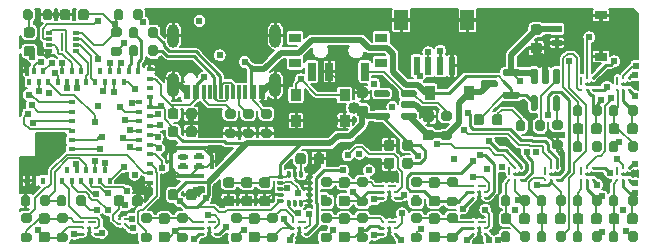
<source format=gtl>
%TF.GenerationSoftware,KiCad,Pcbnew,(5.1.10-1-10_14)*%
%TF.CreationDate,2021-09-19T22:53:24-07:00*%
%TF.ProjectId,umbelt-board,756d6265-6c74-42d6-926f-6172642e6b69,1.0*%
%TF.SameCoordinates,Original*%
%TF.FileFunction,Copper,L1,Top*%
%TF.FilePolarity,Positive*%
%FSLAX46Y46*%
G04 Gerber Fmt 4.6, Leading zero omitted, Abs format (unit mm)*
G04 Created by KiCad (PCBNEW (5.1.10-1-10_14)) date 2021-09-19 22:53:24*
%MOMM*%
%LPD*%
G01*
G04 APERTURE LIST*
%TA.AperFunction,SMDPad,CuDef*%
%ADD10C,0.250000*%
%TD*%
%TA.AperFunction,SMDPad,CuDef*%
%ADD11R,0.900000X1.200000*%
%TD*%
%TA.AperFunction,SMDPad,CuDef*%
%ADD12R,0.600000X1.150000*%
%TD*%
%TA.AperFunction,SMDPad,CuDef*%
%ADD13R,0.300000X1.150000*%
%TD*%
%TA.AperFunction,ComponentPad*%
%ADD14O,1.050000X2.100000*%
%TD*%
%TA.AperFunction,ComponentPad*%
%ADD15O,1.000000X2.000000*%
%TD*%
%TA.AperFunction,SMDPad,CuDef*%
%ADD16R,0.600000X1.550000*%
%TD*%
%TA.AperFunction,SMDPad,CuDef*%
%ADD17R,1.200000X1.800000*%
%TD*%
%TA.AperFunction,SMDPad,CuDef*%
%ADD18R,1.100000X0.700000*%
%TD*%
%TA.AperFunction,SMDPad,CuDef*%
%ADD19R,0.850000X0.600000*%
%TD*%
%TA.AperFunction,SMDPad,CuDef*%
%ADD20R,0.900000X1.000000*%
%TD*%
%TA.AperFunction,SMDPad,CuDef*%
%ADD21R,1.000000X0.800000*%
%TD*%
%TA.AperFunction,SMDPad,CuDef*%
%ADD22R,0.700000X1.500000*%
%TD*%
%TA.AperFunction,SMDPad,CuDef*%
%ADD23R,0.400000X0.600000*%
%TD*%
%TA.AperFunction,SMDPad,CuDef*%
%ADD24R,0.600000X0.400000*%
%TD*%
%TA.AperFunction,SMDPad,CuDef*%
%ADD25R,2.300000X0.325000*%
%TD*%
%TA.AperFunction,SMDPad,CuDef*%
%ADD26R,0.325000X1.300000*%
%TD*%
%TA.AperFunction,SMDPad,CuDef*%
%ADD27R,0.950000X0.450000*%
%TD*%
%TA.AperFunction,SMDPad,CuDef*%
%ADD28R,0.560000X0.350000*%
%TD*%
%TA.AperFunction,SMDPad,CuDef*%
%ADD29R,0.200000X1.600000*%
%TD*%
%TA.AperFunction,ViaPad*%
%ADD30C,0.609600*%
%TD*%
%TA.AperFunction,ViaPad*%
%ADD31C,1.016000*%
%TD*%
%TA.AperFunction,Conductor*%
%ADD32C,0.508000*%
%TD*%
%TA.AperFunction,Conductor*%
%ADD33C,0.254000*%
%TD*%
%TA.AperFunction,Conductor*%
%ADD34C,0.152400*%
%TD*%
%TA.AperFunction,Conductor*%
%ADD35C,0.228600*%
%TD*%
%TA.AperFunction,Conductor*%
%ADD36C,0.100000*%
%TD*%
G04 APERTURE END LIST*
D10*
%TO.P,U15,C3*%
%TO.N,Net-(C22-Pad2)*%
X175522000Y-121404000D03*
%TO.P,U15,B3*%
%TO.N,/motor_drivers/OUT+_8*%
X176022000Y-121404000D03*
%TO.P,U15,A3*%
%TO.N,+3V3*%
X176522000Y-121404000D03*
%TO.P,U15,C2*%
%TO.N,Net-(U15-PadC1)*%
X175522000Y-120904000D03*
%TO.P,U15,B2*%
%TO.N,GND*%
X176022000Y-120904000D03*
%TO.P,U15,C1*%
%TO.N,Net-(U15-PadC1)*%
X175522000Y-120404000D03*
%TO.P,U15,B1*%
%TO.N,/MOTOR_EN_8*%
X176022000Y-120404000D03*
%TO.P,U15,A1*%
%TO.N,/motor_drivers/OUT-_8*%
X176522000Y-120404000D03*
%TD*%
%TO.P,C1,2*%
%TO.N,GND*%
%TA.AperFunction,SMDPad,CuDef*%
G36*
G01*
X149991000Y-122753000D02*
X150491000Y-122753000D01*
G75*
G02*
X150716000Y-122978000I0J-225000D01*
G01*
X150716000Y-123428000D01*
G75*
G02*
X150491000Y-123653000I-225000J0D01*
G01*
X149991000Y-123653000D01*
G75*
G02*
X149766000Y-123428000I0J225000D01*
G01*
X149766000Y-122978000D01*
G75*
G02*
X149991000Y-122753000I225000J0D01*
G01*
G37*
%TD.AperFunction*%
%TO.P,C1,1*%
%TO.N,+3V3*%
%TA.AperFunction,SMDPad,CuDef*%
G36*
G01*
X149991000Y-121203000D02*
X150491000Y-121203000D01*
G75*
G02*
X150716000Y-121428000I0J-225000D01*
G01*
X150716000Y-121878000D01*
G75*
G02*
X150491000Y-122103000I-225000J0D01*
G01*
X149991000Y-122103000D01*
G75*
G02*
X149766000Y-121878000I0J225000D01*
G01*
X149766000Y-121428000D01*
G75*
G02*
X149991000Y-121203000I225000J0D01*
G01*
G37*
%TD.AperFunction*%
%TD*%
%TO.P,C2,2*%
%TO.N,+3V3*%
%TA.AperFunction,SMDPad,CuDef*%
G36*
G01*
X152015000Y-122103000D02*
X151515000Y-122103000D01*
G75*
G02*
X151290000Y-121878000I0J225000D01*
G01*
X151290000Y-121428000D01*
G75*
G02*
X151515000Y-121203000I225000J0D01*
G01*
X152015000Y-121203000D01*
G75*
G02*
X152240000Y-121428000I0J-225000D01*
G01*
X152240000Y-121878000D01*
G75*
G02*
X152015000Y-122103000I-225000J0D01*
G01*
G37*
%TD.AperFunction*%
%TO.P,C2,1*%
%TO.N,GND*%
%TA.AperFunction,SMDPad,CuDef*%
G36*
G01*
X152015000Y-123653000D02*
X151515000Y-123653000D01*
G75*
G02*
X151290000Y-123428000I0J225000D01*
G01*
X151290000Y-122978000D01*
G75*
G02*
X151515000Y-122753000I225000J0D01*
G01*
X152015000Y-122753000D01*
G75*
G02*
X152240000Y-122978000I0J-225000D01*
G01*
X152240000Y-123428000D01*
G75*
G02*
X152015000Y-123653000I-225000J0D01*
G01*
G37*
%TD.AperFunction*%
%TD*%
%TO.P,C3,2*%
%TO.N,GND*%
%TA.AperFunction,SMDPad,CuDef*%
G36*
G01*
X148467000Y-122753000D02*
X148967000Y-122753000D01*
G75*
G02*
X149192000Y-122978000I0J-225000D01*
G01*
X149192000Y-123428000D01*
G75*
G02*
X148967000Y-123653000I-225000J0D01*
G01*
X148467000Y-123653000D01*
G75*
G02*
X148242000Y-123428000I0J225000D01*
G01*
X148242000Y-122978000D01*
G75*
G02*
X148467000Y-122753000I225000J0D01*
G01*
G37*
%TD.AperFunction*%
%TO.P,C3,1*%
%TO.N,+3V3*%
%TA.AperFunction,SMDPad,CuDef*%
G36*
G01*
X148467000Y-121203000D02*
X148967000Y-121203000D01*
G75*
G02*
X149192000Y-121428000I0J-225000D01*
G01*
X149192000Y-121878000D01*
G75*
G02*
X148967000Y-122103000I-225000J0D01*
G01*
X148467000Y-122103000D01*
G75*
G02*
X148242000Y-121878000I0J225000D01*
G01*
X148242000Y-121428000D01*
G75*
G02*
X148467000Y-121203000I225000J0D01*
G01*
G37*
%TD.AperFunction*%
%TD*%
%TO.P,C4,2*%
%TO.N,GND*%
%TA.AperFunction,SMDPad,CuDef*%
G36*
G01*
X155900000Y-119884000D02*
X155900000Y-119384000D01*
G75*
G02*
X156125000Y-119159000I225000J0D01*
G01*
X156575000Y-119159000D01*
G75*
G02*
X156800000Y-119384000I0J-225000D01*
G01*
X156800000Y-119884000D01*
G75*
G02*
X156575000Y-120109000I-225000J0D01*
G01*
X156125000Y-120109000D01*
G75*
G02*
X155900000Y-119884000I0J225000D01*
G01*
G37*
%TD.AperFunction*%
%TO.P,C4,1*%
%TO.N,Net-(C4-Pad1)*%
%TA.AperFunction,SMDPad,CuDef*%
G36*
G01*
X154350000Y-119884000D02*
X154350000Y-119384000D01*
G75*
G02*
X154575000Y-119159000I225000J0D01*
G01*
X155025000Y-119159000D01*
G75*
G02*
X155250000Y-119384000I0J-225000D01*
G01*
X155250000Y-119884000D01*
G75*
G02*
X155025000Y-120109000I-225000J0D01*
G01*
X154575000Y-120109000D01*
G75*
G02*
X154350000Y-119884000I0J225000D01*
G01*
G37*
%TD.AperFunction*%
%TD*%
%TO.P,C5,2*%
%TO.N,GND*%
%TA.AperFunction,SMDPad,CuDef*%
G36*
G01*
X145105000Y-117598000D02*
X145105000Y-117098000D01*
G75*
G02*
X145330000Y-116873000I225000J0D01*
G01*
X145780000Y-116873000D01*
G75*
G02*
X146005000Y-117098000I0J-225000D01*
G01*
X146005000Y-117598000D01*
G75*
G02*
X145780000Y-117823000I-225000J0D01*
G01*
X145330000Y-117823000D01*
G75*
G02*
X145105000Y-117598000I0J225000D01*
G01*
G37*
%TD.AperFunction*%
%TO.P,C5,1*%
%TO.N,+3V3*%
%TA.AperFunction,SMDPad,CuDef*%
G36*
G01*
X143555000Y-117598000D02*
X143555000Y-117098000D01*
G75*
G02*
X143780000Y-116873000I225000J0D01*
G01*
X144230000Y-116873000D01*
G75*
G02*
X144455000Y-117098000I0J-225000D01*
G01*
X144455000Y-117598000D01*
G75*
G02*
X144230000Y-117823000I-225000J0D01*
G01*
X143780000Y-117823000D01*
G75*
G02*
X143555000Y-117598000I0J225000D01*
G01*
G37*
%TD.AperFunction*%
%TD*%
%TO.P,C6,2*%
%TO.N,GND*%
%TA.AperFunction,SMDPad,CuDef*%
G36*
G01*
X145105000Y-116074000D02*
X145105000Y-115574000D01*
G75*
G02*
X145330000Y-115349000I225000J0D01*
G01*
X145780000Y-115349000D01*
G75*
G02*
X146005000Y-115574000I0J-225000D01*
G01*
X146005000Y-116074000D01*
G75*
G02*
X145780000Y-116299000I-225000J0D01*
G01*
X145330000Y-116299000D01*
G75*
G02*
X145105000Y-116074000I0J225000D01*
G01*
G37*
%TD.AperFunction*%
%TO.P,C6,1*%
%TO.N,VBUS*%
%TA.AperFunction,SMDPad,CuDef*%
G36*
G01*
X143555000Y-116074000D02*
X143555000Y-115574000D01*
G75*
G02*
X143780000Y-115349000I225000J0D01*
G01*
X144230000Y-115349000D01*
G75*
G02*
X144455000Y-115574000I0J-225000D01*
G01*
X144455000Y-116074000D01*
G75*
G02*
X144230000Y-116299000I-225000J0D01*
G01*
X143780000Y-116299000D01*
G75*
G02*
X143555000Y-116074000I0J225000D01*
G01*
G37*
%TD.AperFunction*%
%TD*%
%TO.P,C7,2*%
%TO.N,GND*%
%TA.AperFunction,SMDPad,CuDef*%
G36*
G01*
X145105000Y-122932000D02*
X145105000Y-122432000D01*
G75*
G02*
X145330000Y-122207000I225000J0D01*
G01*
X145780000Y-122207000D01*
G75*
G02*
X146005000Y-122432000I0J-225000D01*
G01*
X146005000Y-122932000D01*
G75*
G02*
X145780000Y-123157000I-225000J0D01*
G01*
X145330000Y-123157000D01*
G75*
G02*
X145105000Y-122932000I0J225000D01*
G01*
G37*
%TD.AperFunction*%
%TO.P,C7,1*%
%TO.N,+3V3*%
%TA.AperFunction,SMDPad,CuDef*%
G36*
G01*
X143555000Y-122932000D02*
X143555000Y-122432000D01*
G75*
G02*
X143780000Y-122207000I225000J0D01*
G01*
X144230000Y-122207000D01*
G75*
G02*
X144455000Y-122432000I0J-225000D01*
G01*
X144455000Y-122932000D01*
G75*
G02*
X144230000Y-123157000I-225000J0D01*
G01*
X143780000Y-123157000D01*
G75*
G02*
X143555000Y-122932000I0J225000D01*
G01*
G37*
%TD.AperFunction*%
%TD*%
%TO.P,C8,2*%
%TO.N,GND*%
%TA.AperFunction,SMDPad,CuDef*%
G36*
G01*
X135311000Y-107192000D02*
X135311000Y-107692000D01*
G75*
G02*
X135086000Y-107917000I-225000J0D01*
G01*
X134636000Y-107917000D01*
G75*
G02*
X134411000Y-107692000I0J225000D01*
G01*
X134411000Y-107192000D01*
G75*
G02*
X134636000Y-106967000I225000J0D01*
G01*
X135086000Y-106967000D01*
G75*
G02*
X135311000Y-107192000I0J-225000D01*
G01*
G37*
%TD.AperFunction*%
%TO.P,C8,1*%
%TO.N,+3V3*%
%TA.AperFunction,SMDPad,CuDef*%
G36*
G01*
X136861000Y-107192000D02*
X136861000Y-107692000D01*
G75*
G02*
X136636000Y-107917000I-225000J0D01*
G01*
X136186000Y-107917000D01*
G75*
G02*
X135961000Y-107692000I0J225000D01*
G01*
X135961000Y-107192000D01*
G75*
G02*
X136186000Y-106967000I225000J0D01*
G01*
X136636000Y-106967000D01*
G75*
G02*
X136861000Y-107192000I0J-225000D01*
G01*
G37*
%TD.AperFunction*%
%TD*%
%TO.P,C9,2*%
%TO.N,GND*%
%TA.AperFunction,SMDPad,CuDef*%
G36*
G01*
X140533000Y-123440000D02*
X140533000Y-122940000D01*
G75*
G02*
X140758000Y-122715000I225000J0D01*
G01*
X141208000Y-122715000D01*
G75*
G02*
X141433000Y-122940000I0J-225000D01*
G01*
X141433000Y-123440000D01*
G75*
G02*
X141208000Y-123665000I-225000J0D01*
G01*
X140758000Y-123665000D01*
G75*
G02*
X140533000Y-123440000I0J225000D01*
G01*
G37*
%TD.AperFunction*%
%TO.P,C9,1*%
%TO.N,+3V3*%
%TA.AperFunction,SMDPad,CuDef*%
G36*
G01*
X138983000Y-123440000D02*
X138983000Y-122940000D01*
G75*
G02*
X139208000Y-122715000I225000J0D01*
G01*
X139658000Y-122715000D01*
G75*
G02*
X139883000Y-122940000I0J-225000D01*
G01*
X139883000Y-123440000D01*
G75*
G02*
X139658000Y-123665000I-225000J0D01*
G01*
X139208000Y-123665000D01*
G75*
G02*
X138983000Y-123440000I0J225000D01*
G01*
G37*
%TD.AperFunction*%
%TD*%
%TO.P,C10,2*%
%TO.N,GND*%
%TA.AperFunction,SMDPad,CuDef*%
G36*
G01*
X174502000Y-109799000D02*
X175002000Y-109799000D01*
G75*
G02*
X175227000Y-110024000I0J-225000D01*
G01*
X175227000Y-110474000D01*
G75*
G02*
X175002000Y-110699000I-225000J0D01*
G01*
X174502000Y-110699000D01*
G75*
G02*
X174277000Y-110474000I0J225000D01*
G01*
X174277000Y-110024000D01*
G75*
G02*
X174502000Y-109799000I225000J0D01*
G01*
G37*
%TD.AperFunction*%
%TO.P,C10,1*%
%TO.N,VBAT*%
%TA.AperFunction,SMDPad,CuDef*%
G36*
G01*
X174502000Y-108249000D02*
X175002000Y-108249000D01*
G75*
G02*
X175227000Y-108474000I0J-225000D01*
G01*
X175227000Y-108924000D01*
G75*
G02*
X175002000Y-109149000I-225000J0D01*
G01*
X174502000Y-109149000D01*
G75*
G02*
X174277000Y-108924000I0J225000D01*
G01*
X174277000Y-108474000D01*
G75*
G02*
X174502000Y-108249000I225000J0D01*
G01*
G37*
%TD.AperFunction*%
%TD*%
%TO.P,C11,2*%
%TO.N,GND*%
%TA.AperFunction,SMDPad,CuDef*%
G36*
G01*
X160270000Y-114483000D02*
X159770000Y-114483000D01*
G75*
G02*
X159545000Y-114258000I0J225000D01*
G01*
X159545000Y-113808000D01*
G75*
G02*
X159770000Y-113583000I225000J0D01*
G01*
X160270000Y-113583000D01*
G75*
G02*
X160495000Y-113808000I0J-225000D01*
G01*
X160495000Y-114258000D01*
G75*
G02*
X160270000Y-114483000I-225000J0D01*
G01*
G37*
%TD.AperFunction*%
%TO.P,C11,1*%
%TO.N,+3V3*%
%TA.AperFunction,SMDPad,CuDef*%
G36*
G01*
X160270000Y-116033000D02*
X159770000Y-116033000D01*
G75*
G02*
X159545000Y-115808000I0J225000D01*
G01*
X159545000Y-115358000D01*
G75*
G02*
X159770000Y-115133000I225000J0D01*
G01*
X160270000Y-115133000D01*
G75*
G02*
X160495000Y-115358000I0J-225000D01*
G01*
X160495000Y-115808000D01*
G75*
G02*
X160270000Y-116033000I-225000J0D01*
G01*
G37*
%TD.AperFunction*%
%TD*%
%TO.P,C12,2*%
%TO.N,/REGIN*%
%TA.AperFunction,SMDPad,CuDef*%
G36*
G01*
X165358000Y-117165000D02*
X165858000Y-117165000D01*
G75*
G02*
X166083000Y-117390000I0J-225000D01*
G01*
X166083000Y-117840000D01*
G75*
G02*
X165858000Y-118065000I-225000J0D01*
G01*
X165358000Y-118065000D01*
G75*
G02*
X165133000Y-117840000I0J225000D01*
G01*
X165133000Y-117390000D01*
G75*
G02*
X165358000Y-117165000I225000J0D01*
G01*
G37*
%TD.AperFunction*%
%TO.P,C12,1*%
%TO.N,GND*%
%TA.AperFunction,SMDPad,CuDef*%
G36*
G01*
X165358000Y-115615000D02*
X165858000Y-115615000D01*
G75*
G02*
X166083000Y-115840000I0J-225000D01*
G01*
X166083000Y-116290000D01*
G75*
G02*
X165858000Y-116515000I-225000J0D01*
G01*
X165358000Y-116515000D01*
G75*
G02*
X165133000Y-116290000I0J225000D01*
G01*
X165133000Y-115840000D01*
G75*
G02*
X165358000Y-115615000I225000J0D01*
G01*
G37*
%TD.AperFunction*%
%TD*%
%TO.P,C13,2*%
%TO.N,GND*%
%TA.AperFunction,SMDPad,CuDef*%
G36*
G01*
X162743000Y-118241000D02*
X162743000Y-118741000D01*
G75*
G02*
X162518000Y-118966000I-225000J0D01*
G01*
X162068000Y-118966000D01*
G75*
G02*
X161843000Y-118741000I0J225000D01*
G01*
X161843000Y-118241000D01*
G75*
G02*
X162068000Y-118016000I225000J0D01*
G01*
X162518000Y-118016000D01*
G75*
G02*
X162743000Y-118241000I0J-225000D01*
G01*
G37*
%TD.AperFunction*%
%TO.P,C13,1*%
%TO.N,+3V3*%
%TA.AperFunction,SMDPad,CuDef*%
G36*
G01*
X164293000Y-118241000D02*
X164293000Y-118741000D01*
G75*
G02*
X164068000Y-118966000I-225000J0D01*
G01*
X163618000Y-118966000D01*
G75*
G02*
X163393000Y-118741000I0J225000D01*
G01*
X163393000Y-118241000D01*
G75*
G02*
X163618000Y-118016000I225000J0D01*
G01*
X164068000Y-118016000D01*
G75*
G02*
X164293000Y-118241000I0J-225000D01*
G01*
G37*
%TD.AperFunction*%
%TD*%
%TO.P,C14,2*%
%TO.N,GND*%
%TA.AperFunction,SMDPad,CuDef*%
G36*
G01*
X162743000Y-119765000D02*
X162743000Y-120265000D01*
G75*
G02*
X162518000Y-120490000I-225000J0D01*
G01*
X162068000Y-120490000D01*
G75*
G02*
X161843000Y-120265000I0J225000D01*
G01*
X161843000Y-119765000D01*
G75*
G02*
X162068000Y-119540000I225000J0D01*
G01*
X162518000Y-119540000D01*
G75*
G02*
X162743000Y-119765000I0J-225000D01*
G01*
G37*
%TD.AperFunction*%
%TO.P,C14,1*%
%TO.N,+3V3*%
%TA.AperFunction,SMDPad,CuDef*%
G36*
G01*
X164293000Y-119765000D02*
X164293000Y-120265000D01*
G75*
G02*
X164068000Y-120490000I-225000J0D01*
G01*
X163618000Y-120490000D01*
G75*
G02*
X163393000Y-120265000I0J225000D01*
G01*
X163393000Y-119765000D01*
G75*
G02*
X163618000Y-119540000I225000J0D01*
G01*
X164068000Y-119540000D01*
G75*
G02*
X164293000Y-119765000I0J-225000D01*
G01*
G37*
%TD.AperFunction*%
%TD*%
%TO.P,C15,2*%
%TO.N,Net-(C15-Pad2)*%
%TA.AperFunction,SMDPad,CuDef*%
G36*
G01*
X143506000Y-125151000D02*
X143006000Y-125151000D01*
G75*
G02*
X142781000Y-124926000I0J225000D01*
G01*
X142781000Y-124476000D01*
G75*
G02*
X143006000Y-124251000I225000J0D01*
G01*
X143506000Y-124251000D01*
G75*
G02*
X143731000Y-124476000I0J-225000D01*
G01*
X143731000Y-124926000D01*
G75*
G02*
X143506000Y-125151000I-225000J0D01*
G01*
G37*
%TD.AperFunction*%
%TO.P,C15,1*%
%TO.N,/motor_drivers/OUT+_1*%
%TA.AperFunction,SMDPad,CuDef*%
G36*
G01*
X143506000Y-126701000D02*
X143006000Y-126701000D01*
G75*
G02*
X142781000Y-126476000I0J225000D01*
G01*
X142781000Y-126026000D01*
G75*
G02*
X143006000Y-125801000I225000J0D01*
G01*
X143506000Y-125801000D01*
G75*
G02*
X143731000Y-126026000I0J-225000D01*
G01*
X143731000Y-126476000D01*
G75*
G02*
X143506000Y-126701000I-225000J0D01*
G01*
G37*
%TD.AperFunction*%
%TD*%
%TO.P,C16,2*%
%TO.N,Net-(C16-Pad2)*%
%TA.AperFunction,SMDPad,CuDef*%
G36*
G01*
X151126000Y-125151000D02*
X150626000Y-125151000D01*
G75*
G02*
X150401000Y-124926000I0J225000D01*
G01*
X150401000Y-124476000D01*
G75*
G02*
X150626000Y-124251000I225000J0D01*
G01*
X151126000Y-124251000D01*
G75*
G02*
X151351000Y-124476000I0J-225000D01*
G01*
X151351000Y-124926000D01*
G75*
G02*
X151126000Y-125151000I-225000J0D01*
G01*
G37*
%TD.AperFunction*%
%TO.P,C16,1*%
%TO.N,/motor_drivers/OUT+_2*%
%TA.AperFunction,SMDPad,CuDef*%
G36*
G01*
X151126000Y-126701000D02*
X150626000Y-126701000D01*
G75*
G02*
X150401000Y-126476000I0J225000D01*
G01*
X150401000Y-126026000D01*
G75*
G02*
X150626000Y-125801000I225000J0D01*
G01*
X151126000Y-125801000D01*
G75*
G02*
X151351000Y-126026000I0J-225000D01*
G01*
X151351000Y-126476000D01*
G75*
G02*
X151126000Y-126701000I-225000J0D01*
G01*
G37*
%TD.AperFunction*%
%TD*%
%TO.P,C17,2*%
%TO.N,Net-(C17-Pad2)*%
%TA.AperFunction,SMDPad,CuDef*%
G36*
G01*
X158746000Y-125151000D02*
X158246000Y-125151000D01*
G75*
G02*
X158021000Y-124926000I0J225000D01*
G01*
X158021000Y-124476000D01*
G75*
G02*
X158246000Y-124251000I225000J0D01*
G01*
X158746000Y-124251000D01*
G75*
G02*
X158971000Y-124476000I0J-225000D01*
G01*
X158971000Y-124926000D01*
G75*
G02*
X158746000Y-125151000I-225000J0D01*
G01*
G37*
%TD.AperFunction*%
%TO.P,C17,1*%
%TO.N,/motor_drivers/OUT+_3*%
%TA.AperFunction,SMDPad,CuDef*%
G36*
G01*
X158746000Y-126701000D02*
X158246000Y-126701000D01*
G75*
G02*
X158021000Y-126476000I0J225000D01*
G01*
X158021000Y-126026000D01*
G75*
G02*
X158246000Y-125801000I225000J0D01*
G01*
X158746000Y-125801000D01*
G75*
G02*
X158971000Y-126026000I0J-225000D01*
G01*
X158971000Y-126476000D01*
G75*
G02*
X158746000Y-126701000I-225000J0D01*
G01*
G37*
%TD.AperFunction*%
%TD*%
%TO.P,C18,2*%
%TO.N,Net-(C18-Pad2)*%
%TA.AperFunction,SMDPad,CuDef*%
G36*
G01*
X158746000Y-122103000D02*
X158246000Y-122103000D01*
G75*
G02*
X158021000Y-121878000I0J225000D01*
G01*
X158021000Y-121428000D01*
G75*
G02*
X158246000Y-121203000I225000J0D01*
G01*
X158746000Y-121203000D01*
G75*
G02*
X158971000Y-121428000I0J-225000D01*
G01*
X158971000Y-121878000D01*
G75*
G02*
X158746000Y-122103000I-225000J0D01*
G01*
G37*
%TD.AperFunction*%
%TO.P,C18,1*%
%TO.N,/motor_drivers/OUT+_4*%
%TA.AperFunction,SMDPad,CuDef*%
G36*
G01*
X158746000Y-123653000D02*
X158246000Y-123653000D01*
G75*
G02*
X158021000Y-123428000I0J225000D01*
G01*
X158021000Y-122978000D01*
G75*
G02*
X158246000Y-122753000I225000J0D01*
G01*
X158746000Y-122753000D01*
G75*
G02*
X158971000Y-122978000I0J-225000D01*
G01*
X158971000Y-123428000D01*
G75*
G02*
X158746000Y-123653000I-225000J0D01*
G01*
G37*
%TD.AperFunction*%
%TD*%
%TO.P,C19,2*%
%TO.N,Net-(C19-Pad2)*%
%TA.AperFunction,SMDPad,CuDef*%
G36*
G01*
X166366000Y-125151000D02*
X165866000Y-125151000D01*
G75*
G02*
X165641000Y-124926000I0J225000D01*
G01*
X165641000Y-124476000D01*
G75*
G02*
X165866000Y-124251000I225000J0D01*
G01*
X166366000Y-124251000D01*
G75*
G02*
X166591000Y-124476000I0J-225000D01*
G01*
X166591000Y-124926000D01*
G75*
G02*
X166366000Y-125151000I-225000J0D01*
G01*
G37*
%TD.AperFunction*%
%TO.P,C19,1*%
%TO.N,/motor_drivers/OUT+_5*%
%TA.AperFunction,SMDPad,CuDef*%
G36*
G01*
X166366000Y-126701000D02*
X165866000Y-126701000D01*
G75*
G02*
X165641000Y-126476000I0J225000D01*
G01*
X165641000Y-126026000D01*
G75*
G02*
X165866000Y-125801000I225000J0D01*
G01*
X166366000Y-125801000D01*
G75*
G02*
X166591000Y-126026000I0J-225000D01*
G01*
X166591000Y-126476000D01*
G75*
G02*
X166366000Y-126701000I-225000J0D01*
G01*
G37*
%TD.AperFunction*%
%TD*%
%TO.P,C20,2*%
%TO.N,Net-(C20-Pad2)*%
%TA.AperFunction,SMDPad,CuDef*%
G36*
G01*
X166366000Y-122103000D02*
X165866000Y-122103000D01*
G75*
G02*
X165641000Y-121878000I0J225000D01*
G01*
X165641000Y-121428000D01*
G75*
G02*
X165866000Y-121203000I225000J0D01*
G01*
X166366000Y-121203000D01*
G75*
G02*
X166591000Y-121428000I0J-225000D01*
G01*
X166591000Y-121878000D01*
G75*
G02*
X166366000Y-122103000I-225000J0D01*
G01*
G37*
%TD.AperFunction*%
%TO.P,C20,1*%
%TO.N,/motor_drivers/OUT+_6*%
%TA.AperFunction,SMDPad,CuDef*%
G36*
G01*
X166366000Y-123653000D02*
X165866000Y-123653000D01*
G75*
G02*
X165641000Y-123428000I0J225000D01*
G01*
X165641000Y-122978000D01*
G75*
G02*
X165866000Y-122753000I225000J0D01*
G01*
X166366000Y-122753000D01*
G75*
G02*
X166591000Y-122978000I0J-225000D01*
G01*
X166591000Y-123428000D01*
G75*
G02*
X166366000Y-123653000I-225000J0D01*
G01*
G37*
%TD.AperFunction*%
%TD*%
%TO.P,C21,2*%
%TO.N,Net-(C21-Pad2)*%
%TA.AperFunction,SMDPad,CuDef*%
G36*
G01*
X172649000Y-124464000D02*
X172649000Y-124964000D01*
G75*
G02*
X172424000Y-125189000I-225000J0D01*
G01*
X171974000Y-125189000D01*
G75*
G02*
X171749000Y-124964000I0J225000D01*
G01*
X171749000Y-124464000D01*
G75*
G02*
X171974000Y-124239000I225000J0D01*
G01*
X172424000Y-124239000D01*
G75*
G02*
X172649000Y-124464000I0J-225000D01*
G01*
G37*
%TD.AperFunction*%
%TO.P,C21,1*%
%TO.N,/motor_drivers/OUT+_7*%
%TA.AperFunction,SMDPad,CuDef*%
G36*
G01*
X174199000Y-124464000D02*
X174199000Y-124964000D01*
G75*
G02*
X173974000Y-125189000I-225000J0D01*
G01*
X173524000Y-125189000D01*
G75*
G02*
X173299000Y-124964000I0J225000D01*
G01*
X173299000Y-124464000D01*
G75*
G02*
X173524000Y-124239000I225000J0D01*
G01*
X173974000Y-124239000D01*
G75*
G02*
X174199000Y-124464000I0J-225000D01*
G01*
G37*
%TD.AperFunction*%
%TD*%
%TO.P,C22,2*%
%TO.N,Net-(C22-Pad2)*%
%TA.AperFunction,SMDPad,CuDef*%
G36*
G01*
X175697000Y-124464000D02*
X175697000Y-124964000D01*
G75*
G02*
X175472000Y-125189000I-225000J0D01*
G01*
X175022000Y-125189000D01*
G75*
G02*
X174797000Y-124964000I0J225000D01*
G01*
X174797000Y-124464000D01*
G75*
G02*
X175022000Y-124239000I225000J0D01*
G01*
X175472000Y-124239000D01*
G75*
G02*
X175697000Y-124464000I0J-225000D01*
G01*
G37*
%TD.AperFunction*%
%TO.P,C22,1*%
%TO.N,/motor_drivers/OUT+_8*%
%TA.AperFunction,SMDPad,CuDef*%
G36*
G01*
X177247000Y-124464000D02*
X177247000Y-124964000D01*
G75*
G02*
X177022000Y-125189000I-225000J0D01*
G01*
X176572000Y-125189000D01*
G75*
G02*
X176347000Y-124964000I0J225000D01*
G01*
X176347000Y-124464000D01*
G75*
G02*
X176572000Y-124239000I225000J0D01*
G01*
X177022000Y-124239000D01*
G75*
G02*
X177247000Y-124464000I0J-225000D01*
G01*
G37*
%TD.AperFunction*%
%TD*%
%TO.P,C23,2*%
%TO.N,Net-(C23-Pad2)*%
%TA.AperFunction,SMDPad,CuDef*%
G36*
G01*
X178745000Y-124464000D02*
X178745000Y-124964000D01*
G75*
G02*
X178520000Y-125189000I-225000J0D01*
G01*
X178070000Y-125189000D01*
G75*
G02*
X177845000Y-124964000I0J225000D01*
G01*
X177845000Y-124464000D01*
G75*
G02*
X178070000Y-124239000I225000J0D01*
G01*
X178520000Y-124239000D01*
G75*
G02*
X178745000Y-124464000I0J-225000D01*
G01*
G37*
%TD.AperFunction*%
%TO.P,C23,1*%
%TO.N,/motor_drivers/OUT+_9*%
%TA.AperFunction,SMDPad,CuDef*%
G36*
G01*
X180295000Y-124464000D02*
X180295000Y-124964000D01*
G75*
G02*
X180070000Y-125189000I-225000J0D01*
G01*
X179620000Y-125189000D01*
G75*
G02*
X179395000Y-124964000I0J225000D01*
G01*
X179395000Y-124464000D01*
G75*
G02*
X179620000Y-124239000I225000J0D01*
G01*
X180070000Y-124239000D01*
G75*
G02*
X180295000Y-124464000I0J-225000D01*
G01*
G37*
%TD.AperFunction*%
%TD*%
%TO.P,C24,2*%
%TO.N,Net-(C24-Pad2)*%
%TA.AperFunction,SMDPad,CuDef*%
G36*
G01*
X181793000Y-124464000D02*
X181793000Y-124964000D01*
G75*
G02*
X181568000Y-125189000I-225000J0D01*
G01*
X181118000Y-125189000D01*
G75*
G02*
X180893000Y-124964000I0J225000D01*
G01*
X180893000Y-124464000D01*
G75*
G02*
X181118000Y-124239000I225000J0D01*
G01*
X181568000Y-124239000D01*
G75*
G02*
X181793000Y-124464000I0J-225000D01*
G01*
G37*
%TD.AperFunction*%
%TO.P,C24,1*%
%TO.N,/motor_drivers/OUT+_10*%
%TA.AperFunction,SMDPad,CuDef*%
G36*
G01*
X183343000Y-124464000D02*
X183343000Y-124964000D01*
G75*
G02*
X183118000Y-125189000I-225000J0D01*
G01*
X182668000Y-125189000D01*
G75*
G02*
X182443000Y-124964000I0J225000D01*
G01*
X182443000Y-124464000D01*
G75*
G02*
X182668000Y-124239000I225000J0D01*
G01*
X183118000Y-124239000D01*
G75*
G02*
X183343000Y-124464000I0J-225000D01*
G01*
G37*
%TD.AperFunction*%
%TD*%
%TO.P,C25,2*%
%TO.N,Net-(C25-Pad2)*%
%TA.AperFunction,SMDPad,CuDef*%
G36*
G01*
X178745000Y-116844000D02*
X178745000Y-117344000D01*
G75*
G02*
X178520000Y-117569000I-225000J0D01*
G01*
X178070000Y-117569000D01*
G75*
G02*
X177845000Y-117344000I0J225000D01*
G01*
X177845000Y-116844000D01*
G75*
G02*
X178070000Y-116619000I225000J0D01*
G01*
X178520000Y-116619000D01*
G75*
G02*
X178745000Y-116844000I0J-225000D01*
G01*
G37*
%TD.AperFunction*%
%TO.P,C25,1*%
%TO.N,/motor_drivers/OUT+_11*%
%TA.AperFunction,SMDPad,CuDef*%
G36*
G01*
X180295000Y-116844000D02*
X180295000Y-117344000D01*
G75*
G02*
X180070000Y-117569000I-225000J0D01*
G01*
X179620000Y-117569000D01*
G75*
G02*
X179395000Y-117344000I0J225000D01*
G01*
X179395000Y-116844000D01*
G75*
G02*
X179620000Y-116619000I225000J0D01*
G01*
X180070000Y-116619000D01*
G75*
G02*
X180295000Y-116844000I0J-225000D01*
G01*
G37*
%TD.AperFunction*%
%TD*%
%TO.P,C26,2*%
%TO.N,Net-(C26-Pad2)*%
%TA.AperFunction,SMDPad,CuDef*%
G36*
G01*
X181793000Y-116844000D02*
X181793000Y-117344000D01*
G75*
G02*
X181568000Y-117569000I-225000J0D01*
G01*
X181118000Y-117569000D01*
G75*
G02*
X180893000Y-117344000I0J225000D01*
G01*
X180893000Y-116844000D01*
G75*
G02*
X181118000Y-116619000I225000J0D01*
G01*
X181568000Y-116619000D01*
G75*
G02*
X181793000Y-116844000I0J-225000D01*
G01*
G37*
%TD.AperFunction*%
%TO.P,C26,1*%
%TO.N,/motor_drivers/OUT+_12*%
%TA.AperFunction,SMDPad,CuDef*%
G36*
G01*
X183343000Y-116844000D02*
X183343000Y-117344000D01*
G75*
G02*
X183118000Y-117569000I-225000J0D01*
G01*
X182668000Y-117569000D01*
G75*
G02*
X182443000Y-117344000I0J225000D01*
G01*
X182443000Y-116844000D01*
G75*
G02*
X182668000Y-116619000I225000J0D01*
G01*
X183118000Y-116619000D01*
G75*
G02*
X183343000Y-116844000I0J-225000D01*
G01*
G37*
%TD.AperFunction*%
%TD*%
%TO.P,C27,2*%
%TO.N,Net-(C27-Pad2)*%
%TA.AperFunction,SMDPad,CuDef*%
G36*
G01*
X133346000Y-125151000D02*
X132846000Y-125151000D01*
G75*
G02*
X132621000Y-124926000I0J225000D01*
G01*
X132621000Y-124476000D01*
G75*
G02*
X132846000Y-124251000I225000J0D01*
G01*
X133346000Y-124251000D01*
G75*
G02*
X133571000Y-124476000I0J-225000D01*
G01*
X133571000Y-124926000D01*
G75*
G02*
X133346000Y-125151000I-225000J0D01*
G01*
G37*
%TD.AperFunction*%
%TO.P,C27,1*%
%TO.N,/motor_drivers/OUT+_0*%
%TA.AperFunction,SMDPad,CuDef*%
G36*
G01*
X133346000Y-126701000D02*
X132846000Y-126701000D01*
G75*
G02*
X132621000Y-126476000I0J225000D01*
G01*
X132621000Y-126026000D01*
G75*
G02*
X132846000Y-125801000I225000J0D01*
G01*
X133346000Y-125801000D01*
G75*
G02*
X133571000Y-126026000I0J-225000D01*
G01*
X133571000Y-126476000D01*
G75*
G02*
X133346000Y-126701000I-225000J0D01*
G01*
G37*
%TD.AperFunction*%
%TD*%
%TO.P,D1,2*%
%TO.N,/LED*%
%TA.AperFunction,SMDPad,CuDef*%
G36*
G01*
X131569750Y-110078000D02*
X132082250Y-110078000D01*
G75*
G02*
X132301000Y-110296750I0J-218750D01*
G01*
X132301000Y-110734250D01*
G75*
G02*
X132082250Y-110953000I-218750J0D01*
G01*
X131569750Y-110953000D01*
G75*
G02*
X131351000Y-110734250I0J218750D01*
G01*
X131351000Y-110296750D01*
G75*
G02*
X131569750Y-110078000I218750J0D01*
G01*
G37*
%TD.AperFunction*%
%TO.P,D1,1*%
%TO.N,Net-(D1-Pad1)*%
%TA.AperFunction,SMDPad,CuDef*%
G36*
G01*
X131569750Y-108503000D02*
X132082250Y-108503000D01*
G75*
G02*
X132301000Y-108721750I0J-218750D01*
G01*
X132301000Y-109159250D01*
G75*
G02*
X132082250Y-109378000I-218750J0D01*
G01*
X131569750Y-109378000D01*
G75*
G02*
X131351000Y-109159250I0J218750D01*
G01*
X131351000Y-108721750D01*
G75*
G02*
X131569750Y-108503000I218750J0D01*
G01*
G37*
%TD.AperFunction*%
%TD*%
D11*
%TO.P,D2,2*%
%TO.N,VBUS*%
X165736000Y-114046000D03*
%TO.P,D2,1*%
%TO.N,/REGIN*%
X169036000Y-114046000D03*
%TD*%
%TO.P,D3,2*%
%TO.N,VBUS*%
%TA.AperFunction,SMDPad,CuDef*%
G36*
G01*
X170312500Y-116075750D02*
X170312500Y-116588250D01*
G75*
G02*
X170093750Y-116807000I-218750J0D01*
G01*
X169656250Y-116807000D01*
G75*
G02*
X169437500Y-116588250I0J218750D01*
G01*
X169437500Y-116075750D01*
G75*
G02*
X169656250Y-115857000I218750J0D01*
G01*
X170093750Y-115857000D01*
G75*
G02*
X170312500Y-116075750I0J-218750D01*
G01*
G37*
%TD.AperFunction*%
%TO.P,D3,1*%
%TO.N,Net-(D3-Pad1)*%
%TA.AperFunction,SMDPad,CuDef*%
G36*
G01*
X171887500Y-116075750D02*
X171887500Y-116588250D01*
G75*
G02*
X171668750Y-116807000I-218750J0D01*
G01*
X171231250Y-116807000D01*
G75*
G02*
X171012500Y-116588250I0J218750D01*
G01*
X171012500Y-116075750D01*
G75*
G02*
X171231250Y-115857000I218750J0D01*
G01*
X171668750Y-115857000D01*
G75*
G02*
X171887500Y-116075750I0J-218750D01*
G01*
G37*
%TD.AperFunction*%
%TD*%
D12*
%TO.P,J1,B1*%
%TO.N,GND*%
X145136000Y-113975000D03*
%TO.P,J1,B4*%
%TO.N,VBUS*%
X145936000Y-113975000D03*
%TO.P,J1,B9*%
X150736000Y-113975000D03*
%TO.P,J1,B12*%
%TO.N,GND*%
X151536000Y-113975000D03*
D13*
%TO.P,J1,B8*%
%TO.N,Net-(J1-PadB8)*%
X150086000Y-113975000D03*
%TO.P,J1,A5*%
%TO.N,Net-(J1-PadA5)*%
X149586000Y-113975000D03*
%TO.P,J1,B7*%
%TO.N,/D-*%
X149086000Y-113975000D03*
%TO.P,J1,B5*%
%TO.N,Net-(J1-PadB5)*%
X146586000Y-113975000D03*
%TO.P,J1,A8*%
%TO.N,Net-(J1-PadA8)*%
X147086000Y-113975000D03*
%TO.P,J1,B6*%
%TO.N,/D+*%
X147586000Y-113975000D03*
%TO.P,J1,A6*%
X148586000Y-113975000D03*
%TO.P,J1,A7*%
%TO.N,/D-*%
X148086000Y-113975000D03*
D12*
%TO.P,J1,A9*%
%TO.N,VBUS*%
X145936000Y-113975000D03*
%TO.P,J1,A4*%
X150736000Y-113975000D03*
%TO.P,J1,A12*%
%TO.N,GND*%
X145136000Y-113975000D03*
%TO.P,J1,A1*%
X151536000Y-113975000D03*
D14*
%TO.P,J1,S1*%
X144016000Y-113400000D03*
X152656000Y-113400000D03*
D15*
X144016000Y-109220000D03*
X152656000Y-109220000D03*
%TD*%
D16*
%TO.P,J3,4*%
%TO.N,/SCL*%
X164616000Y-111760000D03*
%TO.P,J3,3*%
%TO.N,/SDA*%
X165616000Y-111760000D03*
%TO.P,J3,2*%
%TO.N,+3V3*%
X166616000Y-111760000D03*
%TO.P,J3,1*%
%TO.N,GND*%
X167616000Y-111760000D03*
D17*
%TO.P,J3,S1*%
X168916000Y-107885000D03*
X163316000Y-107885000D03*
%TD*%
D18*
%TO.P,J5,S1*%
%TO.N,GND*%
X180233000Y-107470000D03*
X180233000Y-110970000D03*
D19*
%TO.P,J5,2*%
%TO.N,VBAT*%
X176508000Y-108620000D03*
%TO.P,J5,1*%
%TO.N,GND*%
X176508000Y-109820000D03*
%TD*%
%TO.P,Q1,3*%
%TO.N,/REGIN*%
%TA.AperFunction,SMDPad,CuDef*%
G36*
G01*
X171504000Y-113134000D02*
X171504000Y-113434000D01*
G75*
G02*
X171354000Y-113584000I-150000J0D01*
G01*
X170179000Y-113584000D01*
G75*
G02*
X170029000Y-113434000I0J150000D01*
G01*
X170029000Y-113134000D01*
G75*
G02*
X170179000Y-112984000I150000J0D01*
G01*
X171354000Y-112984000D01*
G75*
G02*
X171504000Y-113134000I0J-150000D01*
G01*
G37*
%TD.AperFunction*%
%TO.P,Q1,2*%
%TO.N,VBAT*%
%TA.AperFunction,SMDPad,CuDef*%
G36*
G01*
X173379000Y-112184000D02*
X173379000Y-112484000D01*
G75*
G02*
X173229000Y-112634000I-150000J0D01*
G01*
X172054000Y-112634000D01*
G75*
G02*
X171904000Y-112484000I0J150000D01*
G01*
X171904000Y-112184000D01*
G75*
G02*
X172054000Y-112034000I150000J0D01*
G01*
X173229000Y-112034000D01*
G75*
G02*
X173379000Y-112184000I0J-150000D01*
G01*
G37*
%TD.AperFunction*%
%TO.P,Q1,1*%
%TO.N,VBUS*%
%TA.AperFunction,SMDPad,CuDef*%
G36*
G01*
X173379000Y-114084000D02*
X173379000Y-114384000D01*
G75*
G02*
X173229000Y-114534000I-150000J0D01*
G01*
X172054000Y-114534000D01*
G75*
G02*
X171904000Y-114384000I0J150000D01*
G01*
X171904000Y-114084000D01*
G75*
G02*
X172054000Y-113934000I150000J0D01*
G01*
X173229000Y-113934000D01*
G75*
G02*
X173379000Y-114084000I0J-150000D01*
G01*
G37*
%TD.AperFunction*%
%TD*%
%TO.P,R1,2*%
%TO.N,GND*%
%TA.AperFunction,SMDPad,CuDef*%
G36*
G01*
X150093000Y-117074000D02*
X150643000Y-117074000D01*
G75*
G02*
X150843000Y-117274000I0J-200000D01*
G01*
X150843000Y-117674000D01*
G75*
G02*
X150643000Y-117874000I-200000J0D01*
G01*
X150093000Y-117874000D01*
G75*
G02*
X149893000Y-117674000I0J200000D01*
G01*
X149893000Y-117274000D01*
G75*
G02*
X150093000Y-117074000I200000J0D01*
G01*
G37*
%TD.AperFunction*%
%TO.P,R1,1*%
%TO.N,Net-(J1-PadA5)*%
%TA.AperFunction,SMDPad,CuDef*%
G36*
G01*
X150093000Y-115424000D02*
X150643000Y-115424000D01*
G75*
G02*
X150843000Y-115624000I0J-200000D01*
G01*
X150843000Y-116024000D01*
G75*
G02*
X150643000Y-116224000I-200000J0D01*
G01*
X150093000Y-116224000D01*
G75*
G02*
X149893000Y-116024000I0J200000D01*
G01*
X149893000Y-115624000D01*
G75*
G02*
X150093000Y-115424000I200000J0D01*
G01*
G37*
%TD.AperFunction*%
%TD*%
%TO.P,R2,2*%
%TO.N,GND*%
%TA.AperFunction,SMDPad,CuDef*%
G36*
G01*
X148569000Y-117074000D02*
X149119000Y-117074000D01*
G75*
G02*
X149319000Y-117274000I0J-200000D01*
G01*
X149319000Y-117674000D01*
G75*
G02*
X149119000Y-117874000I-200000J0D01*
G01*
X148569000Y-117874000D01*
G75*
G02*
X148369000Y-117674000I0J200000D01*
G01*
X148369000Y-117274000D01*
G75*
G02*
X148569000Y-117074000I200000J0D01*
G01*
G37*
%TD.AperFunction*%
%TO.P,R2,1*%
%TO.N,Net-(J1-PadB5)*%
%TA.AperFunction,SMDPad,CuDef*%
G36*
G01*
X148569000Y-115424000D02*
X149119000Y-115424000D01*
G75*
G02*
X149319000Y-115624000I0J-200000D01*
G01*
X149319000Y-116024000D01*
G75*
G02*
X149119000Y-116224000I-200000J0D01*
G01*
X148569000Y-116224000D01*
G75*
G02*
X148369000Y-116024000I0J200000D01*
G01*
X148369000Y-115624000D01*
G75*
G02*
X148569000Y-115424000I200000J0D01*
G01*
G37*
%TD.AperFunction*%
%TD*%
%TO.P,R3,2*%
%TO.N,/USBD-*%
%TA.AperFunction,SMDPad,CuDef*%
G36*
G01*
X141053000Y-108691000D02*
X141053000Y-109241000D01*
G75*
G02*
X140853000Y-109441000I-200000J0D01*
G01*
X140453000Y-109441000D01*
G75*
G02*
X140253000Y-109241000I0J200000D01*
G01*
X140253000Y-108691000D01*
G75*
G02*
X140453000Y-108491000I200000J0D01*
G01*
X140853000Y-108491000D01*
G75*
G02*
X141053000Y-108691000I0J-200000D01*
G01*
G37*
%TD.AperFunction*%
%TO.P,R3,1*%
%TO.N,/D-*%
%TA.AperFunction,SMDPad,CuDef*%
G36*
G01*
X142703000Y-108691000D02*
X142703000Y-109241000D01*
G75*
G02*
X142503000Y-109441000I-200000J0D01*
G01*
X142103000Y-109441000D01*
G75*
G02*
X141903000Y-109241000I0J200000D01*
G01*
X141903000Y-108691000D01*
G75*
G02*
X142103000Y-108491000I200000J0D01*
G01*
X142503000Y-108491000D01*
G75*
G02*
X142703000Y-108691000I0J-200000D01*
G01*
G37*
%TD.AperFunction*%
%TD*%
%TO.P,R4,2*%
%TO.N,/USBD+*%
%TA.AperFunction,SMDPad,CuDef*%
G36*
G01*
X141053000Y-110215000D02*
X141053000Y-110765000D01*
G75*
G02*
X140853000Y-110965000I-200000J0D01*
G01*
X140453000Y-110965000D01*
G75*
G02*
X140253000Y-110765000I0J200000D01*
G01*
X140253000Y-110215000D01*
G75*
G02*
X140453000Y-110015000I200000J0D01*
G01*
X140853000Y-110015000D01*
G75*
G02*
X141053000Y-110215000I0J-200000D01*
G01*
G37*
%TD.AperFunction*%
%TO.P,R4,1*%
%TO.N,/D+*%
%TA.AperFunction,SMDPad,CuDef*%
G36*
G01*
X142703000Y-110215000D02*
X142703000Y-110765000D01*
G75*
G02*
X142503000Y-110965000I-200000J0D01*
G01*
X142103000Y-110965000D01*
G75*
G02*
X141903000Y-110765000I0J200000D01*
G01*
X141903000Y-110215000D01*
G75*
G02*
X142103000Y-110015000I200000J0D01*
G01*
X142503000Y-110015000D01*
G75*
G02*
X142703000Y-110215000I0J-200000D01*
G01*
G37*
%TD.AperFunction*%
%TD*%
%TO.P,R5,2*%
%TO.N,GND*%
%TA.AperFunction,SMDPad,CuDef*%
G36*
G01*
X132950000Y-107717000D02*
X132950000Y-107167000D01*
G75*
G02*
X133150000Y-106967000I200000J0D01*
G01*
X133550000Y-106967000D01*
G75*
G02*
X133750000Y-107167000I0J-200000D01*
G01*
X133750000Y-107717000D01*
G75*
G02*
X133550000Y-107917000I-200000J0D01*
G01*
X133150000Y-107917000D01*
G75*
G02*
X132950000Y-107717000I0J200000D01*
G01*
G37*
%TD.AperFunction*%
%TO.P,R5,1*%
%TO.N,Net-(D1-Pad1)*%
%TA.AperFunction,SMDPad,CuDef*%
G36*
G01*
X131300000Y-107717000D02*
X131300000Y-107167000D01*
G75*
G02*
X131500000Y-106967000I200000J0D01*
G01*
X131900000Y-106967000D01*
G75*
G02*
X132100000Y-107167000I0J-200000D01*
G01*
X132100000Y-107717000D01*
G75*
G02*
X131900000Y-107917000I-200000J0D01*
G01*
X131500000Y-107917000D01*
G75*
G02*
X131300000Y-107717000I0J200000D01*
G01*
G37*
%TD.AperFunction*%
%TD*%
%TO.P,R6,2*%
%TO.N,/VDIV*%
%TA.AperFunction,SMDPad,CuDef*%
G36*
G01*
X134957000Y-122915000D02*
X134957000Y-123465000D01*
G75*
G02*
X134757000Y-123665000I-200000J0D01*
G01*
X134357000Y-123665000D01*
G75*
G02*
X134157000Y-123465000I0J200000D01*
G01*
X134157000Y-122915000D01*
G75*
G02*
X134357000Y-122715000I200000J0D01*
G01*
X134757000Y-122715000D01*
G75*
G02*
X134957000Y-122915000I0J-200000D01*
G01*
G37*
%TD.AperFunction*%
%TO.P,R6,1*%
%TO.N,VBAT*%
%TA.AperFunction,SMDPad,CuDef*%
G36*
G01*
X136607000Y-122915000D02*
X136607000Y-123465000D01*
G75*
G02*
X136407000Y-123665000I-200000J0D01*
G01*
X136007000Y-123665000D01*
G75*
G02*
X135807000Y-123465000I0J200000D01*
G01*
X135807000Y-122915000D01*
G75*
G02*
X136007000Y-122715000I200000J0D01*
G01*
X136407000Y-122715000D01*
G75*
G02*
X136607000Y-122915000I0J-200000D01*
G01*
G37*
%TD.AperFunction*%
%TD*%
%TO.P,R7,2*%
%TO.N,GND*%
%TA.AperFunction,SMDPad,CuDef*%
G36*
G01*
X131909000Y-122915000D02*
X131909000Y-123465000D01*
G75*
G02*
X131709000Y-123665000I-200000J0D01*
G01*
X131309000Y-123665000D01*
G75*
G02*
X131109000Y-123465000I0J200000D01*
G01*
X131109000Y-122915000D01*
G75*
G02*
X131309000Y-122715000I200000J0D01*
G01*
X131709000Y-122715000D01*
G75*
G02*
X131909000Y-122915000I0J-200000D01*
G01*
G37*
%TD.AperFunction*%
%TO.P,R7,1*%
%TO.N,/VDIV*%
%TA.AperFunction,SMDPad,CuDef*%
G36*
G01*
X133559000Y-122915000D02*
X133559000Y-123465000D01*
G75*
G02*
X133359000Y-123665000I-200000J0D01*
G01*
X132959000Y-123665000D01*
G75*
G02*
X132759000Y-123465000I0J200000D01*
G01*
X132759000Y-122915000D01*
G75*
G02*
X132959000Y-122715000I200000J0D01*
G01*
X133359000Y-122715000D01*
G75*
G02*
X133559000Y-122915000I0J-200000D01*
G01*
G37*
%TD.AperFunction*%
%TD*%
%TO.P,R8,2*%
%TO.N,/SCL*%
%TA.AperFunction,SMDPad,CuDef*%
G36*
G01*
X138917000Y-110153000D02*
X139467000Y-110153000D01*
G75*
G02*
X139667000Y-110353000I0J-200000D01*
G01*
X139667000Y-110753000D01*
G75*
G02*
X139467000Y-110953000I-200000J0D01*
G01*
X138917000Y-110953000D01*
G75*
G02*
X138717000Y-110753000I0J200000D01*
G01*
X138717000Y-110353000D01*
G75*
G02*
X138917000Y-110153000I200000J0D01*
G01*
G37*
%TD.AperFunction*%
%TO.P,R8,1*%
%TO.N,+3V3*%
%TA.AperFunction,SMDPad,CuDef*%
G36*
G01*
X138917000Y-108503000D02*
X139467000Y-108503000D01*
G75*
G02*
X139667000Y-108703000I0J-200000D01*
G01*
X139667000Y-109103000D01*
G75*
G02*
X139467000Y-109303000I-200000J0D01*
G01*
X138917000Y-109303000D01*
G75*
G02*
X138717000Y-109103000I0J200000D01*
G01*
X138717000Y-108703000D01*
G75*
G02*
X138917000Y-108503000I200000J0D01*
G01*
G37*
%TD.AperFunction*%
%TD*%
%TO.P,R9,2*%
%TO.N,/SDA*%
%TA.AperFunction,SMDPad,CuDef*%
G36*
G01*
X140633000Y-107717000D02*
X140633000Y-107167000D01*
G75*
G02*
X140833000Y-106967000I200000J0D01*
G01*
X141233000Y-106967000D01*
G75*
G02*
X141433000Y-107167000I0J-200000D01*
G01*
X141433000Y-107717000D01*
G75*
G02*
X141233000Y-107917000I-200000J0D01*
G01*
X140833000Y-107917000D01*
G75*
G02*
X140633000Y-107717000I0J200000D01*
G01*
G37*
%TD.AperFunction*%
%TO.P,R9,1*%
%TO.N,+3V3*%
%TA.AperFunction,SMDPad,CuDef*%
G36*
G01*
X138983000Y-107717000D02*
X138983000Y-107167000D01*
G75*
G02*
X139183000Y-106967000I200000J0D01*
G01*
X139583000Y-106967000D01*
G75*
G02*
X139783000Y-107167000I0J-200000D01*
G01*
X139783000Y-107717000D01*
G75*
G02*
X139583000Y-107917000I-200000J0D01*
G01*
X139183000Y-107917000D01*
G75*
G02*
X138983000Y-107717000I0J200000D01*
G01*
G37*
%TD.AperFunction*%
%TD*%
%TO.P,R10,2*%
%TO.N,Net-(R10-Pad2)*%
%TA.AperFunction,SMDPad,CuDef*%
G36*
G01*
X167407000Y-116415000D02*
X166857000Y-116415000D01*
G75*
G02*
X166657000Y-116215000I0J200000D01*
G01*
X166657000Y-115815000D01*
G75*
G02*
X166857000Y-115615000I200000J0D01*
G01*
X167407000Y-115615000D01*
G75*
G02*
X167607000Y-115815000I0J-200000D01*
G01*
X167607000Y-116215000D01*
G75*
G02*
X167407000Y-116415000I-200000J0D01*
G01*
G37*
%TD.AperFunction*%
%TO.P,R10,1*%
%TO.N,/REGIN*%
%TA.AperFunction,SMDPad,CuDef*%
G36*
G01*
X167407000Y-118065000D02*
X166857000Y-118065000D01*
G75*
G02*
X166657000Y-117865000I0J200000D01*
G01*
X166657000Y-117465000D01*
G75*
G02*
X166857000Y-117265000I200000J0D01*
G01*
X167407000Y-117265000D01*
G75*
G02*
X167607000Y-117465000I0J-200000D01*
G01*
X167607000Y-117865000D01*
G75*
G02*
X167407000Y-118065000I-200000J0D01*
G01*
G37*
%TD.AperFunction*%
%TD*%
%TO.P,R11,2*%
%TO.N,Net-(R11-Pad2)*%
%TA.AperFunction,SMDPad,CuDef*%
G36*
G01*
X174669000Y-117115000D02*
X174669000Y-116565000D01*
G75*
G02*
X174869000Y-116365000I200000J0D01*
G01*
X175269000Y-116365000D01*
G75*
G02*
X175469000Y-116565000I0J-200000D01*
G01*
X175469000Y-117115000D01*
G75*
G02*
X175269000Y-117315000I-200000J0D01*
G01*
X174869000Y-117315000D01*
G75*
G02*
X174669000Y-117115000I0J200000D01*
G01*
G37*
%TD.AperFunction*%
%TO.P,R11,1*%
%TO.N,Net-(D3-Pad1)*%
%TA.AperFunction,SMDPad,CuDef*%
G36*
G01*
X173019000Y-117115000D02*
X173019000Y-116565000D01*
G75*
G02*
X173219000Y-116365000I200000J0D01*
G01*
X173619000Y-116365000D01*
G75*
G02*
X173819000Y-116565000I0J-200000D01*
G01*
X173819000Y-117115000D01*
G75*
G02*
X173619000Y-117315000I-200000J0D01*
G01*
X173219000Y-117315000D01*
G75*
G02*
X173019000Y-117115000I0J200000D01*
G01*
G37*
%TD.AperFunction*%
%TD*%
%TO.P,R12,2*%
%TO.N,GND*%
%TA.AperFunction,SMDPad,CuDef*%
G36*
G01*
X176255000Y-118027000D02*
X176805000Y-118027000D01*
G75*
G02*
X177005000Y-118227000I0J-200000D01*
G01*
X177005000Y-118627000D01*
G75*
G02*
X176805000Y-118827000I-200000J0D01*
G01*
X176255000Y-118827000D01*
G75*
G02*
X176055000Y-118627000I0J200000D01*
G01*
X176055000Y-118227000D01*
G75*
G02*
X176255000Y-118027000I200000J0D01*
G01*
G37*
%TD.AperFunction*%
%TO.P,R12,1*%
%TO.N,Net-(R12-Pad1)*%
%TA.AperFunction,SMDPad,CuDef*%
G36*
G01*
X176255000Y-116377000D02*
X176805000Y-116377000D01*
G75*
G02*
X177005000Y-116577000I0J-200000D01*
G01*
X177005000Y-116977000D01*
G75*
G02*
X176805000Y-117177000I-200000J0D01*
G01*
X176255000Y-117177000D01*
G75*
G02*
X176055000Y-116977000I0J200000D01*
G01*
X176055000Y-116577000D01*
G75*
G02*
X176255000Y-116377000I200000J0D01*
G01*
G37*
%TD.AperFunction*%
%TD*%
%TO.P,R13,2*%
%TO.N,GND*%
%TA.AperFunction,SMDPad,CuDef*%
G36*
G01*
X151617000Y-117074000D02*
X152167000Y-117074000D01*
G75*
G02*
X152367000Y-117274000I0J-200000D01*
G01*
X152367000Y-117674000D01*
G75*
G02*
X152167000Y-117874000I-200000J0D01*
G01*
X151617000Y-117874000D01*
G75*
G02*
X151417000Y-117674000I0J200000D01*
G01*
X151417000Y-117274000D01*
G75*
G02*
X151617000Y-117074000I200000J0D01*
G01*
G37*
%TD.AperFunction*%
%TO.P,R13,1*%
%TO.N,VBUS*%
%TA.AperFunction,SMDPad,CuDef*%
G36*
G01*
X151617000Y-115424000D02*
X152167000Y-115424000D01*
G75*
G02*
X152367000Y-115624000I0J-200000D01*
G01*
X152367000Y-116024000D01*
G75*
G02*
X152167000Y-116224000I-200000J0D01*
G01*
X151617000Y-116224000D01*
G75*
G02*
X151417000Y-116024000I0J200000D01*
G01*
X151417000Y-115624000D01*
G75*
G02*
X151617000Y-115424000I200000J0D01*
G01*
G37*
%TD.AperFunction*%
%TD*%
%TO.P,R14,2*%
%TO.N,Net-(C15-Pad2)*%
%TA.AperFunction,SMDPad,CuDef*%
G36*
G01*
X142007000Y-125051000D02*
X141457000Y-125051000D01*
G75*
G02*
X141257000Y-124851000I0J200000D01*
G01*
X141257000Y-124451000D01*
G75*
G02*
X141457000Y-124251000I200000J0D01*
G01*
X142007000Y-124251000D01*
G75*
G02*
X142207000Y-124451000I0J-200000D01*
G01*
X142207000Y-124851000D01*
G75*
G02*
X142007000Y-125051000I-200000J0D01*
G01*
G37*
%TD.AperFunction*%
%TO.P,R14,1*%
%TO.N,/MOTOR_PWM_1*%
%TA.AperFunction,SMDPad,CuDef*%
G36*
G01*
X142007000Y-126701000D02*
X141457000Y-126701000D01*
G75*
G02*
X141257000Y-126501000I0J200000D01*
G01*
X141257000Y-126101000D01*
G75*
G02*
X141457000Y-125901000I200000J0D01*
G01*
X142007000Y-125901000D01*
G75*
G02*
X142207000Y-126101000I0J-200000D01*
G01*
X142207000Y-126501000D01*
G75*
G02*
X142007000Y-126701000I-200000J0D01*
G01*
G37*
%TD.AperFunction*%
%TD*%
%TO.P,R15,2*%
%TO.N,/motor_drivers/OUT+_1*%
%TA.AperFunction,SMDPad,CuDef*%
G36*
G01*
X144505000Y-125901000D02*
X145055000Y-125901000D01*
G75*
G02*
X145255000Y-126101000I0J-200000D01*
G01*
X145255000Y-126501000D01*
G75*
G02*
X145055000Y-126701000I-200000J0D01*
G01*
X144505000Y-126701000D01*
G75*
G02*
X144305000Y-126501000I0J200000D01*
G01*
X144305000Y-126101000D01*
G75*
G02*
X144505000Y-125901000I200000J0D01*
G01*
G37*
%TD.AperFunction*%
%TO.P,R15,1*%
%TO.N,Net-(C15-Pad2)*%
%TA.AperFunction,SMDPad,CuDef*%
G36*
G01*
X144505000Y-124251000D02*
X145055000Y-124251000D01*
G75*
G02*
X145255000Y-124451000I0J-200000D01*
G01*
X145255000Y-124851000D01*
G75*
G02*
X145055000Y-125051000I-200000J0D01*
G01*
X144505000Y-125051000D01*
G75*
G02*
X144305000Y-124851000I0J200000D01*
G01*
X144305000Y-124451000D01*
G75*
G02*
X144505000Y-124251000I200000J0D01*
G01*
G37*
%TD.AperFunction*%
%TD*%
%TO.P,R16,2*%
%TO.N,Net-(C16-Pad2)*%
%TA.AperFunction,SMDPad,CuDef*%
G36*
G01*
X149627000Y-125051000D02*
X149077000Y-125051000D01*
G75*
G02*
X148877000Y-124851000I0J200000D01*
G01*
X148877000Y-124451000D01*
G75*
G02*
X149077000Y-124251000I200000J0D01*
G01*
X149627000Y-124251000D01*
G75*
G02*
X149827000Y-124451000I0J-200000D01*
G01*
X149827000Y-124851000D01*
G75*
G02*
X149627000Y-125051000I-200000J0D01*
G01*
G37*
%TD.AperFunction*%
%TO.P,R16,1*%
%TO.N,/MOTOR_PWM_2*%
%TA.AperFunction,SMDPad,CuDef*%
G36*
G01*
X149627000Y-126701000D02*
X149077000Y-126701000D01*
G75*
G02*
X148877000Y-126501000I0J200000D01*
G01*
X148877000Y-126101000D01*
G75*
G02*
X149077000Y-125901000I200000J0D01*
G01*
X149627000Y-125901000D01*
G75*
G02*
X149827000Y-126101000I0J-200000D01*
G01*
X149827000Y-126501000D01*
G75*
G02*
X149627000Y-126701000I-200000J0D01*
G01*
G37*
%TD.AperFunction*%
%TD*%
%TO.P,R17,2*%
%TO.N,/motor_drivers/OUT+_2*%
%TA.AperFunction,SMDPad,CuDef*%
G36*
G01*
X152125000Y-125901000D02*
X152675000Y-125901000D01*
G75*
G02*
X152875000Y-126101000I0J-200000D01*
G01*
X152875000Y-126501000D01*
G75*
G02*
X152675000Y-126701000I-200000J0D01*
G01*
X152125000Y-126701000D01*
G75*
G02*
X151925000Y-126501000I0J200000D01*
G01*
X151925000Y-126101000D01*
G75*
G02*
X152125000Y-125901000I200000J0D01*
G01*
G37*
%TD.AperFunction*%
%TO.P,R17,1*%
%TO.N,Net-(C16-Pad2)*%
%TA.AperFunction,SMDPad,CuDef*%
G36*
G01*
X152125000Y-124251000D02*
X152675000Y-124251000D01*
G75*
G02*
X152875000Y-124451000I0J-200000D01*
G01*
X152875000Y-124851000D01*
G75*
G02*
X152675000Y-125051000I-200000J0D01*
G01*
X152125000Y-125051000D01*
G75*
G02*
X151925000Y-124851000I0J200000D01*
G01*
X151925000Y-124451000D01*
G75*
G02*
X152125000Y-124251000I200000J0D01*
G01*
G37*
%TD.AperFunction*%
%TD*%
%TO.P,R18,2*%
%TO.N,Net-(C17-Pad2)*%
%TA.AperFunction,SMDPad,CuDef*%
G36*
G01*
X157247000Y-125051000D02*
X156697000Y-125051000D01*
G75*
G02*
X156497000Y-124851000I0J200000D01*
G01*
X156497000Y-124451000D01*
G75*
G02*
X156697000Y-124251000I200000J0D01*
G01*
X157247000Y-124251000D01*
G75*
G02*
X157447000Y-124451000I0J-200000D01*
G01*
X157447000Y-124851000D01*
G75*
G02*
X157247000Y-125051000I-200000J0D01*
G01*
G37*
%TD.AperFunction*%
%TO.P,R18,1*%
%TO.N,/MOTOR_PWM_3*%
%TA.AperFunction,SMDPad,CuDef*%
G36*
G01*
X157247000Y-126701000D02*
X156697000Y-126701000D01*
G75*
G02*
X156497000Y-126501000I0J200000D01*
G01*
X156497000Y-126101000D01*
G75*
G02*
X156697000Y-125901000I200000J0D01*
G01*
X157247000Y-125901000D01*
G75*
G02*
X157447000Y-126101000I0J-200000D01*
G01*
X157447000Y-126501000D01*
G75*
G02*
X157247000Y-126701000I-200000J0D01*
G01*
G37*
%TD.AperFunction*%
%TD*%
%TO.P,R19,2*%
%TO.N,/motor_drivers/OUT+_3*%
%TA.AperFunction,SMDPad,CuDef*%
G36*
G01*
X159745000Y-125901000D02*
X160295000Y-125901000D01*
G75*
G02*
X160495000Y-126101000I0J-200000D01*
G01*
X160495000Y-126501000D01*
G75*
G02*
X160295000Y-126701000I-200000J0D01*
G01*
X159745000Y-126701000D01*
G75*
G02*
X159545000Y-126501000I0J200000D01*
G01*
X159545000Y-126101000D01*
G75*
G02*
X159745000Y-125901000I200000J0D01*
G01*
G37*
%TD.AperFunction*%
%TO.P,R19,1*%
%TO.N,Net-(C17-Pad2)*%
%TA.AperFunction,SMDPad,CuDef*%
G36*
G01*
X159745000Y-124251000D02*
X160295000Y-124251000D01*
G75*
G02*
X160495000Y-124451000I0J-200000D01*
G01*
X160495000Y-124851000D01*
G75*
G02*
X160295000Y-125051000I-200000J0D01*
G01*
X159745000Y-125051000D01*
G75*
G02*
X159545000Y-124851000I0J200000D01*
G01*
X159545000Y-124451000D01*
G75*
G02*
X159745000Y-124251000I200000J0D01*
G01*
G37*
%TD.AperFunction*%
%TD*%
%TO.P,R20,2*%
%TO.N,Net-(C18-Pad2)*%
%TA.AperFunction,SMDPad,CuDef*%
G36*
G01*
X157247000Y-122003000D02*
X156697000Y-122003000D01*
G75*
G02*
X156497000Y-121803000I0J200000D01*
G01*
X156497000Y-121403000D01*
G75*
G02*
X156697000Y-121203000I200000J0D01*
G01*
X157247000Y-121203000D01*
G75*
G02*
X157447000Y-121403000I0J-200000D01*
G01*
X157447000Y-121803000D01*
G75*
G02*
X157247000Y-122003000I-200000J0D01*
G01*
G37*
%TD.AperFunction*%
%TO.P,R20,1*%
%TO.N,/MOTOR_PWM_4*%
%TA.AperFunction,SMDPad,CuDef*%
G36*
G01*
X157247000Y-123653000D02*
X156697000Y-123653000D01*
G75*
G02*
X156497000Y-123453000I0J200000D01*
G01*
X156497000Y-123053000D01*
G75*
G02*
X156697000Y-122853000I200000J0D01*
G01*
X157247000Y-122853000D01*
G75*
G02*
X157447000Y-123053000I0J-200000D01*
G01*
X157447000Y-123453000D01*
G75*
G02*
X157247000Y-123653000I-200000J0D01*
G01*
G37*
%TD.AperFunction*%
%TD*%
%TO.P,R21,2*%
%TO.N,/motor_drivers/OUT+_4*%
%TA.AperFunction,SMDPad,CuDef*%
G36*
G01*
X159745000Y-122853000D02*
X160295000Y-122853000D01*
G75*
G02*
X160495000Y-123053000I0J-200000D01*
G01*
X160495000Y-123453000D01*
G75*
G02*
X160295000Y-123653000I-200000J0D01*
G01*
X159745000Y-123653000D01*
G75*
G02*
X159545000Y-123453000I0J200000D01*
G01*
X159545000Y-123053000D01*
G75*
G02*
X159745000Y-122853000I200000J0D01*
G01*
G37*
%TD.AperFunction*%
%TO.P,R21,1*%
%TO.N,Net-(C18-Pad2)*%
%TA.AperFunction,SMDPad,CuDef*%
G36*
G01*
X159745000Y-121203000D02*
X160295000Y-121203000D01*
G75*
G02*
X160495000Y-121403000I0J-200000D01*
G01*
X160495000Y-121803000D01*
G75*
G02*
X160295000Y-122003000I-200000J0D01*
G01*
X159745000Y-122003000D01*
G75*
G02*
X159545000Y-121803000I0J200000D01*
G01*
X159545000Y-121403000D01*
G75*
G02*
X159745000Y-121203000I200000J0D01*
G01*
G37*
%TD.AperFunction*%
%TD*%
%TO.P,R22,2*%
%TO.N,Net-(C19-Pad2)*%
%TA.AperFunction,SMDPad,CuDef*%
G36*
G01*
X164867000Y-125051000D02*
X164317000Y-125051000D01*
G75*
G02*
X164117000Y-124851000I0J200000D01*
G01*
X164117000Y-124451000D01*
G75*
G02*
X164317000Y-124251000I200000J0D01*
G01*
X164867000Y-124251000D01*
G75*
G02*
X165067000Y-124451000I0J-200000D01*
G01*
X165067000Y-124851000D01*
G75*
G02*
X164867000Y-125051000I-200000J0D01*
G01*
G37*
%TD.AperFunction*%
%TO.P,R22,1*%
%TO.N,/MOTOR_PWM_5*%
%TA.AperFunction,SMDPad,CuDef*%
G36*
G01*
X164867000Y-126701000D02*
X164317000Y-126701000D01*
G75*
G02*
X164117000Y-126501000I0J200000D01*
G01*
X164117000Y-126101000D01*
G75*
G02*
X164317000Y-125901000I200000J0D01*
G01*
X164867000Y-125901000D01*
G75*
G02*
X165067000Y-126101000I0J-200000D01*
G01*
X165067000Y-126501000D01*
G75*
G02*
X164867000Y-126701000I-200000J0D01*
G01*
G37*
%TD.AperFunction*%
%TD*%
%TO.P,R23,2*%
%TO.N,/motor_drivers/OUT+_5*%
%TA.AperFunction,SMDPad,CuDef*%
G36*
G01*
X167365000Y-125901000D02*
X167915000Y-125901000D01*
G75*
G02*
X168115000Y-126101000I0J-200000D01*
G01*
X168115000Y-126501000D01*
G75*
G02*
X167915000Y-126701000I-200000J0D01*
G01*
X167365000Y-126701000D01*
G75*
G02*
X167165000Y-126501000I0J200000D01*
G01*
X167165000Y-126101000D01*
G75*
G02*
X167365000Y-125901000I200000J0D01*
G01*
G37*
%TD.AperFunction*%
%TO.P,R23,1*%
%TO.N,Net-(C19-Pad2)*%
%TA.AperFunction,SMDPad,CuDef*%
G36*
G01*
X167365000Y-124251000D02*
X167915000Y-124251000D01*
G75*
G02*
X168115000Y-124451000I0J-200000D01*
G01*
X168115000Y-124851000D01*
G75*
G02*
X167915000Y-125051000I-200000J0D01*
G01*
X167365000Y-125051000D01*
G75*
G02*
X167165000Y-124851000I0J200000D01*
G01*
X167165000Y-124451000D01*
G75*
G02*
X167365000Y-124251000I200000J0D01*
G01*
G37*
%TD.AperFunction*%
%TD*%
%TO.P,R24,2*%
%TO.N,Net-(C20-Pad2)*%
%TA.AperFunction,SMDPad,CuDef*%
G36*
G01*
X164867000Y-122003000D02*
X164317000Y-122003000D01*
G75*
G02*
X164117000Y-121803000I0J200000D01*
G01*
X164117000Y-121403000D01*
G75*
G02*
X164317000Y-121203000I200000J0D01*
G01*
X164867000Y-121203000D01*
G75*
G02*
X165067000Y-121403000I0J-200000D01*
G01*
X165067000Y-121803000D01*
G75*
G02*
X164867000Y-122003000I-200000J0D01*
G01*
G37*
%TD.AperFunction*%
%TO.P,R24,1*%
%TO.N,/MOTOR_PWM_6*%
%TA.AperFunction,SMDPad,CuDef*%
G36*
G01*
X164867000Y-123653000D02*
X164317000Y-123653000D01*
G75*
G02*
X164117000Y-123453000I0J200000D01*
G01*
X164117000Y-123053000D01*
G75*
G02*
X164317000Y-122853000I200000J0D01*
G01*
X164867000Y-122853000D01*
G75*
G02*
X165067000Y-123053000I0J-200000D01*
G01*
X165067000Y-123453000D01*
G75*
G02*
X164867000Y-123653000I-200000J0D01*
G01*
G37*
%TD.AperFunction*%
%TD*%
%TO.P,R25,2*%
%TO.N,/motor_drivers/OUT+_6*%
%TA.AperFunction,SMDPad,CuDef*%
G36*
G01*
X167365000Y-122853000D02*
X167915000Y-122853000D01*
G75*
G02*
X168115000Y-123053000I0J-200000D01*
G01*
X168115000Y-123453000D01*
G75*
G02*
X167915000Y-123653000I-200000J0D01*
G01*
X167365000Y-123653000D01*
G75*
G02*
X167165000Y-123453000I0J200000D01*
G01*
X167165000Y-123053000D01*
G75*
G02*
X167365000Y-122853000I200000J0D01*
G01*
G37*
%TD.AperFunction*%
%TO.P,R25,1*%
%TO.N,Net-(C20-Pad2)*%
%TA.AperFunction,SMDPad,CuDef*%
G36*
G01*
X167365000Y-121203000D02*
X167915000Y-121203000D01*
G75*
G02*
X168115000Y-121403000I0J-200000D01*
G01*
X168115000Y-121803000D01*
G75*
G02*
X167915000Y-122003000I-200000J0D01*
G01*
X167365000Y-122003000D01*
G75*
G02*
X167165000Y-121803000I0J200000D01*
G01*
X167165000Y-121403000D01*
G75*
G02*
X167365000Y-121203000I200000J0D01*
G01*
G37*
%TD.AperFunction*%
%TD*%
%TO.P,R26,2*%
%TO.N,Net-(C21-Pad2)*%
%TA.AperFunction,SMDPad,CuDef*%
G36*
G01*
X173399000Y-126513000D02*
X173399000Y-125963000D01*
G75*
G02*
X173599000Y-125763000I200000J0D01*
G01*
X173999000Y-125763000D01*
G75*
G02*
X174199000Y-125963000I0J-200000D01*
G01*
X174199000Y-126513000D01*
G75*
G02*
X173999000Y-126713000I-200000J0D01*
G01*
X173599000Y-126713000D01*
G75*
G02*
X173399000Y-126513000I0J200000D01*
G01*
G37*
%TD.AperFunction*%
%TO.P,R26,1*%
%TO.N,/MOTOR_PWM_7*%
%TA.AperFunction,SMDPad,CuDef*%
G36*
G01*
X171749000Y-126513000D02*
X171749000Y-125963000D01*
G75*
G02*
X171949000Y-125763000I200000J0D01*
G01*
X172349000Y-125763000D01*
G75*
G02*
X172549000Y-125963000I0J-200000D01*
G01*
X172549000Y-126513000D01*
G75*
G02*
X172349000Y-126713000I-200000J0D01*
G01*
X171949000Y-126713000D01*
G75*
G02*
X171749000Y-126513000I0J200000D01*
G01*
G37*
%TD.AperFunction*%
%TD*%
%TO.P,R27,2*%
%TO.N,/motor_drivers/OUT+_7*%
%TA.AperFunction,SMDPad,CuDef*%
G36*
G01*
X173399000Y-123465000D02*
X173399000Y-122915000D01*
G75*
G02*
X173599000Y-122715000I200000J0D01*
G01*
X173999000Y-122715000D01*
G75*
G02*
X174199000Y-122915000I0J-200000D01*
G01*
X174199000Y-123465000D01*
G75*
G02*
X173999000Y-123665000I-200000J0D01*
G01*
X173599000Y-123665000D01*
G75*
G02*
X173399000Y-123465000I0J200000D01*
G01*
G37*
%TD.AperFunction*%
%TO.P,R27,1*%
%TO.N,Net-(C21-Pad2)*%
%TA.AperFunction,SMDPad,CuDef*%
G36*
G01*
X171749000Y-123465000D02*
X171749000Y-122915000D01*
G75*
G02*
X171949000Y-122715000I200000J0D01*
G01*
X172349000Y-122715000D01*
G75*
G02*
X172549000Y-122915000I0J-200000D01*
G01*
X172549000Y-123465000D01*
G75*
G02*
X172349000Y-123665000I-200000J0D01*
G01*
X171949000Y-123665000D01*
G75*
G02*
X171749000Y-123465000I0J200000D01*
G01*
G37*
%TD.AperFunction*%
%TD*%
%TO.P,R28,2*%
%TO.N,Net-(C22-Pad2)*%
%TA.AperFunction,SMDPad,CuDef*%
G36*
G01*
X175597000Y-125963000D02*
X175597000Y-126513000D01*
G75*
G02*
X175397000Y-126713000I-200000J0D01*
G01*
X174997000Y-126713000D01*
G75*
G02*
X174797000Y-126513000I0J200000D01*
G01*
X174797000Y-125963000D01*
G75*
G02*
X174997000Y-125763000I200000J0D01*
G01*
X175397000Y-125763000D01*
G75*
G02*
X175597000Y-125963000I0J-200000D01*
G01*
G37*
%TD.AperFunction*%
%TO.P,R28,1*%
%TO.N,/MOTOR_PWM_8*%
%TA.AperFunction,SMDPad,CuDef*%
G36*
G01*
X177247000Y-125963000D02*
X177247000Y-126513000D01*
G75*
G02*
X177047000Y-126713000I-200000J0D01*
G01*
X176647000Y-126713000D01*
G75*
G02*
X176447000Y-126513000I0J200000D01*
G01*
X176447000Y-125963000D01*
G75*
G02*
X176647000Y-125763000I200000J0D01*
G01*
X177047000Y-125763000D01*
G75*
G02*
X177247000Y-125963000I0J-200000D01*
G01*
G37*
%TD.AperFunction*%
%TD*%
%TO.P,R29,2*%
%TO.N,/motor_drivers/OUT+_8*%
%TA.AperFunction,SMDPad,CuDef*%
G36*
G01*
X176447000Y-123465000D02*
X176447000Y-122915000D01*
G75*
G02*
X176647000Y-122715000I200000J0D01*
G01*
X177047000Y-122715000D01*
G75*
G02*
X177247000Y-122915000I0J-200000D01*
G01*
X177247000Y-123465000D01*
G75*
G02*
X177047000Y-123665000I-200000J0D01*
G01*
X176647000Y-123665000D01*
G75*
G02*
X176447000Y-123465000I0J200000D01*
G01*
G37*
%TD.AperFunction*%
%TO.P,R29,1*%
%TO.N,Net-(C22-Pad2)*%
%TA.AperFunction,SMDPad,CuDef*%
G36*
G01*
X174797000Y-123465000D02*
X174797000Y-122915000D01*
G75*
G02*
X174997000Y-122715000I200000J0D01*
G01*
X175397000Y-122715000D01*
G75*
G02*
X175597000Y-122915000I0J-200000D01*
G01*
X175597000Y-123465000D01*
G75*
G02*
X175397000Y-123665000I-200000J0D01*
G01*
X174997000Y-123665000D01*
G75*
G02*
X174797000Y-123465000I0J200000D01*
G01*
G37*
%TD.AperFunction*%
%TD*%
%TO.P,R30,2*%
%TO.N,Net-(C23-Pad2)*%
%TA.AperFunction,SMDPad,CuDef*%
G36*
G01*
X178645000Y-125963000D02*
X178645000Y-126513000D01*
G75*
G02*
X178445000Y-126713000I-200000J0D01*
G01*
X178045000Y-126713000D01*
G75*
G02*
X177845000Y-126513000I0J200000D01*
G01*
X177845000Y-125963000D01*
G75*
G02*
X178045000Y-125763000I200000J0D01*
G01*
X178445000Y-125763000D01*
G75*
G02*
X178645000Y-125963000I0J-200000D01*
G01*
G37*
%TD.AperFunction*%
%TO.P,R30,1*%
%TO.N,/MOTOR_PWM_9*%
%TA.AperFunction,SMDPad,CuDef*%
G36*
G01*
X180295000Y-125963000D02*
X180295000Y-126513000D01*
G75*
G02*
X180095000Y-126713000I-200000J0D01*
G01*
X179695000Y-126713000D01*
G75*
G02*
X179495000Y-126513000I0J200000D01*
G01*
X179495000Y-125963000D01*
G75*
G02*
X179695000Y-125763000I200000J0D01*
G01*
X180095000Y-125763000D01*
G75*
G02*
X180295000Y-125963000I0J-200000D01*
G01*
G37*
%TD.AperFunction*%
%TD*%
%TO.P,R31,2*%
%TO.N,/motor_drivers/OUT+_9*%
%TA.AperFunction,SMDPad,CuDef*%
G36*
G01*
X179495000Y-123465000D02*
X179495000Y-122915000D01*
G75*
G02*
X179695000Y-122715000I200000J0D01*
G01*
X180095000Y-122715000D01*
G75*
G02*
X180295000Y-122915000I0J-200000D01*
G01*
X180295000Y-123465000D01*
G75*
G02*
X180095000Y-123665000I-200000J0D01*
G01*
X179695000Y-123665000D01*
G75*
G02*
X179495000Y-123465000I0J200000D01*
G01*
G37*
%TD.AperFunction*%
%TO.P,R31,1*%
%TO.N,Net-(C23-Pad2)*%
%TA.AperFunction,SMDPad,CuDef*%
G36*
G01*
X177845000Y-123465000D02*
X177845000Y-122915000D01*
G75*
G02*
X178045000Y-122715000I200000J0D01*
G01*
X178445000Y-122715000D01*
G75*
G02*
X178645000Y-122915000I0J-200000D01*
G01*
X178645000Y-123465000D01*
G75*
G02*
X178445000Y-123665000I-200000J0D01*
G01*
X178045000Y-123665000D01*
G75*
G02*
X177845000Y-123465000I0J200000D01*
G01*
G37*
%TD.AperFunction*%
%TD*%
%TO.P,R32,2*%
%TO.N,Net-(C24-Pad2)*%
%TA.AperFunction,SMDPad,CuDef*%
G36*
G01*
X181693000Y-125963000D02*
X181693000Y-126513000D01*
G75*
G02*
X181493000Y-126713000I-200000J0D01*
G01*
X181093000Y-126713000D01*
G75*
G02*
X180893000Y-126513000I0J200000D01*
G01*
X180893000Y-125963000D01*
G75*
G02*
X181093000Y-125763000I200000J0D01*
G01*
X181493000Y-125763000D01*
G75*
G02*
X181693000Y-125963000I0J-200000D01*
G01*
G37*
%TD.AperFunction*%
%TO.P,R32,1*%
%TO.N,/MOTOR_PWM_10*%
%TA.AperFunction,SMDPad,CuDef*%
G36*
G01*
X183343000Y-125963000D02*
X183343000Y-126513000D01*
G75*
G02*
X183143000Y-126713000I-200000J0D01*
G01*
X182743000Y-126713000D01*
G75*
G02*
X182543000Y-126513000I0J200000D01*
G01*
X182543000Y-125963000D01*
G75*
G02*
X182743000Y-125763000I200000J0D01*
G01*
X183143000Y-125763000D01*
G75*
G02*
X183343000Y-125963000I0J-200000D01*
G01*
G37*
%TD.AperFunction*%
%TD*%
%TO.P,R33,2*%
%TO.N,/motor_drivers/OUT+_10*%
%TA.AperFunction,SMDPad,CuDef*%
G36*
G01*
X182543000Y-123465000D02*
X182543000Y-122915000D01*
G75*
G02*
X182743000Y-122715000I200000J0D01*
G01*
X183143000Y-122715000D01*
G75*
G02*
X183343000Y-122915000I0J-200000D01*
G01*
X183343000Y-123465000D01*
G75*
G02*
X183143000Y-123665000I-200000J0D01*
G01*
X182743000Y-123665000D01*
G75*
G02*
X182543000Y-123465000I0J200000D01*
G01*
G37*
%TD.AperFunction*%
%TO.P,R33,1*%
%TO.N,Net-(C24-Pad2)*%
%TA.AperFunction,SMDPad,CuDef*%
G36*
G01*
X180893000Y-123465000D02*
X180893000Y-122915000D01*
G75*
G02*
X181093000Y-122715000I200000J0D01*
G01*
X181493000Y-122715000D01*
G75*
G02*
X181693000Y-122915000I0J-200000D01*
G01*
X181693000Y-123465000D01*
G75*
G02*
X181493000Y-123665000I-200000J0D01*
G01*
X181093000Y-123665000D01*
G75*
G02*
X180893000Y-123465000I0J200000D01*
G01*
G37*
%TD.AperFunction*%
%TD*%
%TO.P,R34,2*%
%TO.N,Net-(C25-Pad2)*%
%TA.AperFunction,SMDPad,CuDef*%
G36*
G01*
X178645000Y-118343000D02*
X178645000Y-118893000D01*
G75*
G02*
X178445000Y-119093000I-200000J0D01*
G01*
X178045000Y-119093000D01*
G75*
G02*
X177845000Y-118893000I0J200000D01*
G01*
X177845000Y-118343000D01*
G75*
G02*
X178045000Y-118143000I200000J0D01*
G01*
X178445000Y-118143000D01*
G75*
G02*
X178645000Y-118343000I0J-200000D01*
G01*
G37*
%TD.AperFunction*%
%TO.P,R34,1*%
%TO.N,/MOTOR_PWM_11*%
%TA.AperFunction,SMDPad,CuDef*%
G36*
G01*
X180295000Y-118343000D02*
X180295000Y-118893000D01*
G75*
G02*
X180095000Y-119093000I-200000J0D01*
G01*
X179695000Y-119093000D01*
G75*
G02*
X179495000Y-118893000I0J200000D01*
G01*
X179495000Y-118343000D01*
G75*
G02*
X179695000Y-118143000I200000J0D01*
G01*
X180095000Y-118143000D01*
G75*
G02*
X180295000Y-118343000I0J-200000D01*
G01*
G37*
%TD.AperFunction*%
%TD*%
%TO.P,R35,2*%
%TO.N,/motor_drivers/OUT+_11*%
%TA.AperFunction,SMDPad,CuDef*%
G36*
G01*
X179495000Y-115845000D02*
X179495000Y-115295000D01*
G75*
G02*
X179695000Y-115095000I200000J0D01*
G01*
X180095000Y-115095000D01*
G75*
G02*
X180295000Y-115295000I0J-200000D01*
G01*
X180295000Y-115845000D01*
G75*
G02*
X180095000Y-116045000I-200000J0D01*
G01*
X179695000Y-116045000D01*
G75*
G02*
X179495000Y-115845000I0J200000D01*
G01*
G37*
%TD.AperFunction*%
%TO.P,R35,1*%
%TO.N,Net-(C25-Pad2)*%
%TA.AperFunction,SMDPad,CuDef*%
G36*
G01*
X177845000Y-115845000D02*
X177845000Y-115295000D01*
G75*
G02*
X178045000Y-115095000I200000J0D01*
G01*
X178445000Y-115095000D01*
G75*
G02*
X178645000Y-115295000I0J-200000D01*
G01*
X178645000Y-115845000D01*
G75*
G02*
X178445000Y-116045000I-200000J0D01*
G01*
X178045000Y-116045000D01*
G75*
G02*
X177845000Y-115845000I0J200000D01*
G01*
G37*
%TD.AperFunction*%
%TD*%
%TO.P,R36,2*%
%TO.N,Net-(C26-Pad2)*%
%TA.AperFunction,SMDPad,CuDef*%
G36*
G01*
X182543000Y-118893000D02*
X182543000Y-118343000D01*
G75*
G02*
X182743000Y-118143000I200000J0D01*
G01*
X183143000Y-118143000D01*
G75*
G02*
X183343000Y-118343000I0J-200000D01*
G01*
X183343000Y-118893000D01*
G75*
G02*
X183143000Y-119093000I-200000J0D01*
G01*
X182743000Y-119093000D01*
G75*
G02*
X182543000Y-118893000I0J200000D01*
G01*
G37*
%TD.AperFunction*%
%TO.P,R36,1*%
%TO.N,/MOTOR_PWM_12*%
%TA.AperFunction,SMDPad,CuDef*%
G36*
G01*
X180893000Y-118893000D02*
X180893000Y-118343000D01*
G75*
G02*
X181093000Y-118143000I200000J0D01*
G01*
X181493000Y-118143000D01*
G75*
G02*
X181693000Y-118343000I0J-200000D01*
G01*
X181693000Y-118893000D01*
G75*
G02*
X181493000Y-119093000I-200000J0D01*
G01*
X181093000Y-119093000D01*
G75*
G02*
X180893000Y-118893000I0J200000D01*
G01*
G37*
%TD.AperFunction*%
%TD*%
%TO.P,R37,2*%
%TO.N,/motor_drivers/OUT+_12*%
%TA.AperFunction,SMDPad,CuDef*%
G36*
G01*
X182543000Y-115845000D02*
X182543000Y-115295000D01*
G75*
G02*
X182743000Y-115095000I200000J0D01*
G01*
X183143000Y-115095000D01*
G75*
G02*
X183343000Y-115295000I0J-200000D01*
G01*
X183343000Y-115845000D01*
G75*
G02*
X183143000Y-116045000I-200000J0D01*
G01*
X182743000Y-116045000D01*
G75*
G02*
X182543000Y-115845000I0J200000D01*
G01*
G37*
%TD.AperFunction*%
%TO.P,R37,1*%
%TO.N,Net-(C26-Pad2)*%
%TA.AperFunction,SMDPad,CuDef*%
G36*
G01*
X180893000Y-115845000D02*
X180893000Y-115295000D01*
G75*
G02*
X181093000Y-115095000I200000J0D01*
G01*
X181493000Y-115095000D01*
G75*
G02*
X181693000Y-115295000I0J-200000D01*
G01*
X181693000Y-115845000D01*
G75*
G02*
X181493000Y-116045000I-200000J0D01*
G01*
X181093000Y-116045000D01*
G75*
G02*
X180893000Y-115845000I0J200000D01*
G01*
G37*
%TD.AperFunction*%
%TD*%
%TO.P,R38,2*%
%TO.N,Net-(C27-Pad2)*%
%TA.AperFunction,SMDPad,CuDef*%
G36*
G01*
X131297000Y-125901000D02*
X131847000Y-125901000D01*
G75*
G02*
X132047000Y-126101000I0J-200000D01*
G01*
X132047000Y-126501000D01*
G75*
G02*
X131847000Y-126701000I-200000J0D01*
G01*
X131297000Y-126701000D01*
G75*
G02*
X131097000Y-126501000I0J200000D01*
G01*
X131097000Y-126101000D01*
G75*
G02*
X131297000Y-125901000I200000J0D01*
G01*
G37*
%TD.AperFunction*%
%TO.P,R38,1*%
%TO.N,/MOTOR_PWM_0*%
%TA.AperFunction,SMDPad,CuDef*%
G36*
G01*
X131297000Y-124251000D02*
X131847000Y-124251000D01*
G75*
G02*
X132047000Y-124451000I0J-200000D01*
G01*
X132047000Y-124851000D01*
G75*
G02*
X131847000Y-125051000I-200000J0D01*
G01*
X131297000Y-125051000D01*
G75*
G02*
X131097000Y-124851000I0J200000D01*
G01*
X131097000Y-124451000D01*
G75*
G02*
X131297000Y-124251000I200000J0D01*
G01*
G37*
%TD.AperFunction*%
%TD*%
%TO.P,R39,2*%
%TO.N,/motor_drivers/OUT+_0*%
%TA.AperFunction,SMDPad,CuDef*%
G36*
G01*
X134345000Y-125901000D02*
X134895000Y-125901000D01*
G75*
G02*
X135095000Y-126101000I0J-200000D01*
G01*
X135095000Y-126501000D01*
G75*
G02*
X134895000Y-126701000I-200000J0D01*
G01*
X134345000Y-126701000D01*
G75*
G02*
X134145000Y-126501000I0J200000D01*
G01*
X134145000Y-126101000D01*
G75*
G02*
X134345000Y-125901000I200000J0D01*
G01*
G37*
%TD.AperFunction*%
%TO.P,R39,1*%
%TO.N,Net-(C27-Pad2)*%
%TA.AperFunction,SMDPad,CuDef*%
G36*
G01*
X134345000Y-124251000D02*
X134895000Y-124251000D01*
G75*
G02*
X135095000Y-124451000I0J-200000D01*
G01*
X135095000Y-124851000D01*
G75*
G02*
X134895000Y-125051000I-200000J0D01*
G01*
X134345000Y-125051000D01*
G75*
G02*
X134145000Y-124851000I0J200000D01*
G01*
X134145000Y-124451000D01*
G75*
G02*
X134345000Y-124251000I200000J0D01*
G01*
G37*
%TD.AperFunction*%
%TD*%
D20*
%TO.P,SW1,2*%
%TO.N,/RESET*%
X154414000Y-114216000D03*
X158514000Y-114216000D03*
%TO.P,SW1,1*%
%TO.N,GND*%
X158514000Y-116416000D03*
X154414000Y-116416000D03*
%TD*%
D21*
%TO.P,SW2,*%
%TO.N,*%
X154338000Y-109390000D03*
X161638000Y-109390000D03*
X161638000Y-111490000D03*
X154338000Y-111490000D03*
D22*
X155738000Y-112240000D03*
%TO.P,SW2,2*%
%TO.N,GND*%
X157238000Y-112240000D03*
%TO.P,SW2,1*%
%TO.N,Net-(R10-Pad2)*%
X160238000Y-112240000D03*
%TD*%
D23*
%TO.P,U1,34*%
%TO.N,/USBD-*%
X141024000Y-112190000D03*
D24*
%TO.P,U1,61*%
%TO.N,/MOTOR_EN_12*%
X135424000Y-114840000D03*
%TO.P,U1,60*%
%TO.N,/MOTOR_EN_11*%
X135424000Y-115640000D03*
%TO.P,U1,59*%
%TO.N,/MOTOR_EN_10*%
X135424000Y-116440000D03*
%TO.P,U1,58*%
%TO.N,/MOTOR_EN_9*%
X135424000Y-117240000D03*
%TO.P,U1,57*%
%TO.N,/MOTOR_EN_8*%
X135424000Y-118040000D03*
%TO.P,U1,56*%
%TO.N,/MOTOR_EN_7*%
X135424000Y-118840000D03*
D23*
%TO.P,U1,1*%
%TO.N,GND*%
X131124000Y-121490000D03*
%TO.P,U1,2*%
X132224000Y-121490000D03*
%TO.P,U1,3*%
%TO.N,Net-(U1-Pad3)*%
X133024000Y-121490000D03*
%TO.P,U1,55*%
%TO.N,GND*%
X131124000Y-112190000D03*
%TO.P,U1,53*%
%TO.N,/SWCLK*%
X132224000Y-112190000D03*
%TO.P,U1,51*%
%TO.N,/SWDIO*%
X133024000Y-112190000D03*
%TO.P,U1,48*%
%TO.N,/D0*%
X134624000Y-112190000D03*
%TO.P,U1,46*%
%TO.N,/QSPI_DATA2*%
X135424000Y-112190000D03*
%TO.P,U1,44*%
%TO.N,/QSPI_CS*%
X136224000Y-112190000D03*
%TO.P,U1,41*%
%TO.N,Net-(U1-Pad41)*%
X137824000Y-112190000D03*
%TO.P,U1,39*%
%TO.N,/MOTOR_PWM_12*%
X138624000Y-112190000D03*
%TO.P,U1,37*%
%TO.N,/MOTOR_PWM_10*%
X139424000Y-112190000D03*
%TO.P,U1,35*%
%TO.N,/USBD+*%
X140224000Y-112190000D03*
%TO.P,U1,54*%
%TO.N,Net-(U1-Pad54)*%
X131824000Y-113090000D03*
%TO.P,U1,52*%
%TO.N,/LED*%
X132624000Y-113090000D03*
%TO.P,U1,50*%
%TO.N,/ACC_IRQ*%
X133424000Y-113090000D03*
%TO.P,U1,49*%
%TO.N,/D1*%
X134224000Y-113090000D03*
%TO.P,U1,47*%
%TO.N,/QSPI_DATA1*%
X135024000Y-113090000D03*
%TO.P,U1,45*%
%TO.N,/QSPI_DATA3*%
X135824000Y-113090000D03*
%TO.P,U1,43*%
%TO.N,/QSPI_DATA0*%
X136624000Y-113090000D03*
%TO.P,U1,42*%
%TO.N,/QSPI_SCK*%
X137424000Y-113090000D03*
%TO.P,U1,40*%
%TO.N,/RESET*%
X138224000Y-113090000D03*
%TO.P,U1,38*%
%TO.N,/MOTOR_PWM_11*%
X139024000Y-113090000D03*
%TO.P,U1,36*%
%TO.N,/MOTOR_PWM_9*%
X139824000Y-113090000D03*
%TO.P,U1,5*%
%TO.N,Net-(U1-Pad5)*%
X135024000Y-120590000D03*
%TO.P,U1,7*%
%TO.N,/MOTOR_EN_6*%
X135824000Y-120590000D03*
%TO.P,U1,9*%
%TO.N,/VDIV*%
X136624000Y-120590000D03*
%TO.P,U1,11*%
%TO.N,/A1*%
X137424000Y-120590000D03*
%TO.P,U1,13*%
%TO.N,/MOTOR_EN_5*%
X138224000Y-120590000D03*
%TO.P,U1,4*%
%TO.N,/MOTOR_EN_0*%
X134624000Y-121490000D03*
%TO.P,U1,6*%
%TO.N,/MOTOR_EN_1*%
X135424000Y-121490000D03*
%TO.P,U1,8*%
%TO.N,/MOTOR_EN_2*%
X136224000Y-121490000D03*
%TO.P,U1,10*%
%TO.N,/A0*%
X137024000Y-121490000D03*
%TO.P,U1,12*%
%TO.N,/MOTOR_EN_3*%
X137824000Y-121490000D03*
%TO.P,U1,14*%
%TO.N,/MOTOR_EN_4*%
X138624000Y-121490000D03*
D24*
%TO.P,U1,29*%
%TO.N,/SDA*%
X141124000Y-114840000D03*
%TO.P,U1,27*%
%TO.N,/SCL*%
X141124000Y-115640000D03*
%TO.P,U1,25*%
%TO.N,/MOTOR_PWM_7*%
X141124000Y-116440000D03*
%TO.P,U1,23*%
%TO.N,/PDM_CLK*%
X141124000Y-117240000D03*
%TO.P,U1,21*%
%TO.N,/MOTOR_PWM_5*%
X141124000Y-118040000D03*
%TO.P,U1,19*%
%TO.N,/MOTOR_PWM_3*%
X141124000Y-118840000D03*
%TO.P,U1,33*%
%TO.N,GND*%
X142024000Y-112040000D03*
%TO.P,U1,32*%
%TO.N,VBUS*%
X142024000Y-112840000D03*
%TO.P,U1,31*%
%TO.N,Net-(U1-Pad31)*%
X142024000Y-113640000D03*
%TO.P,U1,30*%
%TO.N,+3V3*%
X142024000Y-114440000D03*
%TO.P,U1,28*%
X142024000Y-115240000D03*
%TO.P,U1,26*%
%TO.N,/MOTOR_PWM_8*%
X142024000Y-116040000D03*
%TO.P,U1,24*%
%TO.N,/MOTOR_PWM_6*%
X142024000Y-116840000D03*
%TO.P,U1,22*%
%TO.N,/PDM_DAT*%
X142024000Y-117640000D03*
%TO.P,U1,20*%
%TO.N,/MOTOR_PWM_4*%
X142024000Y-118440000D03*
%TO.P,U1,18*%
%TO.N,/MOTOR_PWM_2*%
X142024000Y-119240000D03*
%TO.P,U1,17*%
%TO.N,/MOTOR_PWM_1*%
X142024000Y-120040000D03*
%TO.P,U1,16*%
%TO.N,/MOTOR_PWM_0*%
X142024000Y-120840000D03*
%TO.P,U1,15*%
%TO.N,GND*%
X142024000Y-121640000D03*
%TD*%
%TO.P,U2,16*%
%TO.N,+3V3*%
%TA.AperFunction,SMDPad,CuDef*%
G36*
G01*
X153630000Y-121136500D02*
X153630000Y-120761500D01*
G75*
G02*
X153717500Y-120674000I87500J0D01*
G01*
X153892500Y-120674000D01*
G75*
G02*
X153980000Y-120761500I0J-87500D01*
G01*
X153980000Y-121136500D01*
G75*
G02*
X153892500Y-121224000I-87500J0D01*
G01*
X153717500Y-121224000D01*
G75*
G02*
X153630000Y-121136500I0J87500D01*
G01*
G37*
%TD.AperFunction*%
%TO.P,U2,15*%
%TO.N,GND*%
%TA.AperFunction,SMDPad,CuDef*%
G36*
G01*
X154130000Y-121136500D02*
X154130000Y-120761500D01*
G75*
G02*
X154217500Y-120674000I87500J0D01*
G01*
X154392500Y-120674000D01*
G75*
G02*
X154480000Y-120761500I0J-87500D01*
G01*
X154480000Y-121136500D01*
G75*
G02*
X154392500Y-121224000I-87500J0D01*
G01*
X154217500Y-121224000D01*
G75*
G02*
X154130000Y-121136500I0J87500D01*
G01*
G37*
%TD.AperFunction*%
%TO.P,U2,14*%
%TO.N,Net-(C4-Pad1)*%
%TA.AperFunction,SMDPad,CuDef*%
G36*
G01*
X154630000Y-121136500D02*
X154630000Y-120761500D01*
G75*
G02*
X154717500Y-120674000I87500J0D01*
G01*
X154892500Y-120674000D01*
G75*
G02*
X154980000Y-120761500I0J-87500D01*
G01*
X154980000Y-121136500D01*
G75*
G02*
X154892500Y-121224000I-87500J0D01*
G01*
X154717500Y-121224000D01*
G75*
G02*
X154630000Y-121136500I0J87500D01*
G01*
G37*
%TD.AperFunction*%
%TO.P,U2,13*%
%TO.N,GND*%
%TA.AperFunction,SMDPad,CuDef*%
G36*
G01*
X155255000Y-121261500D02*
X155255000Y-121086500D01*
G75*
G02*
X155342500Y-120999000I87500J0D01*
G01*
X155717500Y-120999000D01*
G75*
G02*
X155805000Y-121086500I0J-87500D01*
G01*
X155805000Y-121261500D01*
G75*
G02*
X155717500Y-121349000I-87500J0D01*
G01*
X155342500Y-121349000D01*
G75*
G02*
X155255000Y-121261500I0J87500D01*
G01*
G37*
%TD.AperFunction*%
%TO.P,U2,12*%
%TA.AperFunction,SMDPad,CuDef*%
G36*
G01*
X155255000Y-121761500D02*
X155255000Y-121586500D01*
G75*
G02*
X155342500Y-121499000I87500J0D01*
G01*
X155717500Y-121499000D01*
G75*
G02*
X155805000Y-121586500I0J-87500D01*
G01*
X155805000Y-121761500D01*
G75*
G02*
X155717500Y-121849000I-87500J0D01*
G01*
X155342500Y-121849000D01*
G75*
G02*
X155255000Y-121761500I0J87500D01*
G01*
G37*
%TD.AperFunction*%
%TO.P,U2,11*%
%TA.AperFunction,SMDPad,CuDef*%
G36*
G01*
X155255000Y-122261500D02*
X155255000Y-122086500D01*
G75*
G02*
X155342500Y-121999000I87500J0D01*
G01*
X155717500Y-121999000D01*
G75*
G02*
X155805000Y-122086500I0J-87500D01*
G01*
X155805000Y-122261500D01*
G75*
G02*
X155717500Y-122349000I-87500J0D01*
G01*
X155342500Y-122349000D01*
G75*
G02*
X155255000Y-122261500I0J87500D01*
G01*
G37*
%TD.AperFunction*%
%TO.P,U2,10*%
%TA.AperFunction,SMDPad,CuDef*%
G36*
G01*
X155255000Y-122761500D02*
X155255000Y-122586500D01*
G75*
G02*
X155342500Y-122499000I87500J0D01*
G01*
X155717500Y-122499000D01*
G75*
G02*
X155805000Y-122586500I0J-87500D01*
G01*
X155805000Y-122761500D01*
G75*
G02*
X155717500Y-122849000I-87500J0D01*
G01*
X155342500Y-122849000D01*
G75*
G02*
X155255000Y-122761500I0J87500D01*
G01*
G37*
%TD.AperFunction*%
%TO.P,U2,9*%
%TA.AperFunction,SMDPad,CuDef*%
G36*
G01*
X155255000Y-123261500D02*
X155255000Y-123086500D01*
G75*
G02*
X155342500Y-122999000I87500J0D01*
G01*
X155717500Y-122999000D01*
G75*
G02*
X155805000Y-123086500I0J-87500D01*
G01*
X155805000Y-123261500D01*
G75*
G02*
X155717500Y-123349000I-87500J0D01*
G01*
X155342500Y-123349000D01*
G75*
G02*
X155255000Y-123261500I0J87500D01*
G01*
G37*
%TD.AperFunction*%
%TO.P,U2,8*%
%TA.AperFunction,SMDPad,CuDef*%
G36*
G01*
X154630000Y-123586500D02*
X154630000Y-123211500D01*
G75*
G02*
X154717500Y-123124000I87500J0D01*
G01*
X154892500Y-123124000D01*
G75*
G02*
X154980000Y-123211500I0J-87500D01*
G01*
X154980000Y-123586500D01*
G75*
G02*
X154892500Y-123674000I-87500J0D01*
G01*
X154717500Y-123674000D01*
G75*
G02*
X154630000Y-123586500I0J87500D01*
G01*
G37*
%TD.AperFunction*%
%TO.P,U2,7*%
%TO.N,Net-(U2-Pad7)*%
%TA.AperFunction,SMDPad,CuDef*%
G36*
G01*
X154130000Y-123586500D02*
X154130000Y-123211500D01*
G75*
G02*
X154217500Y-123124000I87500J0D01*
G01*
X154392500Y-123124000D01*
G75*
G02*
X154480000Y-123211500I0J-87500D01*
G01*
X154480000Y-123586500D01*
G75*
G02*
X154392500Y-123674000I-87500J0D01*
G01*
X154217500Y-123674000D01*
G75*
G02*
X154130000Y-123586500I0J87500D01*
G01*
G37*
%TD.AperFunction*%
%TO.P,U2,6*%
%TO.N,/ACC_IRQ*%
%TA.AperFunction,SMDPad,CuDef*%
G36*
G01*
X153630000Y-123586500D02*
X153630000Y-123211500D01*
G75*
G02*
X153717500Y-123124000I87500J0D01*
G01*
X153892500Y-123124000D01*
G75*
G02*
X153980000Y-123211500I0J-87500D01*
G01*
X153980000Y-123586500D01*
G75*
G02*
X153892500Y-123674000I-87500J0D01*
G01*
X153717500Y-123674000D01*
G75*
G02*
X153630000Y-123586500I0J87500D01*
G01*
G37*
%TD.AperFunction*%
%TO.P,U2,5*%
%TO.N,+3V3*%
%TA.AperFunction,SMDPad,CuDef*%
G36*
G01*
X152805000Y-123261500D02*
X152805000Y-123086500D01*
G75*
G02*
X152892500Y-122999000I87500J0D01*
G01*
X153267500Y-122999000D01*
G75*
G02*
X153355000Y-123086500I0J-87500D01*
G01*
X153355000Y-123261500D01*
G75*
G02*
X153267500Y-123349000I-87500J0D01*
G01*
X152892500Y-123349000D01*
G75*
G02*
X152805000Y-123261500I0J87500D01*
G01*
G37*
%TD.AperFunction*%
%TO.P,U2,4*%
%TO.N,GND*%
%TA.AperFunction,SMDPad,CuDef*%
G36*
G01*
X152805000Y-122761500D02*
X152805000Y-122586500D01*
G75*
G02*
X152892500Y-122499000I87500J0D01*
G01*
X153267500Y-122499000D01*
G75*
G02*
X153355000Y-122586500I0J-87500D01*
G01*
X153355000Y-122761500D01*
G75*
G02*
X153267500Y-122849000I-87500J0D01*
G01*
X152892500Y-122849000D01*
G75*
G02*
X152805000Y-122761500I0J87500D01*
G01*
G37*
%TD.AperFunction*%
%TO.P,U2,3*%
%TO.N,/SDA*%
%TA.AperFunction,SMDPad,CuDef*%
G36*
G01*
X152805000Y-122261500D02*
X152805000Y-122086500D01*
G75*
G02*
X152892500Y-121999000I87500J0D01*
G01*
X153267500Y-121999000D01*
G75*
G02*
X153355000Y-122086500I0J-87500D01*
G01*
X153355000Y-122261500D01*
G75*
G02*
X153267500Y-122349000I-87500J0D01*
G01*
X152892500Y-122349000D01*
G75*
G02*
X152805000Y-122261500I0J87500D01*
G01*
G37*
%TD.AperFunction*%
%TO.P,U2,2*%
%TO.N,/SCL*%
%TA.AperFunction,SMDPad,CuDef*%
G36*
G01*
X152805000Y-121761500D02*
X152805000Y-121586500D01*
G75*
G02*
X152892500Y-121499000I87500J0D01*
G01*
X153267500Y-121499000D01*
G75*
G02*
X153355000Y-121586500I0J-87500D01*
G01*
X153355000Y-121761500D01*
G75*
G02*
X153267500Y-121849000I-87500J0D01*
G01*
X152892500Y-121849000D01*
G75*
G02*
X152805000Y-121761500I0J87500D01*
G01*
G37*
%TD.AperFunction*%
%TO.P,U2,1*%
%TO.N,+3V3*%
%TA.AperFunction,SMDPad,CuDef*%
G36*
G01*
X152805000Y-121261500D02*
X152805000Y-121086500D01*
G75*
G02*
X152892500Y-120999000I87500J0D01*
G01*
X153267500Y-120999000D01*
G75*
G02*
X153355000Y-121086500I0J-87500D01*
G01*
X153355000Y-121261500D01*
G75*
G02*
X153267500Y-121349000I-87500J0D01*
G01*
X152892500Y-121349000D01*
G75*
G02*
X152805000Y-121261500I0J87500D01*
G01*
G37*
%TD.AperFunction*%
%TD*%
D25*
%TO.P,U3,8*%
%TO.N,GND*%
X145542000Y-121100500D03*
%TO.P,U3,6*%
X145542000Y-118675500D03*
D26*
%TO.P,U3,7*%
X147254500Y-119888000D03*
%TO.P,U3,5*%
X143829500Y-119888000D03*
D27*
%TO.P,U3,3*%
X146217000Y-120313000D03*
%TO.P,U3,2*%
%TO.N,/PDM_CLK*%
X146217000Y-119463000D03*
%TO.P,U3,4*%
%TO.N,+3V3*%
X144867000Y-120313000D03*
%TO.P,U3,1*%
%TO.N,/PDM_DAT*%
X144867000Y-119463000D03*
%TD*%
D28*
%TO.P,U4,1*%
%TO.N,/QSPI_CS*%
X133485000Y-108978000D03*
%TO.P,U4,2*%
%TO.N,/QSPI_DATA1*%
X133485000Y-109478000D03*
%TO.P,U4,3*%
%TO.N,/QSPI_DATA2*%
X133485000Y-109978000D03*
%TO.P,U4,4*%
%TO.N,GND*%
X133485000Y-110478000D03*
%TO.P,U4,5*%
%TO.N,/QSPI_DATA0*%
X135755000Y-110478000D03*
%TO.P,U4,6*%
%TO.N,/QSPI_SCK*%
X135755000Y-109978000D03*
%TO.P,U4,7*%
%TO.N,/QSPI_DATA3*%
X135755000Y-109478000D03*
%TO.P,U4,8*%
%TO.N,+3V3*%
X135755000Y-108978000D03*
D29*
%TO.P,U4,9*%
%TO.N,N/C*%
X134620000Y-109728000D03*
%TD*%
D10*
%TO.P,U5,B2*%
%TO.N,/SCL*%
X139900000Y-125168000D03*
%TO.P,U5,B1*%
%TO.N,+3V3*%
X139500000Y-125168000D03*
%TO.P,U5,A2*%
%TO.N,/SDA*%
X139900000Y-124768000D03*
%TO.P,U5,A1*%
%TO.N,GND*%
X139500000Y-124768000D03*
%TD*%
%TO.P,U6,5*%
%TO.N,+3V3*%
%TA.AperFunction,SMDPad,CuDef*%
G36*
G01*
X162339000Y-115862000D02*
X162339000Y-116162000D01*
G75*
G02*
X162189000Y-116312000I-150000J0D01*
G01*
X161164000Y-116312000D01*
G75*
G02*
X161014000Y-116162000I0J150000D01*
G01*
X161014000Y-115862000D01*
G75*
G02*
X161164000Y-115712000I150000J0D01*
G01*
X162189000Y-115712000D01*
G75*
G02*
X162339000Y-115862000I0J-150000D01*
G01*
G37*
%TD.AperFunction*%
%TO.P,U6,4*%
%TO.N,Net-(U6-Pad4)*%
%TA.AperFunction,SMDPad,CuDef*%
G36*
G01*
X162339000Y-113962000D02*
X162339000Y-114262000D01*
G75*
G02*
X162189000Y-114412000I-150000J0D01*
G01*
X161164000Y-114412000D01*
G75*
G02*
X161014000Y-114262000I0J150000D01*
G01*
X161014000Y-113962000D01*
G75*
G02*
X161164000Y-113812000I150000J0D01*
G01*
X162189000Y-113812000D01*
G75*
G02*
X162339000Y-113962000I0J-150000D01*
G01*
G37*
%TD.AperFunction*%
%TO.P,U6,3*%
%TO.N,Net-(R10-Pad2)*%
%TA.AperFunction,SMDPad,CuDef*%
G36*
G01*
X164614000Y-113962000D02*
X164614000Y-114262000D01*
G75*
G02*
X164464000Y-114412000I-150000J0D01*
G01*
X163439000Y-114412000D01*
G75*
G02*
X163289000Y-114262000I0J150000D01*
G01*
X163289000Y-113962000D01*
G75*
G02*
X163439000Y-113812000I150000J0D01*
G01*
X164464000Y-113812000D01*
G75*
G02*
X164614000Y-113962000I0J-150000D01*
G01*
G37*
%TD.AperFunction*%
%TO.P,U6,2*%
%TO.N,GND*%
%TA.AperFunction,SMDPad,CuDef*%
G36*
G01*
X164614000Y-114912000D02*
X164614000Y-115212000D01*
G75*
G02*
X164464000Y-115362000I-150000J0D01*
G01*
X163439000Y-115362000D01*
G75*
G02*
X163289000Y-115212000I0J150000D01*
G01*
X163289000Y-114912000D01*
G75*
G02*
X163439000Y-114762000I150000J0D01*
G01*
X164464000Y-114762000D01*
G75*
G02*
X164614000Y-114912000I0J-150000D01*
G01*
G37*
%TD.AperFunction*%
%TO.P,U6,1*%
%TO.N,/REGIN*%
%TA.AperFunction,SMDPad,CuDef*%
G36*
G01*
X164614000Y-115862000D02*
X164614000Y-116162000D01*
G75*
G02*
X164464000Y-116312000I-150000J0D01*
G01*
X163439000Y-116312000D01*
G75*
G02*
X163289000Y-116162000I0J150000D01*
G01*
X163289000Y-115862000D01*
G75*
G02*
X163439000Y-115712000I150000J0D01*
G01*
X164464000Y-115712000D01*
G75*
G02*
X164614000Y-115862000I0J-150000D01*
G01*
G37*
%TD.AperFunction*%
%TD*%
%TO.P,U7,5*%
%TO.N,Net-(R12-Pad1)*%
%TA.AperFunction,SMDPad,CuDef*%
G36*
G01*
X176314000Y-114267000D02*
X176614000Y-114267000D01*
G75*
G02*
X176764000Y-114417000I0J-150000D01*
G01*
X176764000Y-115442000D01*
G75*
G02*
X176614000Y-115592000I-150000J0D01*
G01*
X176314000Y-115592000D01*
G75*
G02*
X176164000Y-115442000I0J150000D01*
G01*
X176164000Y-114417000D01*
G75*
G02*
X176314000Y-114267000I150000J0D01*
G01*
G37*
%TD.AperFunction*%
%TO.P,U7,4*%
%TO.N,VBUS*%
%TA.AperFunction,SMDPad,CuDef*%
G36*
G01*
X174414000Y-114267000D02*
X174714000Y-114267000D01*
G75*
G02*
X174864000Y-114417000I0J-150000D01*
G01*
X174864000Y-115442000D01*
G75*
G02*
X174714000Y-115592000I-150000J0D01*
G01*
X174414000Y-115592000D01*
G75*
G02*
X174264000Y-115442000I0J150000D01*
G01*
X174264000Y-114417000D01*
G75*
G02*
X174414000Y-114267000I150000J0D01*
G01*
G37*
%TD.AperFunction*%
%TO.P,U7,3*%
%TO.N,VBAT*%
%TA.AperFunction,SMDPad,CuDef*%
G36*
G01*
X174414000Y-111992000D02*
X174714000Y-111992000D01*
G75*
G02*
X174864000Y-112142000I0J-150000D01*
G01*
X174864000Y-113167000D01*
G75*
G02*
X174714000Y-113317000I-150000J0D01*
G01*
X174414000Y-113317000D01*
G75*
G02*
X174264000Y-113167000I0J150000D01*
G01*
X174264000Y-112142000D01*
G75*
G02*
X174414000Y-111992000I150000J0D01*
G01*
G37*
%TD.AperFunction*%
%TO.P,U7,2*%
%TO.N,GND*%
%TA.AperFunction,SMDPad,CuDef*%
G36*
G01*
X175364000Y-111992000D02*
X175664000Y-111992000D01*
G75*
G02*
X175814000Y-112142000I0J-150000D01*
G01*
X175814000Y-113167000D01*
G75*
G02*
X175664000Y-113317000I-150000J0D01*
G01*
X175364000Y-113317000D01*
G75*
G02*
X175214000Y-113167000I0J150000D01*
G01*
X175214000Y-112142000D01*
G75*
G02*
X175364000Y-111992000I150000J0D01*
G01*
G37*
%TD.AperFunction*%
%TO.P,U7,1*%
%TO.N,Net-(R11-Pad2)*%
%TA.AperFunction,SMDPad,CuDef*%
G36*
G01*
X176314000Y-111992000D02*
X176614000Y-111992000D01*
G75*
G02*
X176764000Y-112142000I0J-150000D01*
G01*
X176764000Y-113167000D01*
G75*
G02*
X176614000Y-113317000I-150000J0D01*
G01*
X176314000Y-113317000D01*
G75*
G02*
X176164000Y-113167000I0J150000D01*
G01*
X176164000Y-112142000D01*
G75*
G02*
X176314000Y-111992000I150000J0D01*
G01*
G37*
%TD.AperFunction*%
%TD*%
%TO.P,U8,C3*%
%TO.N,Net-(C15-Pad2)*%
X146566000Y-124976000D03*
%TO.P,U8,B3*%
%TO.N,/motor_drivers/OUT+_1*%
X146566000Y-125476000D03*
%TO.P,U8,A3*%
%TO.N,+3V3*%
X146566000Y-125976000D03*
%TO.P,U8,C2*%
%TO.N,Net-(U8-PadC1)*%
X147066000Y-124976000D03*
%TO.P,U8,B2*%
%TO.N,GND*%
X147066000Y-125476000D03*
%TO.P,U8,C1*%
%TO.N,Net-(U8-PadC1)*%
X147566000Y-124976000D03*
%TO.P,U8,B1*%
%TO.N,/MOTOR_EN_1*%
X147566000Y-125476000D03*
%TO.P,U8,A1*%
%TO.N,/motor_drivers/OUT-_1*%
X147566000Y-125976000D03*
%TD*%
%TO.P,U9,C3*%
%TO.N,Net-(C16-Pad2)*%
X154186000Y-124976000D03*
%TO.P,U9,B3*%
%TO.N,/motor_drivers/OUT+_2*%
X154186000Y-125476000D03*
%TO.P,U9,A3*%
%TO.N,+3V3*%
X154186000Y-125976000D03*
%TO.P,U9,C2*%
%TO.N,Net-(U9-PadC1)*%
X154686000Y-124976000D03*
%TO.P,U9,B2*%
%TO.N,GND*%
X154686000Y-125476000D03*
%TO.P,U9,C1*%
%TO.N,Net-(U9-PadC1)*%
X155186000Y-124976000D03*
%TO.P,U9,B1*%
%TO.N,/MOTOR_EN_2*%
X155186000Y-125476000D03*
%TO.P,U9,A1*%
%TO.N,/motor_drivers/OUT-_2*%
X155186000Y-125976000D03*
%TD*%
%TO.P,U10,C3*%
%TO.N,Net-(C17-Pad2)*%
X161806000Y-124976000D03*
%TO.P,U10,B3*%
%TO.N,/motor_drivers/OUT+_3*%
X161806000Y-125476000D03*
%TO.P,U10,A3*%
%TO.N,+3V3*%
X161806000Y-125976000D03*
%TO.P,U10,C2*%
%TO.N,Net-(U10-PadC1)*%
X162306000Y-124976000D03*
%TO.P,U10,B2*%
%TO.N,GND*%
X162306000Y-125476000D03*
%TO.P,U10,C1*%
%TO.N,Net-(U10-PadC1)*%
X162806000Y-124976000D03*
%TO.P,U10,B1*%
%TO.N,/MOTOR_EN_3*%
X162806000Y-125476000D03*
%TO.P,U10,A1*%
%TO.N,/motor_drivers/OUT-_3*%
X162806000Y-125976000D03*
%TD*%
%TO.P,U11,C3*%
%TO.N,Net-(C18-Pad2)*%
X161806000Y-121928000D03*
%TO.P,U11,B3*%
%TO.N,/motor_drivers/OUT+_4*%
X161806000Y-122428000D03*
%TO.P,U11,A3*%
%TO.N,+3V3*%
X161806000Y-122928000D03*
%TO.P,U11,C2*%
%TO.N,Net-(U11-PadC1)*%
X162306000Y-121928000D03*
%TO.P,U11,B2*%
%TO.N,GND*%
X162306000Y-122428000D03*
%TO.P,U11,C1*%
%TO.N,Net-(U11-PadC1)*%
X162806000Y-121928000D03*
%TO.P,U11,B1*%
%TO.N,/MOTOR_EN_4*%
X162806000Y-122428000D03*
%TO.P,U11,A1*%
%TO.N,/motor_drivers/OUT-_4*%
X162806000Y-122928000D03*
%TD*%
%TO.P,U12,C3*%
%TO.N,Net-(C19-Pad2)*%
X169426000Y-124976000D03*
%TO.P,U12,B3*%
%TO.N,/motor_drivers/OUT+_5*%
X169426000Y-125476000D03*
%TO.P,U12,A3*%
%TO.N,+3V3*%
X169426000Y-125976000D03*
%TO.P,U12,C2*%
%TO.N,Net-(U12-PadC1)*%
X169926000Y-124976000D03*
%TO.P,U12,B2*%
%TO.N,GND*%
X169926000Y-125476000D03*
%TO.P,U12,C1*%
%TO.N,Net-(U12-PadC1)*%
X170426000Y-124976000D03*
%TO.P,U12,B1*%
%TO.N,/MOTOR_EN_5*%
X170426000Y-125476000D03*
%TO.P,U12,A1*%
%TO.N,/motor_drivers/OUT-_5*%
X170426000Y-125976000D03*
%TD*%
%TO.P,U13,C3*%
%TO.N,Net-(C20-Pad2)*%
X169426000Y-121928000D03*
%TO.P,U13,B3*%
%TO.N,/motor_drivers/OUT+_6*%
X169426000Y-122428000D03*
%TO.P,U13,A3*%
%TO.N,+3V3*%
X169426000Y-122928000D03*
%TO.P,U13,C2*%
%TO.N,Net-(U13-PadC1)*%
X169926000Y-121928000D03*
%TO.P,U13,B2*%
%TO.N,GND*%
X169926000Y-122428000D03*
%TO.P,U13,C1*%
%TO.N,Net-(U13-PadC1)*%
X170426000Y-121928000D03*
%TO.P,U13,B1*%
%TO.N,/MOTOR_EN_6*%
X170426000Y-122428000D03*
%TO.P,U13,A1*%
%TO.N,/motor_drivers/OUT-_6*%
X170426000Y-122928000D03*
%TD*%
%TO.P,U14,C3*%
%TO.N,Net-(C21-Pad2)*%
X172474000Y-121404000D03*
%TO.P,U14,B3*%
%TO.N,/motor_drivers/OUT+_7*%
X172974000Y-121404000D03*
%TO.P,U14,A3*%
%TO.N,+3V3*%
X173474000Y-121404000D03*
%TO.P,U14,C2*%
%TO.N,Net-(U14-PadC1)*%
X172474000Y-120904000D03*
%TO.P,U14,B2*%
%TO.N,GND*%
X172974000Y-120904000D03*
%TO.P,U14,C1*%
%TO.N,Net-(U14-PadC1)*%
X172474000Y-120404000D03*
%TO.P,U14,B1*%
%TO.N,/MOTOR_EN_7*%
X172974000Y-120404000D03*
%TO.P,U14,A1*%
%TO.N,/motor_drivers/OUT-_7*%
X173474000Y-120404000D03*
%TD*%
%TO.P,U16,C3*%
%TO.N,Net-(C23-Pad2)*%
X178570000Y-121404000D03*
%TO.P,U16,B3*%
%TO.N,/motor_drivers/OUT+_9*%
X179070000Y-121404000D03*
%TO.P,U16,A3*%
%TO.N,+3V3*%
X179570000Y-121404000D03*
%TO.P,U16,C2*%
%TO.N,Net-(U16-PadC1)*%
X178570000Y-120904000D03*
%TO.P,U16,B2*%
%TO.N,GND*%
X179070000Y-120904000D03*
%TO.P,U16,C1*%
%TO.N,Net-(U16-PadC1)*%
X178570000Y-120404000D03*
%TO.P,U16,B1*%
%TO.N,/MOTOR_EN_9*%
X179070000Y-120404000D03*
%TO.P,U16,A1*%
%TO.N,/motor_drivers/OUT-_9*%
X179570000Y-120404000D03*
%TD*%
%TO.P,U17,C3*%
%TO.N,Net-(C24-Pad2)*%
X181618000Y-121404000D03*
%TO.P,U17,B3*%
%TO.N,/motor_drivers/OUT+_10*%
X182118000Y-121404000D03*
%TO.P,U17,A3*%
%TO.N,+3V3*%
X182618000Y-121404000D03*
%TO.P,U17,C2*%
%TO.N,Net-(U17-PadC1)*%
X181618000Y-120904000D03*
%TO.P,U17,B2*%
%TO.N,GND*%
X182118000Y-120904000D03*
%TO.P,U17,C1*%
%TO.N,Net-(U17-PadC1)*%
X181618000Y-120404000D03*
%TO.P,U17,B1*%
%TO.N,/MOTOR_EN_10*%
X182118000Y-120404000D03*
%TO.P,U17,A1*%
%TO.N,/motor_drivers/OUT-_10*%
X182618000Y-120404000D03*
%TD*%
%TO.P,U18,C3*%
%TO.N,Net-(C25-Pad2)*%
X178570000Y-113784000D03*
%TO.P,U18,B3*%
%TO.N,/motor_drivers/OUT+_11*%
X179070000Y-113784000D03*
%TO.P,U18,A3*%
%TO.N,+3V3*%
X179570000Y-113784000D03*
%TO.P,U18,C2*%
%TO.N,Net-(U18-PadC1)*%
X178570000Y-113284000D03*
%TO.P,U18,B2*%
%TO.N,GND*%
X179070000Y-113284000D03*
%TO.P,U18,C1*%
%TO.N,Net-(U18-PadC1)*%
X178570000Y-112784000D03*
%TO.P,U18,B1*%
%TO.N,/MOTOR_EN_11*%
X179070000Y-112784000D03*
%TO.P,U18,A1*%
%TO.N,/motor_drivers/OUT-_11*%
X179570000Y-112784000D03*
%TD*%
%TO.P,U19,C3*%
%TO.N,Net-(C26-Pad2)*%
X181618000Y-113784000D03*
%TO.P,U19,B3*%
%TO.N,/motor_drivers/OUT+_12*%
X182118000Y-113784000D03*
%TO.P,U19,A3*%
%TO.N,+3V3*%
X182618000Y-113784000D03*
%TO.P,U19,C2*%
%TO.N,Net-(U19-PadC1)*%
X181618000Y-113284000D03*
%TO.P,U19,B2*%
%TO.N,GND*%
X182118000Y-113284000D03*
%TO.P,U19,C1*%
%TO.N,Net-(U19-PadC1)*%
X181618000Y-112784000D03*
%TO.P,U19,B1*%
%TO.N,/MOTOR_EN_12*%
X182118000Y-112784000D03*
%TO.P,U19,A1*%
%TO.N,/motor_drivers/OUT-_12*%
X182618000Y-112784000D03*
%TD*%
%TO.P,U20,C3*%
%TO.N,Net-(C27-Pad2)*%
X136406000Y-124976000D03*
%TO.P,U20,B3*%
%TO.N,/motor_drivers/OUT+_0*%
X136406000Y-125476000D03*
%TO.P,U20,A3*%
%TO.N,+3V3*%
X136406000Y-125976000D03*
%TO.P,U20,C2*%
%TO.N,Net-(U20-PadC1)*%
X136906000Y-124976000D03*
%TO.P,U20,B2*%
%TO.N,GND*%
X136906000Y-125476000D03*
%TO.P,U20,C1*%
%TO.N,Net-(U20-PadC1)*%
X137406000Y-124976000D03*
%TO.P,U20,B1*%
%TO.N,/MOTOR_EN_0*%
X137406000Y-125476000D03*
%TO.P,U20,A1*%
%TO.N,/motor_drivers/OUT-_0*%
X137406000Y-125976000D03*
%TD*%
D30*
%TO.N,+3V3*%
X183121300Y-114300000D03*
X173921326Y-119049712D03*
X153882590Y-126479290D03*
X145796000Y-126390421D03*
D31*
X159345848Y-115316001D03*
D30*
X166624000Y-110490000D03*
X139065000Y-108204000D03*
X144546155Y-123210159D03*
X180727267Y-113531741D03*
X168529965Y-123839385D03*
X179911771Y-121838922D03*
X183121290Y-121680286D03*
X144867010Y-120268979D03*
X164718977Y-119380000D03*
X137610000Y-115150000D03*
X146230000Y-107970000D03*
X161026485Y-123072684D03*
X161029998Y-126060000D03*
X139954000Y-123571000D03*
X175727610Y-115900210D03*
X146744402Y-122982034D03*
X143015853Y-115132543D03*
X168846500Y-126479254D03*
X133521588Y-114082892D03*
X135636000Y-125984000D03*
%TO.N,GND*%
X183121290Y-113383752D03*
X162306000Y-126479280D03*
X147066000Y-126479282D03*
X136906000Y-126479286D03*
X173736000Y-115697000D03*
X171828072Y-118175928D03*
X134112000Y-107442000D03*
X131445000Y-111633000D03*
X145555000Y-116484399D03*
D31*
X159178414Y-113037889D03*
D30*
X154794120Y-126479282D03*
X180723042Y-112598191D03*
X169457281Y-123839385D03*
X180698367Y-122079455D03*
X183121290Y-120867473D03*
X155956000Y-120319790D03*
X149605000Y-117551210D03*
D31*
X165608000Y-115712801D03*
X175006000Y-111125000D03*
D30*
X161792517Y-123799321D03*
X131589995Y-122210005D03*
X141478000Y-122428000D03*
X182753000Y-107569000D03*
X133858000Y-119380000D03*
X132842000Y-118364000D03*
X145922998Y-122301000D03*
X146216978Y-120218156D03*
X148149502Y-123519741D03*
X157988000Y-110998000D03*
X169926000Y-110998000D03*
X157480000Y-115316000D03*
X148082000Y-116840000D03*
X146812000Y-107188000D03*
X164592000Y-109982000D03*
X169926000Y-126479280D03*
X133440579Y-110663379D03*
X159448500Y-120650000D03*
%TO.N,VBUS*%
X150063198Y-111429799D03*
X146621500Y-112712500D03*
%TO.N,/motor_drivers/OUT+_1*%
X144189997Y-125760003D03*
%TO.N,/motor_drivers/OUT+_2*%
X153422445Y-124720445D03*
%TO.N,/motor_drivers/OUT+_3*%
X159920000Y-125690000D03*
X182118000Y-123952002D03*
%TO.N,/motor_drivers/OUT+_4*%
X159258000Y-122428000D03*
%TO.N,/motor_drivers/OUT+_5*%
X167640000Y-126301000D03*
X170548247Y-120526712D03*
%TO.N,/motor_drivers/OUT+_6*%
X169381671Y-119857170D03*
%TO.N,/motor_drivers/OUT+_7*%
X173210400Y-123100718D03*
X174735647Y-119093041D03*
%TO.N,/motor_drivers/OUT+_8*%
X174791961Y-121876789D03*
%TO.N,/motor_drivers/OUT+_9*%
X180340000Y-122809000D03*
%TO.N,/motor_drivers/OUT+_10*%
X183121262Y-122555000D03*
%TO.N,/motor_drivers/OUT+_11*%
X180186639Y-114681929D03*
%TO.N,/motor_drivers/OUT+_12*%
X182943000Y-115570000D03*
%TO.N,/motor_drivers/OUT+_0*%
X132569998Y-125699996D03*
%TO.N,/LED*%
X132075524Y-110995870D03*
X132651500Y-113919000D03*
%TO.N,/A0*%
X138465538Y-122552011D03*
X159766000Y-119207614D03*
%TO.N,/A1*%
X137362115Y-119845141D03*
X160579550Y-120611873D03*
%TO.N,/D0*%
X161036000Y-113284000D03*
X134620000Y-111506000D03*
%TO.N,/D1*%
X162560000Y-115253201D03*
X133966798Y-112357606D03*
%TO.N,/SDA*%
X141478000Y-108077000D03*
X153682859Y-122114997D03*
X165608000Y-110617000D03*
X140500875Y-114897108D03*
X140494979Y-124686219D03*
%TO.N,/SCL*%
X164864579Y-112607497D03*
X139827000Y-109804157D03*
X139476621Y-115225578D03*
X140592548Y-125514058D03*
X154559000Y-122555000D03*
%TO.N,/SWDIO*%
X133731000Y-111506000D03*
%TO.N,/SWCLK*%
X132842000Y-111432752D03*
%TO.N,/RESET*%
X138048987Y-113919000D03*
X154813000Y-112903000D03*
%TO.N,/motor_drivers/OUT-_1*%
X148455972Y-125399374D03*
%TO.N,/motor_drivers/OUT-_2*%
X158403059Y-120615941D03*
%TO.N,/motor_drivers/OUT-_3*%
X163322000Y-126479300D03*
X172984316Y-123941684D03*
%TO.N,/motor_drivers/OUT-_4*%
X167767000Y-119634000D03*
X163539628Y-122673500D03*
%TO.N,/motor_drivers/OUT-_5*%
X171851086Y-120291387D03*
X170738813Y-126479290D03*
%TO.N,/motor_drivers/OUT-_6*%
X169979391Y-119306358D03*
%TO.N,/motor_drivers/OUT-_7*%
X170735441Y-118123856D03*
%TO.N,/motor_drivers/OUT-_8*%
X168959589Y-115731332D03*
%TO.N,/motor_drivers/OUT-_9*%
X180985036Y-120809444D03*
%TO.N,/motor_drivers/OUT-_10*%
X183121282Y-120054662D03*
%TO.N,/motor_drivers/OUT-_11*%
X181356000Y-111379000D03*
%TO.N,/motor_drivers/OUT-_12*%
X183114422Y-112570974D03*
%TO.N,/motor_drivers/OUT-_0*%
X137970077Y-125913365D03*
%TO.N,/MOTOR_PWM_2*%
X143081146Y-120385236D03*
X149961140Y-125701150D03*
%TO.N,/MOTOR_PWM_3*%
X157550000Y-125640000D03*
X140335000Y-118618000D03*
%TO.N,/MOTOR_PWM_4*%
X156770220Y-122910568D03*
X142811500Y-118745000D03*
%TO.N,/MOTOR_PWM_5*%
X164970000Y-125550000D03*
X139763500Y-117856000D03*
%TO.N,/MOTOR_PWM_6*%
X164592000Y-122968282D03*
X142923561Y-116757106D03*
%TO.N,/MOTOR_PWM_7*%
X147955000Y-110871000D03*
X171550029Y-126530090D03*
X139954000Y-116332000D03*
%TO.N,/MOTOR_PWM_8*%
X177559434Y-111357922D03*
X142691199Y-115877703D03*
%TO.N,/MOTOR_PWM_9*%
X140800000Y-113680000D03*
X180340000Y-125857000D03*
%TO.N,/MOTOR_PWM_10*%
X182372000Y-125730000D03*
X139570967Y-111480590D03*
%TO.N,/MOTOR_PWM_11*%
X179958990Y-118491000D03*
X139011657Y-113976097D03*
%TO.N,/MOTOR_PWM_12*%
X181736990Y-118210912D03*
X138689000Y-111506366D03*
%TO.N,/PDM_DAT*%
X144866970Y-119456168D03*
X142694135Y-117823918D03*
%TO.N,/PDM_CLK*%
X146216991Y-119405345D03*
X140365299Y-117196498D03*
%TO.N,/MOTOR_EN_1*%
X138480141Y-123985019D03*
X146955057Y-124404456D03*
%TO.N,/MOTOR_EN_3*%
X140081000Y-122326410D03*
X163380000Y-124240000D03*
%TO.N,/MOTOR_EN_4*%
X139814957Y-120294311D03*
X158783885Y-119343436D03*
%TO.N,/MOTOR_EN_6*%
X135763000Y-120106870D03*
X169395308Y-121197741D03*
%TO.N,/MOTOR_EN_8*%
X168621335Y-117224399D03*
X137947075Y-117820505D03*
%TO.N,/MOTOR_EN_2*%
X137432811Y-122570235D03*
X155531774Y-124294849D03*
X140732611Y-120975068D03*
%TO.N,/MOTOR_EN_5*%
X170434000Y-123952000D03*
X138233942Y-119947455D03*
%TO.N,/MOTOR_EN_7*%
X166370000Y-118364000D03*
X137795000Y-118808500D03*
%TO.N,/QSPI_DATA3*%
X135890000Y-113665000D03*
X137623433Y-111221541D03*
%TO.N,/ACC_IRQ*%
X154583989Y-124184706D03*
X137361411Y-116489174D03*
%TO.N,/QSPI_DATA1*%
X135001000Y-113665000D03*
X137604500Y-107950006D03*
%TO.N,/MOTOR_EN_12*%
X183172063Y-111760210D03*
X131762498Y-114236498D03*
%TO.N,/MOTOR_EN_11*%
X179228687Y-109347000D03*
X132016500Y-115062000D03*
%TO.N,/MOTOR_EN_10*%
X181613492Y-119628105D03*
X132111986Y-116585980D03*
%TO.N,/MOTOR_EN_9*%
X181106659Y-114507493D03*
X131698998Y-115823998D03*
%TO.N,VBAT*%
X173355000Y-113030000D03*
X137541000Y-123952000D03*
%TD*%
D32*
%TO.N,+3V3*%
X160449000Y-116012000D02*
X160020000Y-115583000D01*
X161676500Y-116012000D02*
X160449000Y-116012000D01*
D33*
X182618000Y-113796700D02*
X183121300Y-114300000D01*
X182618000Y-113784000D02*
X182618000Y-113796700D01*
X173767185Y-121404000D02*
X174388419Y-120782766D01*
X173474000Y-121404000D02*
X173767185Y-121404000D01*
X174388419Y-119843783D02*
X173921326Y-119376690D01*
X173921326Y-119376690D02*
X173921326Y-119049712D01*
X174388419Y-120782766D02*
X174388419Y-119843783D01*
X153882590Y-126279410D02*
X153882590Y-126479290D01*
X154186000Y-125976000D02*
X153882590Y-126279410D01*
D34*
X148717000Y-121653000D02*
X151765000Y-121653000D01*
X152244000Y-121174000D02*
X153080000Y-121174000D01*
X151765000Y-121653000D02*
X152244000Y-121174000D01*
X153580000Y-121174000D02*
X153805000Y-120949000D01*
X153080000Y-121174000D02*
X153580000Y-121174000D01*
D33*
X142024000Y-115240000D02*
X142024000Y-114440000D01*
X146566000Y-125976000D02*
X146210421Y-125976000D01*
X146210421Y-125976000D02*
X145796000Y-126390421D01*
D32*
X159612847Y-115583000D02*
X159345848Y-115316001D01*
X160020000Y-115583000D02*
X159612847Y-115583000D01*
D33*
X164896802Y-120015000D02*
X163843000Y-120015000D01*
X165354001Y-119557801D02*
X164896802Y-120015000D01*
X165354001Y-118948199D02*
X165354001Y-119557801D01*
X164896802Y-118491000D02*
X165354001Y-118948199D01*
X163843000Y-118491000D02*
X164896802Y-118491000D01*
X163843000Y-118178500D02*
X161676500Y-116012000D01*
X163843000Y-118491000D02*
X163843000Y-118178500D01*
X166624000Y-111752000D02*
X166616000Y-111760000D01*
X166624000Y-110490000D02*
X166624000Y-111752000D01*
X153080000Y-120093812D02*
X153080000Y-121168790D01*
X154345022Y-118828790D02*
X153080000Y-120093812D01*
D34*
X139192000Y-107633000D02*
X139383000Y-107442000D01*
X139192000Y-108903000D02*
X139192000Y-107633000D01*
D33*
X154348210Y-118828790D02*
X154845790Y-118331210D01*
X154345022Y-118828790D02*
X154348210Y-118828790D01*
D32*
X154845790Y-118331210D02*
X150273790Y-118331210D01*
D33*
X148476378Y-118331210D02*
X150273790Y-118331210D01*
X148298378Y-118153210D02*
X148476378Y-118331210D01*
X144810210Y-118153210D02*
X148298378Y-118153210D01*
X144005000Y-117348000D02*
X144810210Y-118153210D01*
X139065000Y-108776000D02*
X139192000Y-108903000D01*
X139065000Y-108204000D02*
X139065000Y-108776000D01*
X145052698Y-123716702D02*
X144546155Y-123210159D01*
X142904200Y-115240000D02*
X142024000Y-115240000D01*
X180475008Y-113784000D02*
X180727267Y-113531741D01*
X179570000Y-113784000D02*
X180475008Y-113784000D01*
X168529965Y-123824035D02*
X168529965Y-123839385D01*
X169426000Y-122928000D02*
X168529965Y-123824035D01*
X179570000Y-121404000D02*
X179911771Y-121745771D01*
X179911771Y-121745771D02*
X179911771Y-121838922D01*
X182894286Y-121680286D02*
X183121290Y-121680286D01*
X182618000Y-121404000D02*
X182894286Y-121680286D01*
D34*
X144867010Y-120312990D02*
X144867010Y-120268979D01*
X144867000Y-120313000D02*
X144867010Y-120312990D01*
X149225000Y-119380000D02*
X147011799Y-121593201D01*
D33*
X145093799Y-121593201D02*
X144005000Y-122682000D01*
X147011799Y-121593201D02*
X145093799Y-121593201D01*
D34*
X147011799Y-121593201D02*
X146939000Y-121666000D01*
D32*
X150273790Y-118331210D02*
X147011799Y-121593201D01*
D33*
X163843000Y-118491000D02*
X164718977Y-119366977D01*
X164718977Y-119366977D02*
X164718977Y-119380000D01*
D34*
X135755000Y-108978000D02*
X136279442Y-108978000D01*
X136279442Y-108978000D02*
X137296143Y-109994701D01*
X138100299Y-109994701D02*
X139192000Y-108903000D01*
X137296143Y-109994701D02*
X138100299Y-109994701D01*
D33*
X146023102Y-123716702D02*
X145052698Y-123716702D01*
X147005002Y-121732002D02*
X147005002Y-122734802D01*
X146939000Y-121666000D02*
X147005002Y-121732002D01*
X147005002Y-122734802D02*
X146023102Y-123716702D01*
X161806000Y-122928000D02*
X161171169Y-122928000D01*
X161171169Y-122928000D02*
X161026485Y-123072684D01*
X161806000Y-125976000D02*
X161113998Y-125976000D01*
X161113998Y-125976000D02*
X161029998Y-126060000D01*
X139814000Y-123571000D02*
X139954000Y-123571000D01*
X139433000Y-123190000D02*
X139814000Y-123571000D01*
X175727610Y-114324268D02*
X175727610Y-115900210D01*
X176815184Y-121404000D02*
X177514790Y-120704394D01*
X176115088Y-113936790D02*
X175727610Y-114324268D01*
X177514790Y-114638668D02*
X176812912Y-113936790D01*
X176522000Y-121404000D02*
X176815184Y-121404000D01*
X176812912Y-113936790D02*
X176115088Y-113936790D01*
X177514790Y-120704394D02*
X177514790Y-114638668D01*
D34*
X138944695Y-124811209D02*
X139305887Y-125172401D01*
X139433000Y-123881051D02*
X138944695Y-124369356D01*
X139433000Y-123190000D02*
X139433000Y-123881051D01*
X138944695Y-124369356D02*
X138944695Y-124811209D01*
X139305887Y-125172401D02*
X139495599Y-125172401D01*
X152321590Y-123932410D02*
X148601453Y-123932410D01*
X153080000Y-123174000D02*
X152321590Y-123932410D01*
X147479781Y-123716702D02*
X145052698Y-123716702D01*
X148429920Y-124103943D02*
X147867022Y-124103943D01*
X148601453Y-123932410D02*
X148429920Y-124103943D01*
X146939000Y-121666000D02*
X146939000Y-122787436D01*
X146939000Y-122787436D02*
X146744402Y-122982034D01*
X147867022Y-124103943D02*
X147479781Y-123716702D01*
D33*
X169426000Y-125976000D02*
X168922746Y-126479254D01*
X168922746Y-126479254D02*
X168846500Y-126479254D01*
D34*
X144005000Y-117348000D02*
X144005000Y-117012346D01*
X144005000Y-117012346D02*
X143275590Y-116282936D01*
X143275590Y-115392280D02*
X143015853Y-115132543D01*
X143275590Y-116282936D02*
X143275590Y-115392280D01*
D32*
X158973962Y-117729000D02*
X157924500Y-117729000D01*
X160020000Y-116682962D02*
X158973962Y-117729000D01*
X157322290Y-118331210D02*
X154845790Y-118331210D01*
X157924500Y-117729000D02*
X157322290Y-118331210D01*
X160020000Y-115583000D02*
X160020000Y-116682962D01*
D34*
X139192000Y-108903000D02*
X139192000Y-108503000D01*
X138054794Y-107365794D02*
X136487206Y-107365794D01*
X139192000Y-108503000D02*
X138054794Y-107365794D01*
X136487206Y-107365794D02*
X136411000Y-107442000D01*
D33*
X135644000Y-125976000D02*
X135636000Y-125984000D01*
X136406000Y-125976000D02*
X135644000Y-125976000D01*
%TO.N,GND*%
X183021538Y-113284000D02*
X183121290Y-113383752D01*
X182118000Y-113284000D02*
X183021538Y-113284000D01*
X176961789Y-120181197D02*
X176961789Y-118858789D01*
X176961789Y-118858789D02*
X176530000Y-118427000D01*
X176022000Y-120904000D02*
X176668592Y-120904000D01*
X176668592Y-120904000D02*
X176979210Y-120593382D01*
X176979210Y-120593382D02*
X176979210Y-120198618D01*
X176979210Y-120198618D02*
X176961789Y-120181197D01*
X162306000Y-125476000D02*
X162306000Y-126479280D01*
X147066000Y-125476000D02*
X147066000Y-126479282D01*
X136906000Y-125476000D02*
X136906000Y-126479286D01*
X174167803Y-116128803D02*
X173736000Y-115697000D01*
X174167803Y-117163635D02*
X174167803Y-116128803D01*
X176530000Y-118427000D02*
X175748210Y-117645210D01*
X175748210Y-117645210D02*
X174649378Y-117645210D01*
X174649378Y-117645210D02*
X174167803Y-117163635D01*
X173931208Y-120033166D02*
X172073970Y-118175928D01*
X173931208Y-120593384D02*
X173931208Y-120033166D01*
X173620592Y-120904000D02*
X173931208Y-120593384D01*
X172073970Y-118175928D02*
X171828072Y-118175928D01*
X172974000Y-120904000D02*
X173620592Y-120904000D01*
D34*
X148717000Y-123203000D02*
X151765000Y-123203000D01*
X152294000Y-122674000D02*
X153080000Y-122674000D01*
X151765000Y-123203000D02*
X152294000Y-122674000D01*
X134861000Y-107442000D02*
X134112000Y-107442000D01*
X133350000Y-107442000D02*
X134112000Y-107442000D01*
X131343410Y-112165642D02*
X131343410Y-112190000D01*
X131445000Y-112064052D02*
X131343410Y-112165642D01*
X131445000Y-111633000D02*
X131445000Y-112064052D01*
X145555000Y-117348000D02*
X145555000Y-115824000D01*
X145555000Y-115824000D02*
X145555000Y-116484399D01*
X155530000Y-121174000D02*
X155530000Y-123174000D01*
X155030000Y-123174000D02*
X154805000Y-123399000D01*
X155530000Y-123174000D02*
X155030000Y-123174000D01*
X154565518Y-121503410D02*
X154305000Y-121242892D01*
X155200590Y-121503410D02*
X154565518Y-121503410D01*
X154305000Y-121242892D02*
X154305000Y-120949000D01*
X155530000Y-121174000D02*
X155200590Y-121503410D01*
X146829500Y-120313000D02*
X146217000Y-120313000D01*
X147254500Y-119888000D02*
X146829500Y-120313000D01*
X145542000Y-120988000D02*
X146217000Y-120313000D01*
X145542000Y-121100500D02*
X145542000Y-120988000D01*
X145421701Y-118795799D02*
X145542000Y-118675500D01*
X144348201Y-118795799D02*
X145421701Y-118795799D01*
X143829500Y-119314500D02*
X144348201Y-118795799D01*
X143829500Y-119888000D02*
X143829500Y-119314500D01*
X147254500Y-119441500D02*
X147254500Y-119888000D01*
X146488500Y-118675500D02*
X146771599Y-118958599D01*
X146971401Y-119014479D02*
X146971401Y-119158401D01*
X146771599Y-118958599D02*
X146915521Y-118958599D01*
X146915521Y-118958599D02*
X146971401Y-119014479D01*
X146971401Y-119158401D02*
X147254500Y-119441500D01*
X145542000Y-118675500D02*
X146488500Y-118675500D01*
X144595500Y-121100500D02*
X145542000Y-121100500D01*
X143829500Y-119888000D02*
X143829500Y-120334500D01*
X144168479Y-120817401D02*
X144312401Y-120817401D01*
X144112599Y-120761521D02*
X144168479Y-120817401D01*
X144112599Y-120617599D02*
X144112599Y-120761521D01*
X144312401Y-120817401D02*
X144595500Y-121100500D01*
X143829500Y-120334500D02*
X144112599Y-120617599D01*
D32*
X160020000Y-113879475D02*
X159178414Y-113037889D01*
X160020000Y-114033000D02*
X160020000Y-113879475D01*
D34*
X158035889Y-113037889D02*
X157238000Y-112240000D01*
X159178414Y-113037889D02*
X158035889Y-113037889D01*
D33*
X154686000Y-126371162D02*
X154794120Y-126479282D01*
X154686000Y-125476000D02*
X154686000Y-126371162D01*
D34*
X142656000Y-112040000D02*
X144016000Y-113400000D01*
X142024000Y-112040000D02*
X142656000Y-112040000D01*
D33*
X179070000Y-113284000D02*
X179877727Y-113284000D01*
X180563536Y-112598191D02*
X180723042Y-112598191D01*
X179877727Y-113284000D02*
X180563536Y-112598191D01*
X169926000Y-122428000D02*
X169926000Y-123370666D01*
X169926000Y-123370666D02*
X169457281Y-123839385D01*
X180698367Y-121648403D02*
X180698367Y-122079455D01*
X179070000Y-120904000D02*
X179953964Y-120904000D01*
X179953964Y-120904000D02*
X180698367Y-121648403D01*
X182118000Y-120904000D02*
X183084763Y-120904000D01*
X183084763Y-120904000D02*
X183121290Y-120867473D01*
D34*
X156350000Y-119634000D02*
X156350000Y-119925790D01*
X155956000Y-120748000D02*
X155956000Y-120319790D01*
X156350000Y-119925790D02*
X155956000Y-120319790D01*
X155530000Y-121174000D02*
X155956000Y-120748000D01*
D32*
X165536285Y-116065000D02*
X165608000Y-116065000D01*
X164533285Y-115062000D02*
X165536285Y-116065000D01*
X163951500Y-115062000D02*
X164533285Y-115062000D01*
D34*
X148844000Y-117474000D02*
X149527790Y-117474000D01*
X149527790Y-117474000D02*
X149605000Y-117551210D01*
X149682210Y-117474000D02*
X149605000Y-117551210D01*
X151892000Y-117474000D02*
X149682210Y-117474000D01*
D32*
X165608000Y-116065000D02*
X165608000Y-115712801D01*
X174752000Y-110871000D02*
X175006000Y-111125000D01*
X174752000Y-110249000D02*
X174752000Y-110871000D01*
X175514000Y-111633000D02*
X175514000Y-112654500D01*
X175006000Y-111125000D02*
X175514000Y-111633000D01*
X144561000Y-113400000D02*
X145136000Y-113975000D01*
X144016000Y-113400000D02*
X144561000Y-113400000D01*
X152111000Y-113400000D02*
X151536000Y-113975000D01*
X152656000Y-113400000D02*
X152111000Y-113400000D01*
D33*
X162306000Y-122428000D02*
X162306000Y-123285838D01*
X162306000Y-123285838D02*
X161792517Y-123799321D01*
D34*
X131589995Y-121736585D02*
X131589995Y-122210005D01*
X132224000Y-121576000D02*
X131589995Y-122210005D01*
X131343410Y-121490000D02*
X131589995Y-121736585D01*
X132224000Y-121490000D02*
X132224000Y-121576000D01*
X131509000Y-123190000D02*
X131509000Y-122291000D01*
X131509000Y-122291000D02*
X131589995Y-122210005D01*
X140983000Y-123190000D02*
X140983000Y-122923000D01*
X140983000Y-122923000D02*
X141478000Y-122428000D01*
X141478000Y-122428000D02*
X141478000Y-122186000D01*
X141478000Y-122186000D02*
X142024000Y-121640000D01*
D33*
X145922998Y-122314002D02*
X145922998Y-122301000D01*
D34*
X146217000Y-120313000D02*
X146217000Y-120218178D01*
D33*
X145555000Y-122682000D02*
X145922998Y-122314002D01*
D34*
X146217000Y-120218178D02*
X146216978Y-120218156D01*
X148717000Y-123203000D02*
X148466243Y-123203000D01*
X148466243Y-123203000D02*
X148149502Y-123519741D01*
D33*
X169926000Y-125476000D02*
X169926000Y-126479280D01*
D34*
X133485000Y-110618958D02*
X133440579Y-110663379D01*
X133485000Y-110478000D02*
X133485000Y-110618958D01*
X139787284Y-124282202D02*
X139495599Y-124573887D01*
X140545982Y-124102018D02*
X140214563Y-124102018D01*
X140983000Y-123665000D02*
X140545982Y-124102018D01*
X140034379Y-124282202D02*
X139787284Y-124282202D01*
X139495599Y-124573887D02*
X139495599Y-124763599D01*
X140214563Y-124102018D02*
X140034379Y-124282202D01*
X140983000Y-123190000D02*
X140983000Y-123665000D01*
X160083500Y-120015000D02*
X159448500Y-120650000D01*
X162293000Y-120015000D02*
X160083500Y-120015000D01*
%TO.N,Net-(C4-Pad1)*%
X154800000Y-120944000D02*
X154805000Y-120949000D01*
X154800000Y-119634000D02*
X154800000Y-120944000D01*
D33*
%TO.N,VBUS*%
X150570799Y-112192201D02*
X150749000Y-112014000D01*
X150570799Y-113359799D02*
X150570799Y-112192201D01*
X150736000Y-113525000D02*
X150570799Y-113359799D01*
X150736000Y-113975000D02*
X150736000Y-113525000D01*
D34*
X150736000Y-114668000D02*
X151892000Y-115824000D01*
X150736000Y-113975000D02*
X150736000Y-114668000D01*
D33*
X173868500Y-114234000D02*
X174564000Y-114929500D01*
X172641500Y-114234000D02*
X173868500Y-114234000D01*
D34*
X171973000Y-114234000D02*
X169875000Y-116332000D01*
X172641500Y-114234000D02*
X171973000Y-114234000D01*
D33*
X172641500Y-114234000D02*
X172641500Y-113713500D01*
X172641500Y-113713500D02*
X171958000Y-113030000D01*
D34*
X171577000Y-112649000D02*
X171958000Y-113030000D01*
X171323000Y-112649000D02*
X171577000Y-112649000D01*
D33*
X168788638Y-112649000D02*
X171323000Y-112649000D01*
X167391638Y-114046000D02*
X168788638Y-112649000D01*
X165736000Y-114046000D02*
X167391638Y-114046000D01*
D32*
X150749000Y-112014000D02*
X150685500Y-111950500D01*
X159923457Y-109582799D02*
X155720201Y-109582799D01*
X165736000Y-114046000D02*
X165406726Y-114046000D01*
X162595201Y-112255761D02*
X162595201Y-110724239D01*
X162595201Y-110724239D02*
X162118163Y-110247201D01*
X153096900Y-110632799D02*
X151715699Y-112014000D01*
X164715516Y-113354790D02*
X163694230Y-113354790D01*
X151715699Y-112014000D02*
X150749000Y-112014000D01*
X160587859Y-110247201D02*
X159923457Y-109582799D01*
X163694230Y-113354790D02*
X162595201Y-112255761D01*
X154670201Y-110632799D02*
X153096900Y-110632799D01*
X165406726Y-114046000D02*
X164715516Y-113354790D01*
X155720201Y-109582799D02*
X154670201Y-110632799D01*
X162118163Y-110247201D02*
X160587859Y-110247201D01*
D34*
X144005000Y-115824000D02*
X144005000Y-115269767D01*
X143002000Y-114266767D02*
X143002000Y-113365600D01*
X143002000Y-113365600D02*
X142476400Y-112840000D01*
X142476400Y-112840000D02*
X142024000Y-112840000D01*
X142684000Y-113047600D02*
X142476400Y-112840000D01*
X143653616Y-114918384D02*
X143002000Y-114266767D01*
X144005000Y-115269767D02*
X143653616Y-114918384D01*
X143797232Y-115062000D02*
X143653616Y-114918384D01*
X145426922Y-115062000D02*
X143797232Y-115062000D01*
X145936000Y-114552922D02*
X145426922Y-115062000D01*
X145936000Y-113975000D02*
X145936000Y-114552922D01*
D33*
X150063198Y-111328198D02*
X150749000Y-112014000D01*
X145936000Y-113975000D02*
X145936000Y-113370847D01*
X145936000Y-113975000D02*
X145936000Y-113398000D01*
X145936000Y-113398000D02*
X146316701Y-113017299D01*
X146316701Y-113017299D02*
X146621500Y-112712500D01*
D34*
%TO.N,Net-(C15-Pad2)*%
X144780000Y-124651000D02*
X145326610Y-124651000D01*
X145651610Y-124976000D02*
X146566000Y-124976000D01*
X145326610Y-124651000D02*
X145651610Y-124976000D01*
X143306000Y-124651000D02*
X143256000Y-124701000D01*
X144780000Y-124651000D02*
X143306000Y-124651000D01*
X143206000Y-124651000D02*
X143256000Y-124701000D01*
X141732000Y-124651000D02*
X143206000Y-124651000D01*
D33*
%TO.N,/motor_drivers/OUT+_1*%
X144474000Y-125476000D02*
X144189997Y-125760003D01*
D34*
X143256000Y-126251000D02*
X143699000Y-126251000D01*
X143699000Y-126251000D02*
X144189997Y-125760003D01*
D33*
X144780000Y-126301000D02*
X144239003Y-125760003D01*
X146566000Y-125476000D02*
X144474000Y-125476000D01*
X144239003Y-125760003D02*
X144189997Y-125760003D01*
D34*
%TO.N,Net-(C16-Pad2)*%
X152350000Y-124701000D02*
X152400000Y-124651000D01*
X150876000Y-124701000D02*
X152350000Y-124701000D01*
X150826000Y-124651000D02*
X150876000Y-124701000D01*
X149352000Y-124651000D02*
X150826000Y-124651000D01*
X154178000Y-124530667D02*
X154178000Y-124806271D01*
X154186000Y-124814271D02*
X154186000Y-124976000D01*
X153599333Y-123952000D02*
X154178000Y-124530667D01*
X153099000Y-123952000D02*
X153599333Y-123952000D01*
X154178000Y-124806271D02*
X154186000Y-124814271D01*
X152400000Y-124651000D02*
X153099000Y-123952000D01*
%TO.N,/motor_drivers/OUT+_2*%
X150876000Y-126251000D02*
X152143025Y-126251000D01*
X153225000Y-125476000D02*
X154186000Y-125476000D01*
X152400000Y-126301000D02*
X153225000Y-125476000D01*
D33*
X153422445Y-124889221D02*
X153422445Y-124720445D01*
X154186000Y-125476000D02*
X154009224Y-125476000D01*
X154009224Y-125476000D02*
X153422445Y-124889221D01*
D34*
%TO.N,/motor_drivers/OUT+_3*%
X159359000Y-126251000D02*
X159920000Y-125690000D01*
X158496000Y-126251000D02*
X159359000Y-126251000D01*
D33*
X159920000Y-126201000D02*
X160020000Y-126301000D01*
X159920000Y-125690000D02*
X159920000Y-126201000D01*
X161475802Y-125476000D02*
X161344801Y-125344999D01*
X160696053Y-125344999D02*
X160351052Y-125690000D01*
X161806000Y-125476000D02*
X161475802Y-125476000D01*
X160351052Y-125690000D02*
X159920000Y-125690000D01*
X161344801Y-125344999D02*
X160696053Y-125344999D01*
D34*
%TO.N,Net-(C17-Pad2)*%
X159970000Y-124701000D02*
X160020000Y-124651000D01*
X158496000Y-124701000D02*
X159970000Y-124701000D01*
X158446000Y-124651000D02*
X158496000Y-124701000D01*
X156972000Y-124651000D02*
X158446000Y-124651000D01*
X160020000Y-124651000D02*
X161481000Y-124651000D01*
X161481000Y-124651000D02*
X161806000Y-124976000D01*
D33*
%TO.N,/motor_drivers/OUT+_4*%
X159766000Y-122999000D02*
X159766000Y-122936000D01*
X159766000Y-122936000D02*
X159258000Y-122428000D01*
D34*
X159970000Y-123203000D02*
X159766000Y-122999000D01*
D33*
X160020000Y-123253000D02*
X159766000Y-122999000D01*
D34*
X158496000Y-123203000D02*
X159970000Y-123203000D01*
D33*
X161780666Y-122402666D02*
X161806000Y-122428000D01*
X160020000Y-123253000D02*
X160020000Y-122853000D01*
X160020000Y-122853000D02*
X160470334Y-122402666D01*
X160470334Y-122402666D02*
X161780666Y-122402666D01*
D34*
%TO.N,Net-(C18-Pad2)*%
X160020000Y-121603000D02*
X160719000Y-121603000D01*
X161044000Y-121928000D02*
X161806000Y-121928000D01*
X160719000Y-121603000D02*
X161044000Y-121928000D01*
X159970000Y-121653000D02*
X160020000Y-121603000D01*
X158496000Y-121653000D02*
X159970000Y-121653000D01*
X158446000Y-121603000D02*
X158496000Y-121653000D01*
X156972000Y-121603000D02*
X158446000Y-121603000D01*
%TO.N,Net-(C19-Pad2)*%
X167590000Y-124701000D02*
X167640000Y-124651000D01*
X166116000Y-124701000D02*
X167590000Y-124701000D01*
X166066000Y-124651000D02*
X166116000Y-124701000D01*
X164592000Y-124651000D02*
X166066000Y-124651000D01*
X169392064Y-124976000D02*
X169426000Y-124976000D01*
X167965000Y-124976000D02*
X169392064Y-124976000D01*
X167640000Y-124651000D02*
X167965000Y-124976000D01*
%TO.N,/motor_drivers/OUT+_5*%
X167590000Y-126251000D02*
X167640000Y-126301000D01*
X166116000Y-126251000D02*
X167590000Y-126251000D01*
D33*
X168465000Y-125476000D02*
X169426000Y-125476000D01*
X167640000Y-126301000D02*
X168465000Y-125476000D01*
D34*
%TO.N,/motor_drivers/OUT+_6*%
X167590000Y-123203000D02*
X167640000Y-123253000D01*
D33*
X166116000Y-123203000D02*
X167590000Y-123203000D01*
X169327486Y-122428000D02*
X169426000Y-122428000D01*
X168910000Y-122428000D02*
X169327486Y-122428000D01*
X168085000Y-123253000D02*
X168910000Y-122428000D01*
X167640000Y-123253000D02*
X168085000Y-123253000D01*
X168398838Y-120840003D02*
X169381671Y-119857170D01*
X166116000Y-123203000D02*
X165246210Y-122333210D01*
X163786790Y-121183378D02*
X164130165Y-120840003D01*
X165246210Y-122333210D02*
X164097378Y-122333210D01*
X164130165Y-120840003D02*
X168398838Y-120840003D01*
X163786790Y-122022622D02*
X163786790Y-121183378D01*
X164097378Y-122333210D02*
X163786790Y-122022622D01*
D34*
%TO.N,Net-(C20-Pad2)*%
X167590000Y-121653000D02*
X167640000Y-121603000D01*
X166116000Y-121653000D02*
X167590000Y-121653000D01*
X166066000Y-121603000D02*
X166116000Y-121653000D01*
X164592000Y-121603000D02*
X166066000Y-121603000D01*
X167640000Y-121603000D02*
X167965000Y-121928000D01*
X167965000Y-121928000D02*
X169426000Y-121928000D01*
%TO.N,/motor_drivers/OUT+_7*%
X173749000Y-123240000D02*
X173799000Y-123190000D01*
X173749000Y-124714000D02*
X173749000Y-123240000D01*
X172974000Y-122365000D02*
X173799000Y-123190000D01*
X172974000Y-121404000D02*
X172974000Y-122365000D01*
D33*
X173299682Y-123190000D02*
X173210400Y-123100718D01*
X173799000Y-123190000D02*
X173299682Y-123190000D01*
D34*
%TO.N,Net-(C21-Pad2)*%
X172199000Y-123240000D02*
X172149000Y-123190000D01*
X172199000Y-124714000D02*
X172199000Y-123240000D01*
X173723000Y-126238000D02*
X172199000Y-124714000D01*
X173799000Y-126238000D02*
X173723000Y-126238000D01*
X172149000Y-121729000D02*
X172474000Y-121404000D01*
X172149000Y-123190000D02*
X172149000Y-121729000D01*
%TO.N,Net-(C22-Pad2)*%
X175247000Y-124714000D02*
X175247000Y-123240000D01*
X174157517Y-122190066D02*
X174157517Y-121629232D01*
X175157451Y-123190000D02*
X174157517Y-122190066D01*
X174157517Y-121629232D02*
X174507748Y-121279001D01*
X175197000Y-123190000D02*
X175157451Y-123190000D01*
X174507748Y-121279001D02*
X175397001Y-121279001D01*
X175397001Y-121279001D02*
X175522000Y-121404000D01*
X175197000Y-126238000D02*
X175260000Y-126238000D01*
X175260000Y-126238000D02*
X175197158Y-126238000D01*
X175197000Y-124764000D02*
X175247000Y-124714000D01*
X175197000Y-126238000D02*
X175197000Y-124764000D01*
%TO.N,/motor_drivers/OUT+_8*%
X176797000Y-123240000D02*
X176847000Y-123190000D01*
X176797000Y-124714000D02*
X176797000Y-123240000D01*
X176847000Y-122405776D02*
X176022000Y-121580776D01*
X176847000Y-123190000D02*
X176847000Y-122405776D01*
D33*
X176022000Y-121580776D02*
X176022000Y-121404000D01*
X176022000Y-121580776D02*
X175725987Y-121876789D01*
X175725987Y-121876789D02*
X174791961Y-121876789D01*
D34*
%TO.N,Net-(C23-Pad2)*%
X178295000Y-123240000D02*
X178245000Y-123190000D01*
X178295000Y-124714000D02*
X178295000Y-123240000D01*
X178245000Y-123190000D02*
X178245000Y-122491000D01*
X178570000Y-122166000D02*
X178570000Y-121404000D01*
X178245000Y-122491000D02*
X178570000Y-122166000D01*
X178245000Y-124764000D02*
X178295000Y-124714000D01*
X178245000Y-126238000D02*
X178245000Y-124764000D01*
D33*
%TO.N,/motor_drivers/OUT+_9*%
X179070000Y-122219407D02*
X179659593Y-122809000D01*
D34*
X179845000Y-123304000D02*
X180340000Y-122809000D01*
D33*
X179070000Y-121404000D02*
X179070000Y-122219407D01*
D34*
X179845000Y-124714000D02*
X179845000Y-123304000D01*
D33*
X179659593Y-122809000D02*
X180340000Y-122809000D01*
D34*
%TO.N,Net-(C24-Pad2)*%
X181343000Y-123240000D02*
X181293000Y-123190000D01*
X181343000Y-124714000D02*
X181343000Y-123240000D01*
X181293000Y-124764000D02*
X181343000Y-124714000D01*
X181293000Y-126238000D02*
X181293000Y-124764000D01*
X181293000Y-123190000D02*
X181293000Y-121729000D01*
X181293000Y-121729000D02*
X181618000Y-121404000D01*
%TO.N,/motor_drivers/OUT+_10*%
X182893000Y-122783262D02*
X183121262Y-122555000D01*
D33*
X182690210Y-122555000D02*
X183121262Y-122555000D01*
D34*
X182893000Y-124714000D02*
X182893000Y-122783262D01*
D33*
X182118000Y-121404000D02*
X182118000Y-121982790D01*
X182118000Y-121982790D02*
X182690210Y-122555000D01*
D34*
%TO.N,Net-(C25-Pad2)*%
X178295000Y-115620000D02*
X178245000Y-115570000D01*
X178295000Y-117094000D02*
X178295000Y-115620000D01*
X178295000Y-118568000D02*
X178245000Y-118618000D01*
X178295000Y-117094000D02*
X178295000Y-118568000D01*
X177827434Y-110744000D02*
X178216399Y-111132965D01*
X178393224Y-113784000D02*
X178570000Y-113784000D01*
X177026032Y-113575159D02*
X177026032Y-111136968D01*
X178245000Y-115570000D02*
X178245000Y-114794127D01*
X178245000Y-114794127D02*
X177026032Y-113575159D01*
X177026032Y-111136968D02*
X177419000Y-110744000D01*
X177419000Y-110744000D02*
X177827434Y-110744000D01*
X178216399Y-111132965D02*
X178216399Y-113607175D01*
X178216399Y-113607175D02*
X178393224Y-113784000D01*
%TO.N,/motor_drivers/OUT+_11*%
X179845000Y-115620000D02*
X179895000Y-115570000D01*
X179845000Y-117094000D02*
X179845000Y-115620000D01*
D33*
X179895000Y-114973568D02*
X180186639Y-114681929D01*
X179895000Y-115570000D02*
X179895000Y-114973568D01*
X179112790Y-113826790D02*
X179070000Y-113784000D01*
X179112790Y-113973382D02*
X179112790Y-113826790D01*
X179527210Y-114241210D02*
X179380618Y-114241210D01*
X179380618Y-114241210D02*
X179112790Y-113973382D01*
X179578000Y-114292000D02*
X179527210Y-114241210D01*
X179578000Y-115253000D02*
X179578000Y-114292000D01*
X179895000Y-115570000D02*
X179578000Y-115253000D01*
D34*
%TO.N,Net-(C26-Pad2)*%
X181343000Y-115620000D02*
X181293000Y-115570000D01*
X181343000Y-117094000D02*
X181343000Y-115620000D01*
X182943000Y-118332346D02*
X181704654Y-117094000D01*
X181704654Y-117094000D02*
X181343000Y-117094000D01*
X182943000Y-118618000D02*
X182943000Y-118332346D01*
X181640061Y-115222939D02*
X181640061Y-113806061D01*
X181640061Y-113806061D02*
X181618000Y-113784000D01*
X181293000Y-115570000D02*
X181640061Y-115222939D01*
%TO.N,/motor_drivers/OUT+_12*%
X182893000Y-115620000D02*
X182943000Y-115570000D01*
X182893000Y-117094000D02*
X182893000Y-115620000D01*
D33*
X182118000Y-114745000D02*
X182118000Y-113784000D01*
X182943000Y-115570000D02*
X182118000Y-114745000D01*
D34*
%TO.N,Net-(C27-Pad2)*%
X134570000Y-124701000D02*
X134620000Y-124651000D01*
X133096000Y-124701000D02*
X134570000Y-124701000D01*
X134620000Y-124651000D02*
X135319000Y-124651000D01*
X135644000Y-124976000D02*
X136406000Y-124976000D01*
X135319000Y-124651000D02*
X135644000Y-124976000D01*
X131572000Y-125750000D02*
X132621000Y-124701000D01*
X131572000Y-126301000D02*
X131572000Y-125750000D01*
X132621000Y-124701000D02*
X133096000Y-124701000D01*
%TO.N,/motor_drivers/OUT+_0*%
X134620000Y-126301000D02*
X133171002Y-126301000D01*
X133171002Y-126301000D02*
X132569998Y-125699996D01*
X136329798Y-125399798D02*
X136406000Y-125476000D01*
X135121202Y-125399798D02*
X136329798Y-125399798D01*
X134620000Y-126301000D02*
X134620000Y-125901000D01*
X134620000Y-125901000D02*
X135121202Y-125399798D01*
%TO.N,/LED*%
X131826000Y-110746346D02*
X132075524Y-110995870D01*
X131826000Y-110515500D02*
X131826000Y-110746346D01*
X132624000Y-113090000D02*
X132624000Y-113891500D01*
X132624000Y-113891500D02*
X132651500Y-113919000D01*
%TO.N,Net-(D1-Pad1)*%
X131826000Y-107568000D02*
X131700000Y-107442000D01*
X131826000Y-108940500D02*
X131826000Y-107568000D01*
%TO.N,Net-(D3-Pad1)*%
X171450000Y-115857000D02*
X171823769Y-115483231D01*
X173419000Y-116220469D02*
X173419000Y-116840000D01*
X171823769Y-115483231D02*
X172681762Y-115483231D01*
X171450000Y-116332000D02*
X171450000Y-115857000D01*
X172681762Y-115483231D02*
X173419000Y-116220469D01*
%TO.N,Net-(J1-PadB5)*%
X147057929Y-115083411D02*
X146586000Y-114611482D01*
X148503411Y-115083411D02*
X147057929Y-115083411D01*
X148844000Y-115424000D02*
X148503411Y-115083411D01*
X146586000Y-114611482D02*
X146586000Y-113975000D01*
X148844000Y-115824000D02*
X148844000Y-115424000D01*
%TO.N,Net-(J1-PadA5)*%
X149586000Y-115042000D02*
X150368000Y-115824000D01*
X149586000Y-113975000D02*
X149586000Y-115042000D01*
%TO.N,/A0*%
X137024000Y-121942400D02*
X137100201Y-122018601D01*
X137810052Y-122018601D02*
X138343462Y-122552011D01*
X137100201Y-122018601D02*
X137810052Y-122018601D01*
X138343462Y-122552011D02*
X138465538Y-122552011D01*
X137024000Y-121490000D02*
X137024000Y-121942400D01*
%TO.N,/A1*%
X137424000Y-120590000D02*
X137424000Y-119907026D01*
X137424000Y-119907026D02*
X137362115Y-119845141D01*
%TO.N,/D0*%
X134624000Y-111510000D02*
X134620000Y-111506000D01*
X134624000Y-112190000D02*
X134624000Y-111510000D01*
%TO.N,/D1*%
X134224000Y-113090000D02*
X134224000Y-112614808D01*
X134224000Y-112614808D02*
X133966798Y-112357606D01*
%TO.N,/SDA*%
X141033000Y-107632000D02*
X141478000Y-108077000D01*
X141033000Y-107442000D02*
X141033000Y-107632000D01*
X153080000Y-122174000D02*
X153623856Y-122174000D01*
X153623856Y-122174000D02*
X153682859Y-122114997D01*
X165608000Y-111752000D02*
X165616000Y-111760000D01*
X165608000Y-110617000D02*
X165608000Y-111752000D01*
X140557983Y-114840000D02*
X140500875Y-114897108D01*
X141124000Y-114840000D02*
X140557983Y-114840000D01*
X139904401Y-124768000D02*
X140413198Y-124768000D01*
X140413198Y-124768000D02*
X140494979Y-124686219D01*
%TO.N,/SCL*%
X164616000Y-111760000D02*
X164616000Y-112358918D01*
X164616000Y-112358918D02*
X164864579Y-112607497D01*
X139827000Y-109918000D02*
X139827000Y-109804157D01*
X139192000Y-110553000D02*
X139827000Y-109918000D01*
X139891043Y-115640000D02*
X139476621Y-115225578D01*
X141124000Y-115640000D02*
X139891043Y-115640000D01*
X140250459Y-125514058D02*
X140592548Y-125514058D01*
X139904401Y-125168000D02*
X140250459Y-125514058D01*
X154016648Y-121581596D02*
X154559000Y-122123948D01*
X154559000Y-122123948D02*
X154559000Y-122555000D01*
X153373892Y-121674000D02*
X153466296Y-121581596D01*
X153080000Y-121674000D02*
X153373892Y-121674000D01*
X153466296Y-121581596D02*
X154016648Y-121581596D01*
%TO.N,/SWDIO*%
X133024000Y-112190000D02*
X133708000Y-111506000D01*
X133708000Y-111506000D02*
X133731000Y-111506000D01*
%TO.N,/SWCLK*%
X132224000Y-112190000D02*
X132224000Y-111737600D01*
X132224000Y-111737600D02*
X132528848Y-111432752D01*
X132528848Y-111432752D02*
X132842000Y-111432752D01*
%TO.N,/RESET*%
X138224000Y-113743987D02*
X138048987Y-113919000D01*
X138224000Y-113090000D02*
X138224000Y-113743987D01*
X156126000Y-114216000D02*
X154813000Y-112903000D01*
X158514000Y-114216000D02*
X156126000Y-114216000D01*
X154414000Y-114216000D02*
X154414000Y-113302000D01*
X154414000Y-113302000D02*
X154813000Y-112903000D01*
D33*
%TO.N,/motor_drivers/OUT-_1*%
X147566000Y-125976000D02*
X147879346Y-125976000D01*
X147879346Y-125976000D02*
X148455972Y-125399374D01*
%TO.N,/motor_drivers/OUT-_2*%
X155186000Y-125976000D02*
X155362776Y-125976000D01*
X156734227Y-120615941D02*
X158403059Y-120615941D01*
X156135210Y-121214958D02*
X156734227Y-120615941D01*
X156166790Y-125171986D02*
X156166790Y-123374738D01*
X156166790Y-123374738D02*
X156135210Y-123343158D01*
X155362776Y-125976000D02*
X156166790Y-125171986D01*
X156135210Y-123343158D02*
X156135210Y-121214958D01*
%TO.N,/motor_drivers/OUT-_3*%
X163322000Y-126479300D02*
X163309300Y-126479300D01*
X163309300Y-126479300D02*
X162806000Y-125976000D01*
%TO.N,/motor_drivers/OUT-_4*%
X162806000Y-122928000D02*
X163285128Y-122928000D01*
X163285128Y-122928000D02*
X163539628Y-122673500D01*
%TO.N,/motor_drivers/OUT-_5*%
X170738813Y-126288813D02*
X170738813Y-126479290D01*
X170426000Y-125976000D02*
X170738813Y-126288813D01*
%TO.N,/motor_drivers/OUT-_6*%
X171186012Y-122419514D02*
X171186012Y-120081927D01*
X171186012Y-120081927D02*
X170410443Y-119306358D01*
X170410443Y-119306358D02*
X169979391Y-119306358D01*
X170426000Y-122928000D02*
X170677525Y-122928000D01*
X170677525Y-122928000D02*
X171186012Y-122419514D01*
%TO.N,/motor_drivers/OUT-_7*%
X173474000Y-120404000D02*
X173474000Y-120227224D01*
X171508973Y-118897388D02*
X170735441Y-118123856D01*
X172144164Y-118897388D02*
X171508973Y-118897388D01*
X173474000Y-120227224D02*
X172144164Y-118897388D01*
%TO.N,/motor_drivers/OUT-_8*%
X176477201Y-120359201D02*
X176477201Y-119599033D01*
X175486719Y-118102420D02*
X174413405Y-118102420D01*
X170321138Y-117137210D02*
X169428862Y-117137210D01*
X169107290Y-116815638D02*
X169107290Y-115879033D01*
X172491378Y-117137210D02*
X171003862Y-117137210D01*
X170935241Y-117068589D02*
X170389759Y-117068589D01*
X174370084Y-118059099D02*
X173413267Y-118059099D01*
X175724790Y-118340491D02*
X175486719Y-118102420D01*
X176477201Y-119599033D02*
X175724790Y-118846622D01*
X170389759Y-117068589D02*
X170321138Y-117137210D01*
X171003862Y-117137210D02*
X170935241Y-117068589D01*
X175724790Y-118846622D02*
X175724790Y-118340491D01*
X169107290Y-115879033D02*
X168959589Y-115731332D01*
X174413405Y-118102420D02*
X174370084Y-118059099D01*
X176522000Y-120404000D02*
X176477201Y-120359201D01*
X169428862Y-117137210D02*
X169107290Y-116815638D01*
X173413267Y-118059099D02*
X172491378Y-117137210D01*
%TO.N,/motor_drivers/OUT-_9*%
X180579592Y-120404000D02*
X180985036Y-120809444D01*
X179570000Y-120404000D02*
X180579592Y-120404000D01*
%TO.N,/motor_drivers/OUT-_10*%
X182967338Y-120054662D02*
X183121282Y-120054662D01*
X182618000Y-120404000D02*
X182967338Y-120054662D01*
%TO.N,/motor_drivers/OUT-_11*%
X180670201Y-111683799D02*
X181051201Y-111683799D01*
X179570000Y-112784000D02*
X180670201Y-111683799D01*
X181051201Y-111683799D02*
X181356000Y-111379000D01*
%TO.N,/motor_drivers/OUT-_12*%
X182592194Y-112758194D02*
X182779414Y-112570974D01*
X182779414Y-112570974D02*
X183114422Y-112570974D01*
%TO.N,/motor_drivers/OUT-_0*%
X137907442Y-125976000D02*
X137970077Y-125913365D01*
X137406000Y-125976000D02*
X137907442Y-125976000D01*
D35*
%TO.N,/USBD-*%
X141319710Y-109632710D02*
X140653000Y-108966000D01*
X141319710Y-111156290D02*
X141319710Y-109632710D01*
X141024000Y-111452000D02*
X141319710Y-111156290D01*
X141024000Y-112190000D02*
X141024000Y-111452000D01*
%TO.N,/USBD+*%
X140224000Y-111739999D02*
X140433500Y-111530499D01*
X140224000Y-112190000D02*
X140224000Y-111739999D01*
X140433500Y-110709500D02*
X140653000Y-110490000D01*
X140433500Y-111530499D02*
X140433500Y-110709500D01*
D34*
%TO.N,/VDIV*%
X134557000Y-123190000D02*
X133159000Y-123190000D01*
X135129106Y-119573412D02*
X136054928Y-119573412D01*
X136054928Y-119573412D02*
X136624000Y-120142484D01*
X133985000Y-120717518D02*
X135129106Y-119573412D01*
X133985000Y-122364000D02*
X133985000Y-120717518D01*
X133159000Y-123190000D02*
X133985000Y-122364000D01*
X136624000Y-120142484D02*
X136624000Y-120590000D01*
%TO.N,Net-(R10-Pad2)*%
X163951500Y-114040500D02*
X163799200Y-113888200D01*
X163799200Y-113888200D02*
X163473286Y-113888200D01*
X163951500Y-114112000D02*
X163951500Y-114040500D01*
X161825086Y-112240000D02*
X160238000Y-112240000D01*
X163473286Y-113888200D02*
X161825086Y-112240000D01*
X165151041Y-114925401D02*
X164337640Y-114112000D01*
X166442401Y-114925401D02*
X165151041Y-114925401D01*
X167132000Y-115615000D02*
X166442401Y-114925401D01*
X164337640Y-114112000D02*
X163951500Y-114112000D01*
X167132000Y-116015000D02*
X167132000Y-115615000D01*
%TO.N,Net-(R11-Pad2)*%
X175143410Y-114294870D02*
X176464000Y-112974280D01*
X175143410Y-116765590D02*
X175143410Y-114294870D01*
X176464000Y-112974280D02*
X176464000Y-112654500D01*
X175069000Y-116840000D02*
X175143410Y-116765590D01*
%TO.N,Net-(R12-Pad1)*%
X176530000Y-114995500D02*
X176464000Y-114929500D01*
X176530000Y-116777000D02*
X176530000Y-114995500D01*
%TO.N,/MOTOR_PWM_1*%
X142552601Y-120736035D02*
X142552601Y-120468601D01*
X141028390Y-124147610D02*
X141231590Y-123944410D01*
X141231590Y-123944410D02*
X141416936Y-123944410D01*
X142552601Y-120468601D02*
X142124000Y-120040000D01*
X142124000Y-120040000D02*
X142024000Y-120040000D01*
X141416936Y-123944410D02*
X142603401Y-122757945D01*
X141028390Y-125028538D02*
X141028390Y-124147610D01*
X142603401Y-120786835D02*
X142552601Y-120736035D01*
X141732000Y-125732148D02*
X141028390Y-125028538D01*
X141732000Y-126301000D02*
X141732000Y-125732148D01*
X142603401Y-122757945D02*
X142603401Y-120786835D01*
%TO.N,/MOTOR_PWM_2*%
X142024000Y-119240000D02*
X142476400Y-119240000D01*
X142476400Y-119240000D02*
X143081146Y-119844746D01*
X143081146Y-119844746D02*
X143081146Y-120385236D01*
X149951850Y-125701150D02*
X149961140Y-125701150D01*
X149352000Y-126301000D02*
X149951850Y-125701150D01*
%TO.N,/MOTOR_PWM_3*%
X156972000Y-126301000D02*
X157550000Y-125723000D01*
X157550000Y-125723000D02*
X157550000Y-125640000D01*
X141124000Y-118840000D02*
X140557000Y-118840000D01*
X140557000Y-118840000D02*
X140335000Y-118618000D01*
%TO.N,/MOTOR_PWM_4*%
X156972000Y-123253000D02*
X156770220Y-123051220D01*
X156770220Y-123051220D02*
X156770220Y-122910568D01*
X142506500Y-118440000D02*
X142811500Y-118745000D01*
X142024000Y-118440000D02*
X142506500Y-118440000D01*
%TO.N,/MOTOR_PWM_5*%
X164592000Y-126301000D02*
X164592000Y-125928000D01*
X164592000Y-125928000D02*
X164970000Y-125550000D01*
X141124000Y-118040000D02*
X139947500Y-118040000D01*
X139947500Y-118040000D02*
X139763500Y-117856000D01*
%TO.N,/MOTOR_PWM_6*%
X164592000Y-123253000D02*
X164592000Y-122968282D01*
X142840667Y-116840000D02*
X142923561Y-116757106D01*
X142024000Y-116840000D02*
X142840667Y-116840000D01*
%TO.N,/MOTOR_PWM_7*%
X172149000Y-126238000D02*
X171842119Y-126238000D01*
X171842119Y-126238000D02*
X171550029Y-126530090D01*
X141124000Y-116440000D02*
X140062000Y-116440000D01*
X140062000Y-116440000D02*
X139954000Y-116332000D01*
%TO.N,/MOTOR_PWM_8*%
X177921200Y-120022948D02*
X178973610Y-118970538D01*
X176847000Y-126238000D02*
X177526410Y-125558590D01*
X177526410Y-125558590D02*
X177526410Y-121267524D01*
X178973610Y-118970538D02*
X178973610Y-115091671D01*
X177526410Y-121267524D02*
X177921200Y-120872734D01*
X177559434Y-113677495D02*
X177559434Y-111357922D01*
X178973610Y-115091671D02*
X177559434Y-113677495D01*
X177921200Y-120872734D02*
X177921200Y-120022948D01*
X142528902Y-116040000D02*
X142691199Y-115877703D01*
X142024000Y-116040000D02*
X142528902Y-116040000D01*
%TO.N,/MOTOR_PWM_9*%
X139824000Y-113090000D02*
X140210000Y-113090000D01*
X140210000Y-113090000D02*
X140800000Y-113680000D01*
X180086000Y-126238000D02*
X180340000Y-125984000D01*
X179895000Y-126238000D02*
X180086000Y-126238000D01*
X180340000Y-125984000D02*
X180340000Y-125857000D01*
%TO.N,/MOTOR_PWM_10*%
X182880000Y-126238000D02*
X182372000Y-125730000D01*
X182943000Y-126238000D02*
X182880000Y-126238000D01*
X139424000Y-112190000D02*
X139424000Y-111627557D01*
X139424000Y-111627557D02*
X139570967Y-111480590D01*
%TO.N,/MOTOR_PWM_11*%
X179958990Y-118554010D02*
X179958990Y-118491000D01*
X179895000Y-118618000D02*
X179958990Y-118554010D01*
X139024000Y-113090000D02*
X139024000Y-113963754D01*
X139024000Y-113963754D02*
X139011657Y-113976097D01*
%TO.N,/MOTOR_PWM_12*%
X181293000Y-118618000D02*
X181329902Y-118618000D01*
X181329902Y-118618000D02*
X181736990Y-118210912D01*
X138624000Y-111571366D02*
X138689000Y-111506366D01*
X138624000Y-112190000D02*
X138624000Y-111571366D01*
%TO.N,/MOTOR_PWM_0*%
X132334000Y-123889000D02*
X132334000Y-122933852D01*
X137465667Y-119268601D02*
X137538967Y-119341901D01*
X133406881Y-122018601D02*
X133680189Y-121745293D01*
X131572000Y-124651000D02*
X132334000Y-123889000D01*
X135002850Y-119268601D02*
X137465667Y-119268601D01*
X133680189Y-121745293D02*
X133680189Y-120591262D01*
X137538967Y-119341901D02*
X140073501Y-119341901D01*
X140073501Y-119341901D02*
X141571600Y-120840000D01*
X141571600Y-120840000D02*
X142024000Y-120840000D01*
X133680189Y-120591262D02*
X135002850Y-119268601D01*
X133249251Y-122018601D02*
X133406881Y-122018601D01*
X132334000Y-122933852D02*
X133249251Y-122018601D01*
%TO.N,/PDM_DAT*%
X144867000Y-119463000D02*
X144867000Y-119456198D01*
X144867000Y-119456198D02*
X144866970Y-119456168D01*
X142510217Y-117640000D02*
X142694135Y-117823918D01*
X142024000Y-117640000D02*
X142510217Y-117640000D01*
%TO.N,/PDM_CLK*%
X146216991Y-119462991D02*
X146216991Y-119405345D01*
X146217000Y-119463000D02*
X146216991Y-119462991D01*
X141124000Y-117240000D02*
X140408801Y-117240000D01*
X140408801Y-117240000D02*
X140365299Y-117196498D01*
%TO.N,/MOTOR_EN_1*%
X137172863Y-123103635D02*
X137598757Y-123103635D01*
X136895495Y-122826267D02*
X137172863Y-123103635D01*
X135424000Y-121490000D02*
X135424000Y-121942400D01*
X136895495Y-122725505D02*
X136895495Y-122826267D01*
X137598757Y-123103635D02*
X138480141Y-123985019D01*
X135424000Y-121942400D02*
X135917190Y-122435590D01*
X136605580Y-122435590D02*
X136895495Y-122725505D01*
X135917190Y-122435590D02*
X136605580Y-122435590D01*
X147566000Y-125476000D02*
X147589330Y-125476000D01*
X147521531Y-124404456D02*
X146955057Y-124404456D01*
X147919601Y-125145729D02*
X147919601Y-124802526D01*
X147919601Y-124802526D02*
X147521531Y-124404456D01*
X147589330Y-125476000D02*
X147919601Y-125145729D01*
%TO.N,/MOTOR_EN_3*%
X162982776Y-125476000D02*
X163380000Y-125078776D01*
X163380000Y-125078776D02*
X163380000Y-124240000D01*
X162806000Y-125476000D02*
X162982776Y-125476000D01*
X137824000Y-121590000D02*
X138252601Y-122018601D01*
X137824000Y-121490000D02*
X137824000Y-121590000D01*
X138252601Y-122018601D02*
X139773191Y-122018601D01*
X139773191Y-122018601D02*
X140081000Y-122326410D01*
%TO.N,/MOTOR_EN_4*%
X138624000Y-121490000D02*
X139814957Y-120299043D01*
X139814957Y-120299043D02*
X139814957Y-120294311D01*
X159453108Y-118674213D02*
X158783885Y-119343436D01*
X160608410Y-119260590D02*
X160022033Y-118674213D01*
X163022410Y-120382756D02*
X163022410Y-119556064D01*
X162806000Y-122428000D02*
X162955427Y-122428000D01*
X162955427Y-122428000D02*
X163380380Y-122003047D01*
X162726936Y-119260590D02*
X160608410Y-119260590D01*
X163380380Y-120740726D02*
X163022410Y-120382756D01*
X163022410Y-119556064D02*
X162726936Y-119260590D01*
X160022033Y-118674213D02*
X159453108Y-118674213D01*
X163380380Y-122003047D02*
X163380380Y-120740726D01*
%TO.N,/MOTOR_EN_6*%
X135824000Y-120167870D02*
X135763000Y-120106870D01*
X135824000Y-120590000D02*
X135824000Y-120167870D01*
X170426000Y-122428000D02*
X170602776Y-122428000D01*
X170602776Y-122428000D02*
X170779601Y-122251175D01*
X170779601Y-122251175D02*
X170779601Y-121711798D01*
X170779601Y-121711798D02*
X170265544Y-121197741D01*
X170265544Y-121197741D02*
X169395308Y-121197741D01*
%TO.N,/MOTOR_EN_8*%
X170501657Y-117531442D02*
X170489478Y-117543621D01*
X174245065Y-118508831D02*
X174201744Y-118465510D01*
X175318379Y-118508831D02*
X174245065Y-118508831D01*
X176022000Y-120404000D02*
X176022000Y-119718583D01*
X170489478Y-117543621D02*
X168940557Y-117543621D01*
X170835522Y-117543621D02*
X170823344Y-117531443D01*
X168940557Y-117543621D02*
X168621335Y-117224399D01*
X173244927Y-118465510D02*
X172323038Y-117543621D01*
X172323038Y-117543621D02*
X170835522Y-117543621D01*
X170823344Y-117531443D02*
X170501657Y-117531442D01*
X174201744Y-118465510D02*
X173244927Y-118465510D01*
X175318379Y-119014962D02*
X175318379Y-118508831D01*
X176022000Y-119718583D02*
X175318379Y-119014962D01*
X135424000Y-118040000D02*
X137532754Y-118040000D01*
X137752249Y-117820505D02*
X137947075Y-117820505D01*
X137532754Y-118040000D02*
X137752249Y-117820505D01*
%TO.N,/MOTOR_EN_2*%
X136224000Y-121590000D02*
X137204235Y-122570235D01*
X136224000Y-121490000D02*
X136224000Y-121590000D01*
X137204235Y-122570235D02*
X137432811Y-122570235D01*
X155288026Y-125476000D02*
X155549590Y-125214436D01*
X155186000Y-125476000D02*
X155288026Y-125476000D01*
X155549590Y-125214436D02*
X155549590Y-124312665D01*
X155549590Y-124312665D02*
X155531774Y-124294849D01*
%TO.N,/MOTOR_EN_5*%
X170779601Y-124297601D02*
X170434000Y-123952000D01*
X170779601Y-125299175D02*
X170779601Y-124297601D01*
X170602776Y-125476000D02*
X170779601Y-125299175D01*
X170426000Y-125476000D02*
X170602776Y-125476000D01*
X138224000Y-119957397D02*
X138233942Y-119947455D01*
X138224000Y-120590000D02*
X138224000Y-119957397D01*
%TO.N,/MOTOR_EN_7*%
X167488618Y-118364000D02*
X166370000Y-118364000D01*
X171897129Y-119303799D02*
X171294715Y-119303799D01*
X167838203Y-118713585D02*
X167488618Y-118364000D01*
X171294715Y-119303799D02*
X170704501Y-118713585D01*
X172974000Y-120380670D02*
X171897129Y-119303799D01*
X172974000Y-120404000D02*
X172974000Y-120380670D01*
X170704501Y-118713585D02*
X167838203Y-118713585D01*
X137763500Y-118840000D02*
X137795000Y-118808500D01*
X135424000Y-118840000D02*
X137763500Y-118840000D01*
%TO.N,/QSPI_SCK*%
X136121482Y-109978000D02*
X135755000Y-109978000D01*
X137083809Y-110940327D02*
X136121482Y-109978000D01*
X137083809Y-112749809D02*
X137083809Y-110940327D01*
X137424000Y-113090000D02*
X137083809Y-112749809D01*
%TO.N,/QSPI_DATA3*%
X135824000Y-113599000D02*
X135890000Y-113665000D01*
X135824000Y-113090000D02*
X135824000Y-113599000D01*
X137623433Y-110914033D02*
X137623433Y-111221541D01*
X135755000Y-109478000D02*
X136187400Y-109478000D01*
X136187400Y-109478000D02*
X137623433Y-110914033D01*
%TO.N,/QSPI_DATA2*%
X133917400Y-109978000D02*
X133485000Y-109978000D01*
X134291399Y-110415399D02*
X134044401Y-110168401D01*
X134291399Y-110710881D02*
X134291399Y-110415399D01*
X134044401Y-110168401D02*
X134044401Y-110105001D01*
X134632601Y-110756601D02*
X134337119Y-110756601D01*
X135424000Y-112190000D02*
X135424000Y-111548000D01*
X135424000Y-111548000D02*
X134632601Y-110756601D01*
X134044401Y-110105001D02*
X133917400Y-109978000D01*
X134337119Y-110756601D02*
X134291399Y-110710881D01*
%TO.N,/QSPI_DATA0*%
X136624000Y-112637600D02*
X136779000Y-112482600D01*
X136624000Y-113090000D02*
X136624000Y-112637600D01*
X136779000Y-111502000D02*
X135755000Y-110478000D01*
X136779000Y-112482600D02*
X136779000Y-111502000D01*
%TO.N,/ACC_IRQ*%
X154315706Y-124184706D02*
X154583989Y-124184706D01*
X153805000Y-123674000D02*
X154315706Y-124184706D01*
X153805000Y-123399000D02*
X153805000Y-123674000D01*
X133424000Y-113090000D02*
X133424000Y-113120686D01*
X135609451Y-114198401D02*
X137361411Y-115950361D01*
X137361411Y-115950361D02*
X137361411Y-116489174D01*
X134501715Y-114198401D02*
X135609451Y-114198401D01*
X133424000Y-113120686D02*
X134501715Y-114198401D01*
%TO.N,/QSPI_CS*%
X133763601Y-108699399D02*
X133485000Y-108978000D01*
X134902881Y-108699399D02*
X133763601Y-108699399D01*
X134948601Y-108745119D02*
X134902881Y-108699399D01*
X134948601Y-110462201D02*
X134948601Y-108745119D01*
X136224000Y-111737600D02*
X134948601Y-110462201D01*
X136224000Y-112190000D02*
X136224000Y-111737600D01*
%TO.N,/QSPI_DATA1*%
X135024000Y-113642000D02*
X135001000Y-113665000D01*
X135024000Y-113090000D02*
X135024000Y-113642000D01*
X137604500Y-108013496D02*
X137604500Y-107950006D01*
X137299701Y-108254805D02*
X137604500Y-107950006D01*
X132976399Y-108620119D02*
X133341713Y-108254805D01*
X133052600Y-109478000D02*
X132976399Y-109401799D01*
X137541000Y-108076996D02*
X137604500Y-108013496D01*
X133485000Y-109478000D02*
X133052600Y-109478000D01*
X132976399Y-109401799D02*
X132976399Y-108620119D01*
X133341713Y-108254805D02*
X137299701Y-108254805D01*
%TO.N,/MOTOR_EN_0*%
X137759601Y-125299175D02*
X137759601Y-124806271D01*
X137406000Y-125476000D02*
X137582776Y-125476000D01*
X137575729Y-124622399D02*
X136179399Y-124622399D01*
X136179399Y-124622399D02*
X135185610Y-123628610D01*
X137759601Y-124806271D02*
X137575729Y-124622399D01*
X135185610Y-122151610D02*
X134624000Y-121590000D01*
X137582776Y-125476000D02*
X137759601Y-125299175D01*
X134624000Y-121590000D02*
X134624000Y-121490000D01*
X135185610Y-123628610D02*
X135185610Y-122151610D01*
%TO.N,/MOTOR_EN_12*%
X182118000Y-112784000D02*
X182118000Y-112607224D01*
X182965014Y-111760210D02*
X183172063Y-111760210D01*
X182118000Y-112607224D02*
X182965014Y-111760210D01*
X135424000Y-114840000D02*
X132605350Y-114840000D01*
X132001848Y-114236498D02*
X131762498Y-114236498D01*
X132605350Y-114840000D02*
X132001848Y-114236498D01*
%TO.N,/MOTOR_EN_11*%
X179070000Y-112784000D02*
X179070000Y-109505687D01*
X179070000Y-109505687D02*
X179228687Y-109347000D01*
X135424000Y-115640000D02*
X132594500Y-115640000D01*
X132594500Y-115640000D02*
X132016500Y-115062000D01*
%TO.N,/MOTOR_EN_10*%
X182118000Y-120132613D02*
X181613492Y-119628105D01*
X182118000Y-120404000D02*
X182118000Y-120132613D01*
X135424000Y-116440000D02*
X132257966Y-116440000D01*
X132257966Y-116440000D02*
X132111986Y-116585980D01*
%TO.N,/MOTOR_EN_9*%
X179916076Y-119381148D02*
X180213000Y-119381148D01*
X179070000Y-120404000D02*
X179070000Y-120227224D01*
X179070000Y-120227224D02*
X179916076Y-119381148D01*
X180594000Y-115187852D02*
X181106659Y-114675193D01*
X180213000Y-119381148D02*
X180594000Y-119000148D01*
X180594000Y-119000148D02*
X180594000Y-115187852D01*
X181106659Y-114675193D02*
X181106659Y-114507493D01*
X135424000Y-117240000D02*
X135303390Y-117119390D01*
X131394199Y-116128797D02*
X131698998Y-115823998D01*
X135303390Y-117119390D02*
X131851390Y-117119390D01*
X131851390Y-117119390D02*
X131394199Y-116662199D01*
X131394199Y-116662199D02*
X131394199Y-116128797D01*
%TO.N,Net-(U8-PadC1)*%
X147066000Y-124976000D02*
X147566000Y-124976000D01*
%TO.N,Net-(U9-PadC1)*%
X154686000Y-124976000D02*
X155186000Y-124976000D01*
%TO.N,Net-(U10-PadC1)*%
X162306000Y-124976000D02*
X162806000Y-124976000D01*
%TO.N,Net-(U11-PadC1)*%
X162306000Y-121928000D02*
X162806000Y-121928000D01*
%TO.N,Net-(U12-PadC1)*%
X169926000Y-124976000D02*
X170426000Y-124976000D01*
%TO.N,Net-(U13-PadC1)*%
X169926000Y-121928000D02*
X170426000Y-121928000D01*
%TO.N,Net-(U14-PadC1)*%
X172474000Y-120904000D02*
X172474000Y-120404000D01*
%TO.N,Net-(U15-PadC1)*%
X175522000Y-120904000D02*
X175522000Y-120404000D01*
%TO.N,Net-(U16-PadC1)*%
X178570000Y-120904000D02*
X178570000Y-120404000D01*
%TO.N,Net-(U17-PadC1)*%
X181618000Y-120904000D02*
X181618000Y-120404000D01*
%TO.N,Net-(U18-PadC1)*%
X178570000Y-113284000D02*
X178570000Y-112784000D01*
%TO.N,Net-(U19-PadC1)*%
X181618000Y-113284000D02*
X181618000Y-112784000D01*
%TO.N,Net-(U20-PadC1)*%
X136906000Y-124976000D02*
X137406000Y-124976000D01*
D32*
%TO.N,/REGIN*%
X170766500Y-113284000D02*
X170053000Y-113997500D01*
X169084500Y-113997500D02*
X169036000Y-114046000D01*
X170053000Y-113997500D02*
X169084500Y-113997500D01*
X165554500Y-117615000D02*
X163951500Y-116012000D01*
X165608000Y-117615000D02*
X165554500Y-117615000D01*
X168197588Y-114884412D02*
X168197588Y-116599412D01*
X169036000Y-114046000D02*
X168197588Y-114884412D01*
X168197588Y-116599412D02*
X167132000Y-117665000D01*
X167082000Y-117615000D02*
X165608000Y-117615000D01*
X167132000Y-117665000D02*
X167082000Y-117615000D01*
%TO.N,VBAT*%
X174831000Y-108620000D02*
X174752000Y-108699000D01*
X176508000Y-108620000D02*
X174831000Y-108620000D01*
X172641500Y-110809500D02*
X172641500Y-112334000D01*
X174752000Y-108699000D02*
X172641500Y-110809500D01*
X174243500Y-112334000D02*
X174564000Y-112654500D01*
X172641500Y-112334000D02*
X174243500Y-112334000D01*
D34*
X172659000Y-112334000D02*
X173355000Y-113030000D01*
X172641500Y-112334000D02*
X172659000Y-112334000D01*
X136207000Y-123190000D02*
X136969000Y-123952000D01*
X136969000Y-123952000D02*
X137541000Y-123952000D01*
%TO.N,/D-*%
X149086000Y-113362600D02*
X149086000Y-113975000D01*
X148894799Y-113171399D02*
X149086000Y-113362600D01*
X148285201Y-113171399D02*
X148894799Y-113171399D01*
X148086000Y-113370600D02*
X148285201Y-113171399D01*
X148086000Y-113975000D02*
X148086000Y-113370600D01*
D35*
X143198490Y-109861490D02*
X142303000Y-108966000D01*
X145906318Y-110537510D02*
X143677377Y-110537510D01*
X148002701Y-112633893D02*
X145906318Y-110537510D01*
X148002701Y-113891701D02*
X148002701Y-112633893D01*
X148086000Y-113975000D02*
X148002701Y-113891701D01*
X143677377Y-110537510D02*
X143198490Y-110058623D01*
X143198490Y-110058623D02*
X143198490Y-109861490D01*
D34*
%TO.N,/D+*%
X148586000Y-114611482D02*
X148586000Y-113975000D01*
X148418881Y-114778601D02*
X148586000Y-114611482D01*
X147798601Y-114778601D02*
X148418881Y-114778601D01*
X147586000Y-114566000D02*
X147798601Y-114778601D01*
X147586000Y-113975000D02*
X147586000Y-114566000D01*
D35*
X145748506Y-110918500D02*
X143519565Y-110918500D01*
X147502701Y-112672695D02*
X145748506Y-110918500D01*
X147502701Y-113975000D02*
X147502701Y-112672695D01*
X143091065Y-110490000D02*
X142303000Y-110490000D01*
X143519565Y-110918500D02*
X143091065Y-110490000D01*
X147586000Y-113975000D02*
X147502701Y-113975000D01*
%TD*%
D34*
%TO.N,GND*%
X156603210Y-125322514D02*
X156697000Y-125331751D01*
X157053353Y-125331751D01*
X157032288Y-125363277D01*
X156988250Y-125469595D01*
X156965800Y-125582461D01*
X156965800Y-125620249D01*
X156697000Y-125620249D01*
X156603210Y-125629486D01*
X156513025Y-125656844D01*
X156429909Y-125701270D01*
X156357058Y-125761058D01*
X156297270Y-125833909D01*
X156252844Y-125917025D01*
X156225486Y-126007210D01*
X156216249Y-126101000D01*
X156216249Y-126501000D01*
X156225486Y-126594790D01*
X156252844Y-126684975D01*
X156292250Y-126758700D01*
X154398507Y-126758700D01*
X154400302Y-126756013D01*
X154444340Y-126649695D01*
X154466790Y-126536829D01*
X154466790Y-126421751D01*
X154444340Y-126308885D01*
X154439511Y-126297226D01*
X154487482Y-126249255D01*
X154525543Y-126202876D01*
X154563281Y-126132275D01*
X154586519Y-126055668D01*
X154594365Y-125976000D01*
X154586519Y-125896332D01*
X154563281Y-125819725D01*
X154555163Y-125804538D01*
X154582972Y-125816046D01*
X154651292Y-125829611D01*
X154720945Y-125829587D01*
X154789255Y-125815976D01*
X154816827Y-125804556D01*
X154808719Y-125819725D01*
X154785481Y-125896332D01*
X154777634Y-125976000D01*
X154785481Y-126055668D01*
X154808719Y-126132275D01*
X154846456Y-126202876D01*
X154897242Y-126264758D01*
X154959124Y-126315544D01*
X155029725Y-126353281D01*
X155106332Y-126376519D01*
X155166040Y-126382400D01*
X155342823Y-126382400D01*
X155362776Y-126384365D01*
X155382729Y-126382400D01*
X155382736Y-126382400D01*
X155442444Y-126376519D01*
X155519051Y-126353281D01*
X155589652Y-126315544D01*
X155651534Y-126264758D01*
X155664258Y-126249254D01*
X156440045Y-125473467D01*
X156455548Y-125460744D01*
X156506334Y-125398862D01*
X156544071Y-125328261D01*
X156550651Y-125306570D01*
X156603210Y-125322514D01*
%TA.AperFunction,Conductor*%
D36*
G36*
X156603210Y-125322514D02*
G01*
X156697000Y-125331751D01*
X157053353Y-125331751D01*
X157032288Y-125363277D01*
X156988250Y-125469595D01*
X156965800Y-125582461D01*
X156965800Y-125620249D01*
X156697000Y-125620249D01*
X156603210Y-125629486D01*
X156513025Y-125656844D01*
X156429909Y-125701270D01*
X156357058Y-125761058D01*
X156297270Y-125833909D01*
X156252844Y-125917025D01*
X156225486Y-126007210D01*
X156216249Y-126101000D01*
X156216249Y-126501000D01*
X156225486Y-126594790D01*
X156252844Y-126684975D01*
X156292250Y-126758700D01*
X154398507Y-126758700D01*
X154400302Y-126756013D01*
X154444340Y-126649695D01*
X154466790Y-126536829D01*
X154466790Y-126421751D01*
X154444340Y-126308885D01*
X154439511Y-126297226D01*
X154487482Y-126249255D01*
X154525543Y-126202876D01*
X154563281Y-126132275D01*
X154586519Y-126055668D01*
X154594365Y-125976000D01*
X154586519Y-125896332D01*
X154563281Y-125819725D01*
X154555163Y-125804538D01*
X154582972Y-125816046D01*
X154651292Y-125829611D01*
X154720945Y-125829587D01*
X154789255Y-125815976D01*
X154816827Y-125804556D01*
X154808719Y-125819725D01*
X154785481Y-125896332D01*
X154777634Y-125976000D01*
X154785481Y-126055668D01*
X154808719Y-126132275D01*
X154846456Y-126202876D01*
X154897242Y-126264758D01*
X154959124Y-126315544D01*
X155029725Y-126353281D01*
X155106332Y-126376519D01*
X155166040Y-126382400D01*
X155342823Y-126382400D01*
X155362776Y-126384365D01*
X155382729Y-126382400D01*
X155382736Y-126382400D01*
X155442444Y-126376519D01*
X155519051Y-126353281D01*
X155589652Y-126315544D01*
X155651534Y-126264758D01*
X155664258Y-126249254D01*
X156440045Y-125473467D01*
X156455548Y-125460744D01*
X156506334Y-125398862D01*
X156544071Y-125328261D01*
X156550651Y-125306570D01*
X156603210Y-125322514D01*
G37*
%TD.AperFunction*%
D34*
X146962972Y-125816046D02*
X147031292Y-125829611D01*
X147100945Y-125829587D01*
X147169255Y-125815976D01*
X147196827Y-125804556D01*
X147188719Y-125819725D01*
X147165481Y-125896332D01*
X147157634Y-125976000D01*
X147165481Y-126055668D01*
X147188719Y-126132275D01*
X147226456Y-126202876D01*
X147277242Y-126264758D01*
X147339124Y-126315544D01*
X147409725Y-126353281D01*
X147486332Y-126376519D01*
X147546040Y-126382400D01*
X147859393Y-126382400D01*
X147879346Y-126384365D01*
X147899299Y-126382400D01*
X147899306Y-126382400D01*
X147959014Y-126376519D01*
X148035621Y-126353281D01*
X148106222Y-126315544D01*
X148168104Y-126264758D01*
X148180828Y-126249254D01*
X148446508Y-125983574D01*
X148513511Y-125983574D01*
X148619023Y-125962587D01*
X148605486Y-126007210D01*
X148596249Y-126101000D01*
X148596249Y-126501000D01*
X148605486Y-126594790D01*
X148632844Y-126684975D01*
X148672250Y-126758700D01*
X146252536Y-126758700D01*
X146313712Y-126667144D01*
X146357750Y-126560826D01*
X146380200Y-126447960D01*
X146380200Y-126382400D01*
X146585960Y-126382400D01*
X146645668Y-126376519D01*
X146722275Y-126353281D01*
X146792876Y-126315544D01*
X146854758Y-126264758D01*
X146905544Y-126202876D01*
X146943281Y-126132275D01*
X146966519Y-126055668D01*
X146974366Y-125976000D01*
X146966519Y-125896332D01*
X146943281Y-125819725D01*
X146935163Y-125804538D01*
X146962972Y-125816046D01*
%TA.AperFunction,Conductor*%
D36*
G36*
X146962972Y-125816046D02*
G01*
X147031292Y-125829611D01*
X147100945Y-125829587D01*
X147169255Y-125815976D01*
X147196827Y-125804556D01*
X147188719Y-125819725D01*
X147165481Y-125896332D01*
X147157634Y-125976000D01*
X147165481Y-126055668D01*
X147188719Y-126132275D01*
X147226456Y-126202876D01*
X147277242Y-126264758D01*
X147339124Y-126315544D01*
X147409725Y-126353281D01*
X147486332Y-126376519D01*
X147546040Y-126382400D01*
X147859393Y-126382400D01*
X147879346Y-126384365D01*
X147899299Y-126382400D01*
X147899306Y-126382400D01*
X147959014Y-126376519D01*
X148035621Y-126353281D01*
X148106222Y-126315544D01*
X148168104Y-126264758D01*
X148180828Y-126249254D01*
X148446508Y-125983574D01*
X148513511Y-125983574D01*
X148619023Y-125962587D01*
X148605486Y-126007210D01*
X148596249Y-126101000D01*
X148596249Y-126501000D01*
X148605486Y-126594790D01*
X148632844Y-126684975D01*
X148672250Y-126758700D01*
X146252536Y-126758700D01*
X146313712Y-126667144D01*
X146357750Y-126560826D01*
X146380200Y-126447960D01*
X146380200Y-126382400D01*
X146585960Y-126382400D01*
X146645668Y-126376519D01*
X146722275Y-126353281D01*
X146792876Y-126315544D01*
X146854758Y-126264758D01*
X146905544Y-126202876D01*
X146943281Y-126132275D01*
X146966519Y-126055668D01*
X146974366Y-125976000D01*
X146966519Y-125896332D01*
X146943281Y-125819725D01*
X146935163Y-125804538D01*
X146962972Y-125816046D01*
G37*
%TD.AperFunction*%
D34*
X138026363Y-124357425D02*
X138107735Y-124438797D01*
X138203418Y-124502731D01*
X138309736Y-124546769D01*
X138422602Y-124569219D01*
X138537680Y-124569219D01*
X138589095Y-124558992D01*
X138589095Y-124793754D01*
X138587376Y-124811209D01*
X138589095Y-124828664D01*
X138589095Y-124828672D01*
X138590138Y-124839258D01*
X138594241Y-124880919D01*
X138614575Y-124947950D01*
X138624499Y-124966515D01*
X138647595Y-125009725D01*
X138671653Y-125039039D01*
X138677366Y-125046000D01*
X138692033Y-125063872D01*
X138705596Y-125075003D01*
X139042092Y-125411500D01*
X139053224Y-125425064D01*
X139066787Y-125436195D01*
X139066788Y-125436196D01*
X139099601Y-125463125D01*
X139107371Y-125469502D01*
X139169147Y-125502522D01*
X139236177Y-125522855D01*
X139288424Y-125528001D01*
X139288432Y-125528001D01*
X139305887Y-125529720D01*
X139314478Y-125528874D01*
X139382041Y-125556859D01*
X139460170Y-125572400D01*
X139539830Y-125572400D01*
X139617959Y-125556859D01*
X139691555Y-125526375D01*
X139700000Y-125520732D01*
X139708445Y-125526375D01*
X139782041Y-125556859D01*
X139792434Y-125558926D01*
X139986664Y-125753157D01*
X139997796Y-125766721D01*
X140011359Y-125777852D01*
X140011360Y-125777853D01*
X140012788Y-125779025D01*
X140051943Y-125811159D01*
X140108736Y-125841516D01*
X140138770Y-125886464D01*
X140220142Y-125967836D01*
X140315825Y-126031770D01*
X140422143Y-126075808D01*
X140535009Y-126098258D01*
X140650087Y-126098258D01*
X140762953Y-126075808D01*
X140869271Y-126031770D01*
X140964954Y-125967836D01*
X141011572Y-125921218D01*
X140985486Y-126007210D01*
X140976249Y-126101000D01*
X140976249Y-126501000D01*
X140985486Y-126594790D01*
X141012844Y-126684975D01*
X141052250Y-126758700D01*
X135299750Y-126758700D01*
X135339156Y-126684975D01*
X135366514Y-126594790D01*
X135375038Y-126508240D01*
X135465595Y-126545750D01*
X135578461Y-126568200D01*
X135693539Y-126568200D01*
X135806405Y-126545750D01*
X135912723Y-126501712D01*
X136008406Y-126437778D01*
X136063784Y-126382400D01*
X136425960Y-126382400D01*
X136485668Y-126376519D01*
X136562275Y-126353281D01*
X136632876Y-126315544D01*
X136694758Y-126264758D01*
X136745544Y-126202876D01*
X136783281Y-126132275D01*
X136806519Y-126055668D01*
X136814366Y-125976000D01*
X136806519Y-125896332D01*
X136783281Y-125819725D01*
X136775163Y-125804538D01*
X136802972Y-125816046D01*
X136871292Y-125829611D01*
X136940945Y-125829587D01*
X137009255Y-125815976D01*
X137036827Y-125804556D01*
X137028719Y-125819725D01*
X137005481Y-125896332D01*
X136997634Y-125976000D01*
X137005481Y-126055668D01*
X137028719Y-126132275D01*
X137066456Y-126202876D01*
X137117242Y-126264758D01*
X137179124Y-126315544D01*
X137249725Y-126353281D01*
X137326332Y-126376519D01*
X137386040Y-126382400D01*
X137620504Y-126382400D01*
X137693354Y-126431077D01*
X137799672Y-126475115D01*
X137912538Y-126497565D01*
X138027616Y-126497565D01*
X138140482Y-126475115D01*
X138246800Y-126431077D01*
X138342483Y-126367143D01*
X138423855Y-126285771D01*
X138487789Y-126190088D01*
X138531827Y-126083770D01*
X138554277Y-125970904D01*
X138554277Y-125855826D01*
X138531827Y-125742960D01*
X138487789Y-125636642D01*
X138423855Y-125540959D01*
X138342483Y-125459587D01*
X138246800Y-125395653D01*
X138140482Y-125351615D01*
X138112308Y-125346011D01*
X138115201Y-125316638D01*
X138115201Y-125316629D01*
X138116920Y-125299176D01*
X138115201Y-125281723D01*
X138115201Y-124823723D01*
X138116920Y-124806270D01*
X138115201Y-124788817D01*
X138115201Y-124788808D01*
X138110055Y-124736561D01*
X138089722Y-124669531D01*
X138056702Y-124607755D01*
X138012264Y-124553608D01*
X137998700Y-124542476D01*
X137882591Y-124426368D01*
X137913406Y-124405778D01*
X137994778Y-124324406D01*
X137999539Y-124317281D01*
X138026363Y-124357425D01*
%TA.AperFunction,Conductor*%
D36*
G36*
X138026363Y-124357425D02*
G01*
X138107735Y-124438797D01*
X138203418Y-124502731D01*
X138309736Y-124546769D01*
X138422602Y-124569219D01*
X138537680Y-124569219D01*
X138589095Y-124558992D01*
X138589095Y-124793754D01*
X138587376Y-124811209D01*
X138589095Y-124828664D01*
X138589095Y-124828672D01*
X138590138Y-124839258D01*
X138594241Y-124880919D01*
X138614575Y-124947950D01*
X138624499Y-124966515D01*
X138647595Y-125009725D01*
X138671653Y-125039039D01*
X138677366Y-125046000D01*
X138692033Y-125063872D01*
X138705596Y-125075003D01*
X139042092Y-125411500D01*
X139053224Y-125425064D01*
X139066787Y-125436195D01*
X139066788Y-125436196D01*
X139099601Y-125463125D01*
X139107371Y-125469502D01*
X139169147Y-125502522D01*
X139236177Y-125522855D01*
X139288424Y-125528001D01*
X139288432Y-125528001D01*
X139305887Y-125529720D01*
X139314478Y-125528874D01*
X139382041Y-125556859D01*
X139460170Y-125572400D01*
X139539830Y-125572400D01*
X139617959Y-125556859D01*
X139691555Y-125526375D01*
X139700000Y-125520732D01*
X139708445Y-125526375D01*
X139782041Y-125556859D01*
X139792434Y-125558926D01*
X139986664Y-125753157D01*
X139997796Y-125766721D01*
X140011359Y-125777852D01*
X140011360Y-125777853D01*
X140012788Y-125779025D01*
X140051943Y-125811159D01*
X140108736Y-125841516D01*
X140138770Y-125886464D01*
X140220142Y-125967836D01*
X140315825Y-126031770D01*
X140422143Y-126075808D01*
X140535009Y-126098258D01*
X140650087Y-126098258D01*
X140762953Y-126075808D01*
X140869271Y-126031770D01*
X140964954Y-125967836D01*
X141011572Y-125921218D01*
X140985486Y-126007210D01*
X140976249Y-126101000D01*
X140976249Y-126501000D01*
X140985486Y-126594790D01*
X141012844Y-126684975D01*
X141052250Y-126758700D01*
X135299750Y-126758700D01*
X135339156Y-126684975D01*
X135366514Y-126594790D01*
X135375038Y-126508240D01*
X135465595Y-126545750D01*
X135578461Y-126568200D01*
X135693539Y-126568200D01*
X135806405Y-126545750D01*
X135912723Y-126501712D01*
X136008406Y-126437778D01*
X136063784Y-126382400D01*
X136425960Y-126382400D01*
X136485668Y-126376519D01*
X136562275Y-126353281D01*
X136632876Y-126315544D01*
X136694758Y-126264758D01*
X136745544Y-126202876D01*
X136783281Y-126132275D01*
X136806519Y-126055668D01*
X136814366Y-125976000D01*
X136806519Y-125896332D01*
X136783281Y-125819725D01*
X136775163Y-125804538D01*
X136802972Y-125816046D01*
X136871292Y-125829611D01*
X136940945Y-125829587D01*
X137009255Y-125815976D01*
X137036827Y-125804556D01*
X137028719Y-125819725D01*
X137005481Y-125896332D01*
X136997634Y-125976000D01*
X137005481Y-126055668D01*
X137028719Y-126132275D01*
X137066456Y-126202876D01*
X137117242Y-126264758D01*
X137179124Y-126315544D01*
X137249725Y-126353281D01*
X137326332Y-126376519D01*
X137386040Y-126382400D01*
X137620504Y-126382400D01*
X137693354Y-126431077D01*
X137799672Y-126475115D01*
X137912538Y-126497565D01*
X138027616Y-126497565D01*
X138140482Y-126475115D01*
X138246800Y-126431077D01*
X138342483Y-126367143D01*
X138423855Y-126285771D01*
X138487789Y-126190088D01*
X138531827Y-126083770D01*
X138554277Y-125970904D01*
X138554277Y-125855826D01*
X138531827Y-125742960D01*
X138487789Y-125636642D01*
X138423855Y-125540959D01*
X138342483Y-125459587D01*
X138246800Y-125395653D01*
X138140482Y-125351615D01*
X138112308Y-125346011D01*
X138115201Y-125316638D01*
X138115201Y-125316629D01*
X138116920Y-125299176D01*
X138115201Y-125281723D01*
X138115201Y-124823723D01*
X138116920Y-124806270D01*
X138115201Y-124788817D01*
X138115201Y-124788808D01*
X138110055Y-124736561D01*
X138089722Y-124669531D01*
X138056702Y-124607755D01*
X138012264Y-124553608D01*
X137998700Y-124542476D01*
X137882591Y-124426368D01*
X137913406Y-124405778D01*
X137994778Y-124324406D01*
X137999539Y-124317281D01*
X138026363Y-124357425D01*
G37*
%TD.AperFunction*%
D34*
X169822972Y-125816046D02*
X169891292Y-125829611D01*
X169960945Y-125829587D01*
X170029255Y-125815976D01*
X170056828Y-125804555D01*
X170048719Y-125819726D01*
X170025481Y-125896332D01*
X170017635Y-125976000D01*
X170025481Y-126055668D01*
X170048719Y-126132274D01*
X170086457Y-126202875D01*
X170124518Y-126249254D01*
X170179138Y-126303874D01*
X170177063Y-126308885D01*
X170154613Y-126421751D01*
X170154613Y-126536829D01*
X170177063Y-126649695D01*
X170221101Y-126756013D01*
X170222896Y-126758700D01*
X169362393Y-126758700D01*
X169364212Y-126755977D01*
X169408250Y-126649659D01*
X169428405Y-126548332D01*
X169727482Y-126249255D01*
X169765543Y-126202876D01*
X169803281Y-126132275D01*
X169826519Y-126055669D01*
X169834365Y-125976000D01*
X169826519Y-125896332D01*
X169803281Y-125819725D01*
X169795163Y-125804538D01*
X169822972Y-125816046D01*
%TA.AperFunction,Conductor*%
D36*
G36*
X169822972Y-125816046D02*
G01*
X169891292Y-125829611D01*
X169960945Y-125829587D01*
X170029255Y-125815976D01*
X170056828Y-125804555D01*
X170048719Y-125819726D01*
X170025481Y-125896332D01*
X170017635Y-125976000D01*
X170025481Y-126055668D01*
X170048719Y-126132274D01*
X170086457Y-126202875D01*
X170124518Y-126249254D01*
X170179138Y-126303874D01*
X170177063Y-126308885D01*
X170154613Y-126421751D01*
X170154613Y-126536829D01*
X170177063Y-126649695D01*
X170221101Y-126756013D01*
X170222896Y-126758700D01*
X169362393Y-126758700D01*
X169364212Y-126755977D01*
X169408250Y-126649659D01*
X169428405Y-126548332D01*
X169727482Y-126249255D01*
X169765543Y-126202876D01*
X169803281Y-126132275D01*
X169826519Y-126055669D01*
X169834365Y-125976000D01*
X169826519Y-125896332D01*
X169803281Y-125819725D01*
X169795163Y-125804538D01*
X169822972Y-125816046D01*
G37*
%TD.AperFunction*%
D34*
X162202972Y-125816046D02*
X162271292Y-125829611D01*
X162340945Y-125829587D01*
X162409255Y-125815976D01*
X162436828Y-125804555D01*
X162428719Y-125819726D01*
X162405481Y-125896332D01*
X162397635Y-125976000D01*
X162405481Y-126055668D01*
X162428719Y-126132274D01*
X162466457Y-126202875D01*
X162504518Y-126249254D01*
X162737800Y-126482536D01*
X162737800Y-126536839D01*
X162760250Y-126649705D01*
X162804288Y-126756023D01*
X162806077Y-126758700D01*
X160699750Y-126758700D01*
X160739156Y-126684975D01*
X160766514Y-126594790D01*
X160767611Y-126583650D01*
X160859593Y-126621750D01*
X160972459Y-126644200D01*
X161087537Y-126644200D01*
X161200403Y-126621750D01*
X161306721Y-126577712D01*
X161402404Y-126513778D01*
X161483776Y-126432406D01*
X161517189Y-126382400D01*
X161825960Y-126382400D01*
X161885668Y-126376519D01*
X161962275Y-126353281D01*
X162032876Y-126315544D01*
X162094758Y-126264758D01*
X162145544Y-126202876D01*
X162183281Y-126132275D01*
X162206519Y-126055668D01*
X162214366Y-125976000D01*
X162206519Y-125896332D01*
X162183281Y-125819725D01*
X162175163Y-125804538D01*
X162202972Y-125816046D01*
%TA.AperFunction,Conductor*%
D36*
G36*
X162202972Y-125816046D02*
G01*
X162271292Y-125829611D01*
X162340945Y-125829587D01*
X162409255Y-125815976D01*
X162436828Y-125804555D01*
X162428719Y-125819726D01*
X162405481Y-125896332D01*
X162397635Y-125976000D01*
X162405481Y-126055668D01*
X162428719Y-126132274D01*
X162466457Y-126202875D01*
X162504518Y-126249254D01*
X162737800Y-126482536D01*
X162737800Y-126536839D01*
X162760250Y-126649705D01*
X162804288Y-126756023D01*
X162806077Y-126758700D01*
X160699750Y-126758700D01*
X160739156Y-126684975D01*
X160766514Y-126594790D01*
X160767611Y-126583650D01*
X160859593Y-126621750D01*
X160972459Y-126644200D01*
X161087537Y-126644200D01*
X161200403Y-126621750D01*
X161306721Y-126577712D01*
X161402404Y-126513778D01*
X161483776Y-126432406D01*
X161517189Y-126382400D01*
X161825960Y-126382400D01*
X161885668Y-126376519D01*
X161962275Y-126353281D01*
X162032876Y-126315544D01*
X162094758Y-126264758D01*
X162145544Y-126202876D01*
X162183281Y-126132275D01*
X162206519Y-126055668D01*
X162214366Y-125976000D01*
X162206519Y-125896332D01*
X162183281Y-125819725D01*
X162175163Y-125804538D01*
X162202972Y-125816046D01*
G37*
%TD.AperFunction*%
D34*
X171680681Y-120853137D02*
X171793547Y-120875587D01*
X171908625Y-120875587D01*
X172021491Y-120853137D01*
X172076311Y-120830430D01*
X172069600Y-120864170D01*
X172069600Y-120943830D01*
X172085141Y-121021959D01*
X172115625Y-121095555D01*
X172154677Y-121154000D01*
X172115625Y-121212445D01*
X172085141Y-121286041D01*
X172084167Y-121290939D01*
X171909900Y-121465206D01*
X171896338Y-121476337D01*
X171885207Y-121489900D01*
X171885205Y-121489902D01*
X171882966Y-121492630D01*
X171851900Y-121530484D01*
X171847273Y-121539141D01*
X171818880Y-121592259D01*
X171798546Y-121659290D01*
X171791681Y-121729000D01*
X171793401Y-121746465D01*
X171793400Y-122462236D01*
X171765025Y-122470844D01*
X171681909Y-122515270D01*
X171609058Y-122575058D01*
X171549270Y-122647909D01*
X171504844Y-122731025D01*
X171477486Y-122821210D01*
X171468249Y-122915000D01*
X171468249Y-123465000D01*
X171477486Y-123558790D01*
X171504844Y-123648975D01*
X171549270Y-123732091D01*
X171609058Y-123804942D01*
X171681909Y-123864730D01*
X171765025Y-123909156D01*
X171843401Y-123932932D01*
X171843400Y-123977654D01*
X171780457Y-123996747D01*
X171693020Y-124043483D01*
X171616380Y-124106380D01*
X171553483Y-124183020D01*
X171506747Y-124270457D01*
X171477967Y-124365333D01*
X171468249Y-124464000D01*
X171468249Y-124964000D01*
X171477967Y-125062667D01*
X171506747Y-125157543D01*
X171553483Y-125244980D01*
X171616380Y-125321620D01*
X171693020Y-125384517D01*
X171780457Y-125431253D01*
X171875333Y-125460033D01*
X171974000Y-125469751D01*
X172424000Y-125469751D01*
X172449360Y-125467253D01*
X172487005Y-125504899D01*
X172442790Y-125491486D01*
X172349000Y-125482249D01*
X171949000Y-125482249D01*
X171855210Y-125491486D01*
X171765025Y-125518844D01*
X171681909Y-125563270D01*
X171609058Y-125623058D01*
X171549270Y-125695909D01*
X171504844Y-125779025D01*
X171477486Y-125869210D01*
X171469483Y-125950466D01*
X171379624Y-125968340D01*
X171273306Y-126012378D01*
X171177623Y-126076312D01*
X171169821Y-126084114D01*
X171111219Y-126025512D01*
X171015536Y-125961578D01*
X170965651Y-125940915D01*
X170799040Y-125774304D01*
X170801292Y-125773101D01*
X170855439Y-125728663D01*
X170866574Y-125715095D01*
X171018705Y-125562965D01*
X171032263Y-125551838D01*
X171043391Y-125538279D01*
X171043396Y-125538274D01*
X171059039Y-125519213D01*
X171076702Y-125497691D01*
X171109722Y-125435915D01*
X171130055Y-125368885D01*
X171135201Y-125316638D01*
X171135201Y-125316629D01*
X171136920Y-125299176D01*
X171135201Y-125281723D01*
X171135201Y-124315056D01*
X171136920Y-124297601D01*
X171135201Y-124280146D01*
X171135201Y-124280138D01*
X171130055Y-124227891D01*
X171109722Y-124160861D01*
X171076702Y-124099085D01*
X171055760Y-124073567D01*
X171043396Y-124058502D01*
X171043395Y-124058501D01*
X171032264Y-124044938D01*
X171018700Y-124033806D01*
X171014257Y-124029363D01*
X171018200Y-124009539D01*
X171018200Y-123894461D01*
X170995750Y-123781595D01*
X170951712Y-123675277D01*
X170887778Y-123579594D01*
X170806406Y-123498222D01*
X170710723Y-123434288D01*
X170604405Y-123390250D01*
X170491539Y-123367800D01*
X170376461Y-123367800D01*
X170263595Y-123390250D01*
X170157277Y-123434288D01*
X170061594Y-123498222D01*
X169980222Y-123579594D01*
X169916288Y-123675277D01*
X169872250Y-123781595D01*
X169849800Y-123894461D01*
X169849800Y-124009539D01*
X169872250Y-124122405D01*
X169916288Y-124228723D01*
X169980222Y-124324406D01*
X170061594Y-124405778D01*
X170157277Y-124469712D01*
X170263595Y-124513750D01*
X170376461Y-124536200D01*
X170424002Y-124536200D01*
X170424002Y-124571600D01*
X170386170Y-124571600D01*
X170308041Y-124587141D01*
X170234445Y-124617625D01*
X170230292Y-124620400D01*
X170121708Y-124620400D01*
X170117555Y-124617625D01*
X170043959Y-124587141D01*
X169965830Y-124571600D01*
X169886170Y-124571600D01*
X169808041Y-124587141D01*
X169734445Y-124617625D01*
X169676000Y-124656677D01*
X169617555Y-124617625D01*
X169543959Y-124587141D01*
X169465830Y-124571600D01*
X169386170Y-124571600D01*
X169308041Y-124587141D01*
X169234445Y-124617625D01*
X169230292Y-124620400D01*
X168395751Y-124620400D01*
X168395751Y-124451000D01*
X168391465Y-124407481D01*
X168472426Y-124423585D01*
X168587504Y-124423585D01*
X168700370Y-124401135D01*
X168806688Y-124357097D01*
X168902371Y-124293163D01*
X168983743Y-124211791D01*
X169047677Y-124116108D01*
X169091715Y-124009790D01*
X169114165Y-123896924D01*
X169114165Y-123814571D01*
X169727482Y-123201255D01*
X169765543Y-123154876D01*
X169803281Y-123084275D01*
X169826519Y-123007669D01*
X169834365Y-122928000D01*
X169826519Y-122848332D01*
X169803281Y-122771726D01*
X169795163Y-122756538D01*
X169822972Y-122768046D01*
X169891292Y-122781611D01*
X169960945Y-122781587D01*
X170029255Y-122767976D01*
X170056827Y-122756556D01*
X170048719Y-122771725D01*
X170025481Y-122848332D01*
X170017634Y-122928000D01*
X170025481Y-123007668D01*
X170048719Y-123084275D01*
X170086456Y-123154876D01*
X170137242Y-123216758D01*
X170199124Y-123267544D01*
X170269725Y-123305281D01*
X170346332Y-123328519D01*
X170406040Y-123334400D01*
X170657572Y-123334400D01*
X170677525Y-123336365D01*
X170697477Y-123334400D01*
X170697485Y-123334400D01*
X170757193Y-123328519D01*
X170833800Y-123305281D01*
X170904401Y-123267544D01*
X170966283Y-123216758D01*
X170979007Y-123201254D01*
X171459272Y-122720991D01*
X171474770Y-122708272D01*
X171487489Y-122692774D01*
X171487494Y-122692769D01*
X171506026Y-122670187D01*
X171525556Y-122646390D01*
X171563293Y-122575789D01*
X171569599Y-122555000D01*
X171586531Y-122499183D01*
X171587790Y-122486400D01*
X171592412Y-122439474D01*
X171592412Y-122439468D01*
X171594377Y-122419515D01*
X171592412Y-122399562D01*
X171592412Y-120816575D01*
X171680681Y-120853137D01*
%TA.AperFunction,Conductor*%
D36*
G36*
X171680681Y-120853137D02*
G01*
X171793547Y-120875587D01*
X171908625Y-120875587D01*
X172021491Y-120853137D01*
X172076311Y-120830430D01*
X172069600Y-120864170D01*
X172069600Y-120943830D01*
X172085141Y-121021959D01*
X172115625Y-121095555D01*
X172154677Y-121154000D01*
X172115625Y-121212445D01*
X172085141Y-121286041D01*
X172084167Y-121290939D01*
X171909900Y-121465206D01*
X171896338Y-121476337D01*
X171885207Y-121489900D01*
X171885205Y-121489902D01*
X171882966Y-121492630D01*
X171851900Y-121530484D01*
X171847273Y-121539141D01*
X171818880Y-121592259D01*
X171798546Y-121659290D01*
X171791681Y-121729000D01*
X171793401Y-121746465D01*
X171793400Y-122462236D01*
X171765025Y-122470844D01*
X171681909Y-122515270D01*
X171609058Y-122575058D01*
X171549270Y-122647909D01*
X171504844Y-122731025D01*
X171477486Y-122821210D01*
X171468249Y-122915000D01*
X171468249Y-123465000D01*
X171477486Y-123558790D01*
X171504844Y-123648975D01*
X171549270Y-123732091D01*
X171609058Y-123804942D01*
X171681909Y-123864730D01*
X171765025Y-123909156D01*
X171843401Y-123932932D01*
X171843400Y-123977654D01*
X171780457Y-123996747D01*
X171693020Y-124043483D01*
X171616380Y-124106380D01*
X171553483Y-124183020D01*
X171506747Y-124270457D01*
X171477967Y-124365333D01*
X171468249Y-124464000D01*
X171468249Y-124964000D01*
X171477967Y-125062667D01*
X171506747Y-125157543D01*
X171553483Y-125244980D01*
X171616380Y-125321620D01*
X171693020Y-125384517D01*
X171780457Y-125431253D01*
X171875333Y-125460033D01*
X171974000Y-125469751D01*
X172424000Y-125469751D01*
X172449360Y-125467253D01*
X172487005Y-125504899D01*
X172442790Y-125491486D01*
X172349000Y-125482249D01*
X171949000Y-125482249D01*
X171855210Y-125491486D01*
X171765025Y-125518844D01*
X171681909Y-125563270D01*
X171609058Y-125623058D01*
X171549270Y-125695909D01*
X171504844Y-125779025D01*
X171477486Y-125869210D01*
X171469483Y-125950466D01*
X171379624Y-125968340D01*
X171273306Y-126012378D01*
X171177623Y-126076312D01*
X171169821Y-126084114D01*
X171111219Y-126025512D01*
X171015536Y-125961578D01*
X170965651Y-125940915D01*
X170799040Y-125774304D01*
X170801292Y-125773101D01*
X170855439Y-125728663D01*
X170866574Y-125715095D01*
X171018705Y-125562965D01*
X171032263Y-125551838D01*
X171043391Y-125538279D01*
X171043396Y-125538274D01*
X171059039Y-125519213D01*
X171076702Y-125497691D01*
X171109722Y-125435915D01*
X171130055Y-125368885D01*
X171135201Y-125316638D01*
X171135201Y-125316629D01*
X171136920Y-125299176D01*
X171135201Y-125281723D01*
X171135201Y-124315056D01*
X171136920Y-124297601D01*
X171135201Y-124280146D01*
X171135201Y-124280138D01*
X171130055Y-124227891D01*
X171109722Y-124160861D01*
X171076702Y-124099085D01*
X171055760Y-124073567D01*
X171043396Y-124058502D01*
X171043395Y-124058501D01*
X171032264Y-124044938D01*
X171018700Y-124033806D01*
X171014257Y-124029363D01*
X171018200Y-124009539D01*
X171018200Y-123894461D01*
X170995750Y-123781595D01*
X170951712Y-123675277D01*
X170887778Y-123579594D01*
X170806406Y-123498222D01*
X170710723Y-123434288D01*
X170604405Y-123390250D01*
X170491539Y-123367800D01*
X170376461Y-123367800D01*
X170263595Y-123390250D01*
X170157277Y-123434288D01*
X170061594Y-123498222D01*
X169980222Y-123579594D01*
X169916288Y-123675277D01*
X169872250Y-123781595D01*
X169849800Y-123894461D01*
X169849800Y-124009539D01*
X169872250Y-124122405D01*
X169916288Y-124228723D01*
X169980222Y-124324406D01*
X170061594Y-124405778D01*
X170157277Y-124469712D01*
X170263595Y-124513750D01*
X170376461Y-124536200D01*
X170424002Y-124536200D01*
X170424002Y-124571600D01*
X170386170Y-124571600D01*
X170308041Y-124587141D01*
X170234445Y-124617625D01*
X170230292Y-124620400D01*
X170121708Y-124620400D01*
X170117555Y-124617625D01*
X170043959Y-124587141D01*
X169965830Y-124571600D01*
X169886170Y-124571600D01*
X169808041Y-124587141D01*
X169734445Y-124617625D01*
X169676000Y-124656677D01*
X169617555Y-124617625D01*
X169543959Y-124587141D01*
X169465830Y-124571600D01*
X169386170Y-124571600D01*
X169308041Y-124587141D01*
X169234445Y-124617625D01*
X169230292Y-124620400D01*
X168395751Y-124620400D01*
X168395751Y-124451000D01*
X168391465Y-124407481D01*
X168472426Y-124423585D01*
X168587504Y-124423585D01*
X168700370Y-124401135D01*
X168806688Y-124357097D01*
X168902371Y-124293163D01*
X168983743Y-124211791D01*
X169047677Y-124116108D01*
X169091715Y-124009790D01*
X169114165Y-123896924D01*
X169114165Y-123814571D01*
X169727482Y-123201255D01*
X169765543Y-123154876D01*
X169803281Y-123084275D01*
X169826519Y-123007669D01*
X169834365Y-122928000D01*
X169826519Y-122848332D01*
X169803281Y-122771726D01*
X169795163Y-122756538D01*
X169822972Y-122768046D01*
X169891292Y-122781611D01*
X169960945Y-122781587D01*
X170029255Y-122767976D01*
X170056827Y-122756556D01*
X170048719Y-122771725D01*
X170025481Y-122848332D01*
X170017634Y-122928000D01*
X170025481Y-123007668D01*
X170048719Y-123084275D01*
X170086456Y-123154876D01*
X170137242Y-123216758D01*
X170199124Y-123267544D01*
X170269725Y-123305281D01*
X170346332Y-123328519D01*
X170406040Y-123334400D01*
X170657572Y-123334400D01*
X170677525Y-123336365D01*
X170697477Y-123334400D01*
X170697485Y-123334400D01*
X170757193Y-123328519D01*
X170833800Y-123305281D01*
X170904401Y-123267544D01*
X170966283Y-123216758D01*
X170979007Y-123201254D01*
X171459272Y-122720991D01*
X171474770Y-122708272D01*
X171487489Y-122692774D01*
X171487494Y-122692769D01*
X171506026Y-122670187D01*
X171525556Y-122646390D01*
X171563293Y-122575789D01*
X171569599Y-122555000D01*
X171586531Y-122499183D01*
X171587790Y-122486400D01*
X171592412Y-122439474D01*
X171592412Y-122439468D01*
X171594377Y-122419515D01*
X171592412Y-122399562D01*
X171592412Y-120816575D01*
X171680681Y-120853137D01*
G37*
%TD.AperFunction*%
D34*
X136990571Y-125460444D02*
X136975014Y-125476000D01*
X136990571Y-125491557D01*
X136921557Y-125560570D01*
X136906000Y-125545014D01*
X136890443Y-125560570D01*
X136821430Y-125491557D01*
X136836986Y-125476000D01*
X136821430Y-125460444D01*
X136890444Y-125391430D01*
X136906000Y-125406986D01*
X136921557Y-125391430D01*
X136990571Y-125460444D01*
%TA.AperFunction,Conductor*%
D36*
G36*
X136990571Y-125460444D02*
G01*
X136975014Y-125476000D01*
X136990571Y-125491557D01*
X136921557Y-125560570D01*
X136906000Y-125545014D01*
X136890443Y-125560570D01*
X136821430Y-125491557D01*
X136836986Y-125476000D01*
X136821430Y-125460444D01*
X136890444Y-125391430D01*
X136906000Y-125406986D01*
X136921557Y-125391430D01*
X136990571Y-125460444D01*
G37*
%TD.AperFunction*%
D34*
X162390571Y-125460444D02*
X162375014Y-125476000D01*
X162390571Y-125491557D01*
X162321557Y-125560570D01*
X162306000Y-125545014D01*
X162290443Y-125560570D01*
X162221430Y-125491557D01*
X162236986Y-125476000D01*
X162221430Y-125460443D01*
X162290444Y-125391430D01*
X162306000Y-125406986D01*
X162321557Y-125391430D01*
X162390571Y-125460444D01*
%TA.AperFunction,Conductor*%
D36*
G36*
X162390571Y-125460444D02*
G01*
X162375014Y-125476000D01*
X162390571Y-125491557D01*
X162321557Y-125560570D01*
X162306000Y-125545014D01*
X162290443Y-125560570D01*
X162221430Y-125491557D01*
X162236986Y-125476000D01*
X162221430Y-125460443D01*
X162290444Y-125391430D01*
X162306000Y-125406986D01*
X162321557Y-125391430D01*
X162390571Y-125460444D01*
G37*
%TD.AperFunction*%
D34*
X147150571Y-125460444D02*
X147135014Y-125476000D01*
X147150571Y-125491557D01*
X147081557Y-125560570D01*
X147066000Y-125545014D01*
X147050443Y-125560570D01*
X146981430Y-125491557D01*
X146996986Y-125476000D01*
X146981430Y-125460443D01*
X147050444Y-125391430D01*
X147066000Y-125406986D01*
X147081557Y-125391430D01*
X147150571Y-125460444D01*
%TA.AperFunction,Conductor*%
D36*
G36*
X147150571Y-125460444D02*
G01*
X147135014Y-125476000D01*
X147150571Y-125491557D01*
X147081557Y-125560570D01*
X147066000Y-125545014D01*
X147050443Y-125560570D01*
X146981430Y-125491557D01*
X146996986Y-125476000D01*
X146981430Y-125460443D01*
X147050444Y-125391430D01*
X147066000Y-125406986D01*
X147081557Y-125391430D01*
X147150571Y-125460444D01*
G37*
%TD.AperFunction*%
D34*
X170010571Y-125460444D02*
X169995014Y-125476000D01*
X170010571Y-125491557D01*
X169941557Y-125560570D01*
X169926000Y-125545014D01*
X169910443Y-125560570D01*
X169841430Y-125491557D01*
X169856986Y-125476000D01*
X169841430Y-125460443D01*
X169910444Y-125391430D01*
X169926000Y-125406986D01*
X169941557Y-125391430D01*
X170010571Y-125460444D01*
%TA.AperFunction,Conductor*%
D36*
G36*
X170010571Y-125460444D02*
G01*
X169995014Y-125476000D01*
X170010571Y-125491557D01*
X169941557Y-125560570D01*
X169926000Y-125545014D01*
X169910443Y-125560570D01*
X169841430Y-125491557D01*
X169856986Y-125476000D01*
X169841430Y-125460443D01*
X169910444Y-125391430D01*
X169926000Y-125406986D01*
X169941557Y-125391430D01*
X170010571Y-125460444D01*
G37*
%TD.AperFunction*%
D34*
X154770571Y-125460444D02*
X154755014Y-125476000D01*
X154770571Y-125491557D01*
X154701557Y-125560570D01*
X154686000Y-125545014D01*
X154670443Y-125560570D01*
X154601430Y-125491557D01*
X154616986Y-125476000D01*
X154601430Y-125460443D01*
X154670444Y-125391430D01*
X154686000Y-125406986D01*
X154701557Y-125391430D01*
X154770571Y-125460444D01*
%TA.AperFunction,Conductor*%
D36*
G36*
X154770571Y-125460444D02*
G01*
X154755014Y-125476000D01*
X154770571Y-125491557D01*
X154701557Y-125560570D01*
X154686000Y-125545014D01*
X154670443Y-125560570D01*
X154601430Y-125491557D01*
X154616986Y-125476000D01*
X154601430Y-125460443D01*
X154670444Y-125391430D01*
X154686000Y-125406986D01*
X154701557Y-125391430D01*
X154770571Y-125460444D01*
G37*
%TD.AperFunction*%
D34*
X139500000Y-124698986D02*
X139501754Y-124697232D01*
X139495600Y-124728170D01*
X139495600Y-124763600D01*
X139460170Y-124763600D01*
X139429232Y-124769754D01*
X139430986Y-124768000D01*
X139415430Y-124752443D01*
X139484443Y-124683430D01*
X139500000Y-124698986D01*
%TA.AperFunction,Conductor*%
D36*
G36*
X139500000Y-124698986D02*
G01*
X139501754Y-124697232D01*
X139495600Y-124728170D01*
X139495600Y-124763600D01*
X139460170Y-124763600D01*
X139429232Y-124769754D01*
X139430986Y-124768000D01*
X139415430Y-124752443D01*
X139484443Y-124683430D01*
X139500000Y-124698986D01*
G37*
%TD.AperFunction*%
D34*
X157749967Y-121976667D02*
X157778747Y-122071543D01*
X157825483Y-122158980D01*
X157888380Y-122235620D01*
X157965020Y-122298517D01*
X158052457Y-122345253D01*
X158147333Y-122374033D01*
X158246000Y-122383751D01*
X158673800Y-122383751D01*
X158673800Y-122472249D01*
X158246000Y-122472249D01*
X158147333Y-122481967D01*
X158052457Y-122510747D01*
X157965020Y-122557483D01*
X157888380Y-122620380D01*
X157825483Y-122697020D01*
X157778747Y-122784457D01*
X157749967Y-122879333D01*
X157740249Y-122978000D01*
X157740249Y-123428000D01*
X157749967Y-123526667D01*
X157778747Y-123621543D01*
X157825483Y-123708980D01*
X157888380Y-123785620D01*
X157965020Y-123848517D01*
X158052457Y-123895253D01*
X158147333Y-123924033D01*
X158246000Y-123933751D01*
X158746000Y-123933751D01*
X158844667Y-123924033D01*
X158939543Y-123895253D01*
X159026980Y-123848517D01*
X159103620Y-123785620D01*
X159166517Y-123708980D01*
X159213253Y-123621543D01*
X159232346Y-123558600D01*
X159277069Y-123558600D01*
X159300844Y-123636975D01*
X159345270Y-123720091D01*
X159405058Y-123792942D01*
X159477909Y-123852730D01*
X159561025Y-123897156D01*
X159651210Y-123924514D01*
X159745000Y-123933751D01*
X160295000Y-123933751D01*
X160388790Y-123924514D01*
X160478975Y-123897156D01*
X160562091Y-123852730D01*
X160634942Y-123792942D01*
X160694730Y-123720091D01*
X160739156Y-123636975D01*
X160752893Y-123591693D01*
X160856080Y-123634434D01*
X160968946Y-123656884D01*
X161084024Y-123656884D01*
X161196890Y-123634434D01*
X161303208Y-123590396D01*
X161398891Y-123526462D01*
X161480263Y-123445090D01*
X161544197Y-123349407D01*
X161550413Y-123334400D01*
X161825960Y-123334400D01*
X161885668Y-123328519D01*
X161962275Y-123305281D01*
X162032876Y-123267544D01*
X162094758Y-123216758D01*
X162145544Y-123154876D01*
X162183281Y-123084275D01*
X162206519Y-123007668D01*
X162214366Y-122928000D01*
X162206519Y-122848332D01*
X162183281Y-122771725D01*
X162175163Y-122756538D01*
X162202972Y-122768046D01*
X162271292Y-122781611D01*
X162340945Y-122781587D01*
X162409255Y-122767976D01*
X162436827Y-122756556D01*
X162428719Y-122771725D01*
X162405481Y-122848332D01*
X162397634Y-122928000D01*
X162405481Y-123007668D01*
X162428719Y-123084275D01*
X162466456Y-123154876D01*
X162517242Y-123216758D01*
X162579124Y-123267544D01*
X162649725Y-123305281D01*
X162726332Y-123328519D01*
X162786040Y-123334400D01*
X163265175Y-123334400D01*
X163285128Y-123336365D01*
X163305081Y-123334400D01*
X163305088Y-123334400D01*
X163364796Y-123328519D01*
X163441403Y-123305281D01*
X163512004Y-123267544D01*
X163523999Y-123257700D01*
X163597167Y-123257700D01*
X163710033Y-123235250D01*
X163816351Y-123191212D01*
X163836249Y-123177916D01*
X163836249Y-123453000D01*
X163845486Y-123546790D01*
X163872844Y-123636975D01*
X163917270Y-123720091D01*
X163977058Y-123792942D01*
X164049909Y-123852730D01*
X164133025Y-123897156D01*
X164223210Y-123924514D01*
X164317000Y-123933751D01*
X164867000Y-123933751D01*
X164960790Y-123924514D01*
X165050975Y-123897156D01*
X165134091Y-123852730D01*
X165206942Y-123792942D01*
X165266730Y-123720091D01*
X165311156Y-123636975D01*
X165338514Y-123546790D01*
X165347751Y-123453000D01*
X165347751Y-123053000D01*
X165342997Y-123004734D01*
X165360249Y-123021985D01*
X165360249Y-123428000D01*
X165369967Y-123526667D01*
X165398747Y-123621543D01*
X165445483Y-123708980D01*
X165508380Y-123785620D01*
X165585020Y-123848517D01*
X165672457Y-123895253D01*
X165767333Y-123924033D01*
X165866000Y-123933751D01*
X166366000Y-123933751D01*
X166464667Y-123924033D01*
X166559543Y-123895253D01*
X166646980Y-123848517D01*
X166723620Y-123785620D01*
X166786517Y-123708980D01*
X166833253Y-123621543D01*
X166836936Y-123609400D01*
X166912479Y-123609400D01*
X166920844Y-123636975D01*
X166965270Y-123720091D01*
X167025058Y-123792942D01*
X167097909Y-123852730D01*
X167181025Y-123897156D01*
X167271210Y-123924514D01*
X167365000Y-123933751D01*
X167915000Y-123933751D01*
X167952358Y-123930072D01*
X167961256Y-123974805D01*
X167915000Y-123970249D01*
X167365000Y-123970249D01*
X167271210Y-123979486D01*
X167181025Y-124006844D01*
X167097909Y-124051270D01*
X167025058Y-124111058D01*
X166965270Y-124183909D01*
X166920844Y-124267025D01*
X166897069Y-124345400D01*
X166852346Y-124345400D01*
X166833253Y-124282457D01*
X166786517Y-124195020D01*
X166723620Y-124118380D01*
X166646980Y-124055483D01*
X166559543Y-124008747D01*
X166464667Y-123979967D01*
X166366000Y-123970249D01*
X165866000Y-123970249D01*
X165767333Y-123979967D01*
X165672457Y-124008747D01*
X165585020Y-124055483D01*
X165508380Y-124118380D01*
X165445483Y-124195020D01*
X165398747Y-124282457D01*
X165394821Y-124295400D01*
X165319764Y-124295400D01*
X165311156Y-124267025D01*
X165266730Y-124183909D01*
X165206942Y-124111058D01*
X165134091Y-124051270D01*
X165050975Y-124006844D01*
X164960790Y-123979486D01*
X164867000Y-123970249D01*
X164317000Y-123970249D01*
X164223210Y-123979486D01*
X164133025Y-124006844D01*
X164049909Y-124051270D01*
X163977058Y-124111058D01*
X163955276Y-124137599D01*
X163941750Y-124069595D01*
X163897712Y-123963277D01*
X163833778Y-123867594D01*
X163752406Y-123786222D01*
X163656723Y-123722288D01*
X163550405Y-123678250D01*
X163437539Y-123655800D01*
X163322461Y-123655800D01*
X163209595Y-123678250D01*
X163103277Y-123722288D01*
X163007594Y-123786222D01*
X162926222Y-123867594D01*
X162862288Y-123963277D01*
X162818250Y-124069595D01*
X162795800Y-124182461D01*
X162795800Y-124297539D01*
X162818250Y-124410405D01*
X162862288Y-124516723D01*
X162907099Y-124583787D01*
X162845830Y-124571600D01*
X162766170Y-124571600D01*
X162688041Y-124587141D01*
X162614445Y-124617625D01*
X162610292Y-124620400D01*
X162501708Y-124620400D01*
X162497555Y-124617625D01*
X162423959Y-124587141D01*
X162345830Y-124571600D01*
X162266170Y-124571600D01*
X162188041Y-124587141D01*
X162114445Y-124617625D01*
X162056000Y-124656677D01*
X161997555Y-124617625D01*
X161923959Y-124587141D01*
X161919061Y-124586167D01*
X161744798Y-124411905D01*
X161733663Y-124398337D01*
X161679516Y-124353899D01*
X161617740Y-124320879D01*
X161550710Y-124300546D01*
X161498463Y-124295400D01*
X161498455Y-124295400D01*
X161481000Y-124293681D01*
X161463545Y-124295400D01*
X160747764Y-124295400D01*
X160739156Y-124267025D01*
X160694730Y-124183909D01*
X160634942Y-124111058D01*
X160562091Y-124051270D01*
X160478975Y-124006844D01*
X160388790Y-123979486D01*
X160295000Y-123970249D01*
X159745000Y-123970249D01*
X159651210Y-123979486D01*
X159561025Y-124006844D01*
X159477909Y-124051270D01*
X159405058Y-124111058D01*
X159345270Y-124183909D01*
X159300844Y-124267025D01*
X159277069Y-124345400D01*
X159232346Y-124345400D01*
X159213253Y-124282457D01*
X159166517Y-124195020D01*
X159103620Y-124118380D01*
X159026980Y-124055483D01*
X158939543Y-124008747D01*
X158844667Y-123979967D01*
X158746000Y-123970249D01*
X158246000Y-123970249D01*
X158147333Y-123979967D01*
X158052457Y-124008747D01*
X157965020Y-124055483D01*
X157888380Y-124118380D01*
X157825483Y-124195020D01*
X157778747Y-124282457D01*
X157774821Y-124295400D01*
X157699764Y-124295400D01*
X157691156Y-124267025D01*
X157646730Y-124183909D01*
X157586942Y-124111058D01*
X157514091Y-124051270D01*
X157430975Y-124006844D01*
X157340790Y-123979486D01*
X157247000Y-123970249D01*
X156697000Y-123970249D01*
X156603210Y-123979486D01*
X156573190Y-123988593D01*
X156573190Y-123915407D01*
X156603210Y-123924514D01*
X156697000Y-123933751D01*
X157247000Y-123933751D01*
X157340790Y-123924514D01*
X157430975Y-123897156D01*
X157514091Y-123852730D01*
X157586942Y-123792942D01*
X157646730Y-123720091D01*
X157691156Y-123636975D01*
X157718514Y-123546790D01*
X157727751Y-123453000D01*
X157727751Y-123053000D01*
X157718514Y-122959210D01*
X157691156Y-122869025D01*
X157646730Y-122785909D01*
X157586942Y-122713058D01*
X157514091Y-122653270D01*
X157430975Y-122608844D01*
X157340790Y-122581486D01*
X157247000Y-122572249D01*
X157246774Y-122572249D01*
X157223998Y-122538162D01*
X157142626Y-122456790D01*
X157046943Y-122392856D01*
X156940625Y-122348818D01*
X156827759Y-122326368D01*
X156712681Y-122326368D01*
X156599815Y-122348818D01*
X156541610Y-122372927D01*
X156541610Y-122255827D01*
X156603210Y-122274514D01*
X156697000Y-122283751D01*
X157247000Y-122283751D01*
X157340790Y-122274514D01*
X157430975Y-122247156D01*
X157514091Y-122202730D01*
X157586942Y-122142942D01*
X157646730Y-122070091D01*
X157691156Y-121986975D01*
X157699764Y-121958600D01*
X157748188Y-121958600D01*
X157749967Y-121976667D01*
%TA.AperFunction,Conductor*%
D36*
G36*
X157749967Y-121976667D02*
G01*
X157778747Y-122071543D01*
X157825483Y-122158980D01*
X157888380Y-122235620D01*
X157965020Y-122298517D01*
X158052457Y-122345253D01*
X158147333Y-122374033D01*
X158246000Y-122383751D01*
X158673800Y-122383751D01*
X158673800Y-122472249D01*
X158246000Y-122472249D01*
X158147333Y-122481967D01*
X158052457Y-122510747D01*
X157965020Y-122557483D01*
X157888380Y-122620380D01*
X157825483Y-122697020D01*
X157778747Y-122784457D01*
X157749967Y-122879333D01*
X157740249Y-122978000D01*
X157740249Y-123428000D01*
X157749967Y-123526667D01*
X157778747Y-123621543D01*
X157825483Y-123708980D01*
X157888380Y-123785620D01*
X157965020Y-123848517D01*
X158052457Y-123895253D01*
X158147333Y-123924033D01*
X158246000Y-123933751D01*
X158746000Y-123933751D01*
X158844667Y-123924033D01*
X158939543Y-123895253D01*
X159026980Y-123848517D01*
X159103620Y-123785620D01*
X159166517Y-123708980D01*
X159213253Y-123621543D01*
X159232346Y-123558600D01*
X159277069Y-123558600D01*
X159300844Y-123636975D01*
X159345270Y-123720091D01*
X159405058Y-123792942D01*
X159477909Y-123852730D01*
X159561025Y-123897156D01*
X159651210Y-123924514D01*
X159745000Y-123933751D01*
X160295000Y-123933751D01*
X160388790Y-123924514D01*
X160478975Y-123897156D01*
X160562091Y-123852730D01*
X160634942Y-123792942D01*
X160694730Y-123720091D01*
X160739156Y-123636975D01*
X160752893Y-123591693D01*
X160856080Y-123634434D01*
X160968946Y-123656884D01*
X161084024Y-123656884D01*
X161196890Y-123634434D01*
X161303208Y-123590396D01*
X161398891Y-123526462D01*
X161480263Y-123445090D01*
X161544197Y-123349407D01*
X161550413Y-123334400D01*
X161825960Y-123334400D01*
X161885668Y-123328519D01*
X161962275Y-123305281D01*
X162032876Y-123267544D01*
X162094758Y-123216758D01*
X162145544Y-123154876D01*
X162183281Y-123084275D01*
X162206519Y-123007668D01*
X162214366Y-122928000D01*
X162206519Y-122848332D01*
X162183281Y-122771725D01*
X162175163Y-122756538D01*
X162202972Y-122768046D01*
X162271292Y-122781611D01*
X162340945Y-122781587D01*
X162409255Y-122767976D01*
X162436827Y-122756556D01*
X162428719Y-122771725D01*
X162405481Y-122848332D01*
X162397634Y-122928000D01*
X162405481Y-123007668D01*
X162428719Y-123084275D01*
X162466456Y-123154876D01*
X162517242Y-123216758D01*
X162579124Y-123267544D01*
X162649725Y-123305281D01*
X162726332Y-123328519D01*
X162786040Y-123334400D01*
X163265175Y-123334400D01*
X163285128Y-123336365D01*
X163305081Y-123334400D01*
X163305088Y-123334400D01*
X163364796Y-123328519D01*
X163441403Y-123305281D01*
X163512004Y-123267544D01*
X163523999Y-123257700D01*
X163597167Y-123257700D01*
X163710033Y-123235250D01*
X163816351Y-123191212D01*
X163836249Y-123177916D01*
X163836249Y-123453000D01*
X163845486Y-123546790D01*
X163872844Y-123636975D01*
X163917270Y-123720091D01*
X163977058Y-123792942D01*
X164049909Y-123852730D01*
X164133025Y-123897156D01*
X164223210Y-123924514D01*
X164317000Y-123933751D01*
X164867000Y-123933751D01*
X164960790Y-123924514D01*
X165050975Y-123897156D01*
X165134091Y-123852730D01*
X165206942Y-123792942D01*
X165266730Y-123720091D01*
X165311156Y-123636975D01*
X165338514Y-123546790D01*
X165347751Y-123453000D01*
X165347751Y-123053000D01*
X165342997Y-123004734D01*
X165360249Y-123021985D01*
X165360249Y-123428000D01*
X165369967Y-123526667D01*
X165398747Y-123621543D01*
X165445483Y-123708980D01*
X165508380Y-123785620D01*
X165585020Y-123848517D01*
X165672457Y-123895253D01*
X165767333Y-123924033D01*
X165866000Y-123933751D01*
X166366000Y-123933751D01*
X166464667Y-123924033D01*
X166559543Y-123895253D01*
X166646980Y-123848517D01*
X166723620Y-123785620D01*
X166786517Y-123708980D01*
X166833253Y-123621543D01*
X166836936Y-123609400D01*
X166912479Y-123609400D01*
X166920844Y-123636975D01*
X166965270Y-123720091D01*
X167025058Y-123792942D01*
X167097909Y-123852730D01*
X167181025Y-123897156D01*
X167271210Y-123924514D01*
X167365000Y-123933751D01*
X167915000Y-123933751D01*
X167952358Y-123930072D01*
X167961256Y-123974805D01*
X167915000Y-123970249D01*
X167365000Y-123970249D01*
X167271210Y-123979486D01*
X167181025Y-124006844D01*
X167097909Y-124051270D01*
X167025058Y-124111058D01*
X166965270Y-124183909D01*
X166920844Y-124267025D01*
X166897069Y-124345400D01*
X166852346Y-124345400D01*
X166833253Y-124282457D01*
X166786517Y-124195020D01*
X166723620Y-124118380D01*
X166646980Y-124055483D01*
X166559543Y-124008747D01*
X166464667Y-123979967D01*
X166366000Y-123970249D01*
X165866000Y-123970249D01*
X165767333Y-123979967D01*
X165672457Y-124008747D01*
X165585020Y-124055483D01*
X165508380Y-124118380D01*
X165445483Y-124195020D01*
X165398747Y-124282457D01*
X165394821Y-124295400D01*
X165319764Y-124295400D01*
X165311156Y-124267025D01*
X165266730Y-124183909D01*
X165206942Y-124111058D01*
X165134091Y-124051270D01*
X165050975Y-124006844D01*
X164960790Y-123979486D01*
X164867000Y-123970249D01*
X164317000Y-123970249D01*
X164223210Y-123979486D01*
X164133025Y-124006844D01*
X164049909Y-124051270D01*
X163977058Y-124111058D01*
X163955276Y-124137599D01*
X163941750Y-124069595D01*
X163897712Y-123963277D01*
X163833778Y-123867594D01*
X163752406Y-123786222D01*
X163656723Y-123722288D01*
X163550405Y-123678250D01*
X163437539Y-123655800D01*
X163322461Y-123655800D01*
X163209595Y-123678250D01*
X163103277Y-123722288D01*
X163007594Y-123786222D01*
X162926222Y-123867594D01*
X162862288Y-123963277D01*
X162818250Y-124069595D01*
X162795800Y-124182461D01*
X162795800Y-124297539D01*
X162818250Y-124410405D01*
X162862288Y-124516723D01*
X162907099Y-124583787D01*
X162845830Y-124571600D01*
X162766170Y-124571600D01*
X162688041Y-124587141D01*
X162614445Y-124617625D01*
X162610292Y-124620400D01*
X162501708Y-124620400D01*
X162497555Y-124617625D01*
X162423959Y-124587141D01*
X162345830Y-124571600D01*
X162266170Y-124571600D01*
X162188041Y-124587141D01*
X162114445Y-124617625D01*
X162056000Y-124656677D01*
X161997555Y-124617625D01*
X161923959Y-124587141D01*
X161919061Y-124586167D01*
X161744798Y-124411905D01*
X161733663Y-124398337D01*
X161679516Y-124353899D01*
X161617740Y-124320879D01*
X161550710Y-124300546D01*
X161498463Y-124295400D01*
X161498455Y-124295400D01*
X161481000Y-124293681D01*
X161463545Y-124295400D01*
X160747764Y-124295400D01*
X160739156Y-124267025D01*
X160694730Y-124183909D01*
X160634942Y-124111058D01*
X160562091Y-124051270D01*
X160478975Y-124006844D01*
X160388790Y-123979486D01*
X160295000Y-123970249D01*
X159745000Y-123970249D01*
X159651210Y-123979486D01*
X159561025Y-124006844D01*
X159477909Y-124051270D01*
X159405058Y-124111058D01*
X159345270Y-124183909D01*
X159300844Y-124267025D01*
X159277069Y-124345400D01*
X159232346Y-124345400D01*
X159213253Y-124282457D01*
X159166517Y-124195020D01*
X159103620Y-124118380D01*
X159026980Y-124055483D01*
X158939543Y-124008747D01*
X158844667Y-123979967D01*
X158746000Y-123970249D01*
X158246000Y-123970249D01*
X158147333Y-123979967D01*
X158052457Y-124008747D01*
X157965020Y-124055483D01*
X157888380Y-124118380D01*
X157825483Y-124195020D01*
X157778747Y-124282457D01*
X157774821Y-124295400D01*
X157699764Y-124295400D01*
X157691156Y-124267025D01*
X157646730Y-124183909D01*
X157586942Y-124111058D01*
X157514091Y-124051270D01*
X157430975Y-124006844D01*
X157340790Y-123979486D01*
X157247000Y-123970249D01*
X156697000Y-123970249D01*
X156603210Y-123979486D01*
X156573190Y-123988593D01*
X156573190Y-123915407D01*
X156603210Y-123924514D01*
X156697000Y-123933751D01*
X157247000Y-123933751D01*
X157340790Y-123924514D01*
X157430975Y-123897156D01*
X157514091Y-123852730D01*
X157586942Y-123792942D01*
X157646730Y-123720091D01*
X157691156Y-123636975D01*
X157718514Y-123546790D01*
X157727751Y-123453000D01*
X157727751Y-123053000D01*
X157718514Y-122959210D01*
X157691156Y-122869025D01*
X157646730Y-122785909D01*
X157586942Y-122713058D01*
X157514091Y-122653270D01*
X157430975Y-122608844D01*
X157340790Y-122581486D01*
X157247000Y-122572249D01*
X157246774Y-122572249D01*
X157223998Y-122538162D01*
X157142626Y-122456790D01*
X157046943Y-122392856D01*
X156940625Y-122348818D01*
X156827759Y-122326368D01*
X156712681Y-122326368D01*
X156599815Y-122348818D01*
X156541610Y-122372927D01*
X156541610Y-122255827D01*
X156603210Y-122274514D01*
X156697000Y-122283751D01*
X157247000Y-122283751D01*
X157340790Y-122274514D01*
X157430975Y-122247156D01*
X157514091Y-122202730D01*
X157586942Y-122142942D01*
X157646730Y-122070091D01*
X157691156Y-121986975D01*
X157699764Y-121958600D01*
X157748188Y-121958600D01*
X157749967Y-121976667D01*
G37*
%TD.AperFunction*%
D34*
X140488187Y-123890292D02*
X140533000Y-123894706D01*
X140776983Y-123893917D01*
X140775728Y-123894947D01*
X140764597Y-123908510D01*
X140764595Y-123908512D01*
X140759092Y-123915218D01*
X140731290Y-123949094D01*
X140719527Y-123971101D01*
X140698270Y-124010869D01*
X140677936Y-124077900D01*
X140673038Y-124127639D01*
X140665384Y-124124469D01*
X140552518Y-124102019D01*
X140437440Y-124102019D01*
X140324574Y-124124469D01*
X140218256Y-124168507D01*
X140122573Y-124232441D01*
X140041201Y-124313813D01*
X139999944Y-124375558D01*
X139939830Y-124363600D01*
X139860170Y-124363600D01*
X139782041Y-124379141D01*
X139708445Y-124409625D01*
X139651187Y-124447884D01*
X139603028Y-124427954D01*
X139534708Y-124414389D01*
X139465055Y-124414413D01*
X139396745Y-124428024D01*
X139383388Y-124433557D01*
X139672099Y-124144845D01*
X139685663Y-124133714D01*
X139698248Y-124118380D01*
X139711099Y-124102721D01*
X139783595Y-124132750D01*
X139896461Y-124155200D01*
X140011539Y-124155200D01*
X140124405Y-124132750D01*
X140230723Y-124088712D01*
X140326406Y-124024778D01*
X140407778Y-123943406D01*
X140450838Y-123878963D01*
X140488187Y-123890292D01*
%TA.AperFunction,Conductor*%
D36*
G36*
X140488187Y-123890292D02*
G01*
X140533000Y-123894706D01*
X140776983Y-123893917D01*
X140775728Y-123894947D01*
X140764597Y-123908510D01*
X140764595Y-123908512D01*
X140759092Y-123915218D01*
X140731290Y-123949094D01*
X140719527Y-123971101D01*
X140698270Y-124010869D01*
X140677936Y-124077900D01*
X140673038Y-124127639D01*
X140665384Y-124124469D01*
X140552518Y-124102019D01*
X140437440Y-124102019D01*
X140324574Y-124124469D01*
X140218256Y-124168507D01*
X140122573Y-124232441D01*
X140041201Y-124313813D01*
X139999944Y-124375558D01*
X139939830Y-124363600D01*
X139860170Y-124363600D01*
X139782041Y-124379141D01*
X139708445Y-124409625D01*
X139651187Y-124447884D01*
X139603028Y-124427954D01*
X139534708Y-124414389D01*
X139465055Y-124414413D01*
X139396745Y-124428024D01*
X139383388Y-124433557D01*
X139672099Y-124144845D01*
X139685663Y-124133714D01*
X139698248Y-124118380D01*
X139711099Y-124102721D01*
X139783595Y-124132750D01*
X139896461Y-124155200D01*
X140011539Y-124155200D01*
X140124405Y-124132750D01*
X140230723Y-124088712D01*
X140326406Y-124024778D01*
X140407778Y-123943406D01*
X140450838Y-123878963D01*
X140488187Y-123890292D01*
G37*
%TD.AperFunction*%
D34*
X143274249Y-117598000D02*
X143283967Y-117696667D01*
X143312747Y-117791543D01*
X143359483Y-117878980D01*
X143422380Y-117955620D01*
X143499020Y-118018517D01*
X143586457Y-118065253D01*
X143681333Y-118094033D01*
X143780000Y-118103751D01*
X144186014Y-118103751D01*
X144367928Y-118285665D01*
X144347187Y-118287708D01*
X144304095Y-118300779D01*
X144264382Y-118322006D01*
X144229573Y-118350573D01*
X144201006Y-118385382D01*
X144179779Y-118425095D01*
X144166708Y-118468187D01*
X144162294Y-118513000D01*
X144163400Y-118567550D01*
X144220550Y-118624700D01*
X145491200Y-118624700D01*
X145491200Y-118604700D01*
X145592800Y-118604700D01*
X145592800Y-118624700D01*
X146863450Y-118624700D01*
X146920600Y-118567550D01*
X146920761Y-118559610D01*
X148130042Y-118559610D01*
X148174896Y-118604464D01*
X148187620Y-118619968D01*
X148249502Y-118670754D01*
X148316833Y-118706743D01*
X148320103Y-118708491D01*
X148396709Y-118731729D01*
X148404713Y-118732517D01*
X148456418Y-118737610D01*
X148456424Y-118737610D01*
X148476377Y-118739575D01*
X148496330Y-118737610D01*
X149113048Y-118737610D01*
X147646026Y-120204633D01*
X147645600Y-119995950D01*
X147588450Y-119938800D01*
X147305300Y-119938800D01*
X147305300Y-119958800D01*
X147203700Y-119958800D01*
X147203700Y-119938800D01*
X147183700Y-119938800D01*
X147183700Y-119837200D01*
X147203700Y-119837200D01*
X147203700Y-119066550D01*
X147305300Y-119066550D01*
X147305300Y-119837200D01*
X147588450Y-119837200D01*
X147645600Y-119780050D01*
X147646706Y-119238000D01*
X147642292Y-119193187D01*
X147629221Y-119150095D01*
X147607994Y-119110382D01*
X147579427Y-119075573D01*
X147544618Y-119047006D01*
X147504905Y-119025779D01*
X147461813Y-119012708D01*
X147417000Y-119008294D01*
X147362450Y-119009400D01*
X147305300Y-119066550D01*
X147203700Y-119066550D01*
X147146550Y-119009400D01*
X147092000Y-119008294D01*
X147047187Y-119012708D01*
X147004095Y-119025779D01*
X146964382Y-119047006D01*
X146929573Y-119075573D01*
X146924858Y-119081318D01*
X146890521Y-119039479D01*
X146848682Y-119005142D01*
X146854427Y-119000427D01*
X146882994Y-118965618D01*
X146904221Y-118925905D01*
X146917292Y-118882813D01*
X146921706Y-118838000D01*
X146920600Y-118783450D01*
X146863450Y-118726300D01*
X145592800Y-118726300D01*
X145592800Y-118746300D01*
X145491200Y-118746300D01*
X145491200Y-118726300D01*
X144220550Y-118726300D01*
X144163400Y-118783450D01*
X144162294Y-118838000D01*
X144166708Y-118882813D01*
X144179779Y-118925905D01*
X144201006Y-118965618D01*
X144229573Y-119000427D01*
X144235318Y-119005142D01*
X144193479Y-119039479D01*
X144159142Y-119081318D01*
X144154427Y-119075573D01*
X144119618Y-119047006D01*
X144079905Y-119025779D01*
X144036813Y-119012708D01*
X143992000Y-119008294D01*
X143937450Y-119009400D01*
X143880300Y-119066550D01*
X143880300Y-119837200D01*
X143900300Y-119837200D01*
X143900300Y-119938800D01*
X143880300Y-119938800D01*
X143880300Y-120709450D01*
X143937450Y-120766600D01*
X143992000Y-120767706D01*
X144036813Y-120763292D01*
X144079905Y-120750221D01*
X144119618Y-120728994D01*
X144154427Y-120700427D01*
X144159142Y-120694682D01*
X144193479Y-120736521D01*
X144235318Y-120770858D01*
X144229573Y-120775573D01*
X144201006Y-120810382D01*
X144179779Y-120850095D01*
X144166708Y-120893187D01*
X144162294Y-120938000D01*
X144163400Y-120992550D01*
X144220550Y-121049700D01*
X145491200Y-121049700D01*
X145491200Y-121029700D01*
X145592800Y-121029700D01*
X145592800Y-121049700D01*
X145612800Y-121049700D01*
X145612800Y-1
... [241378 chars truncated]
</source>
